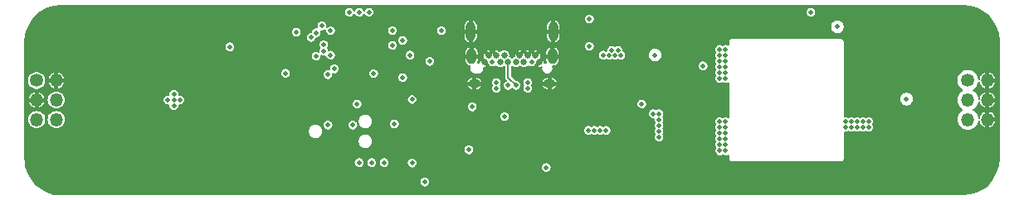
<source format=gbr>
G04 #@! TF.GenerationSoftware,KiCad,Pcbnew,(5.0.0)*
G04 #@! TF.CreationDate,2018-10-02T23:19:20-07:00*
G04 #@! TF.ProjectId,nixie_bottom_board,6E697869655F626F74746F6D5F626F61,rev?*
G04 #@! TF.SameCoordinates,Original*
G04 #@! TF.FileFunction,Copper,L3,Inr*
G04 #@! TF.FilePolarity,Positive*
%FSLAX46Y46*%
G04 Gerber Fmt 4.6, Leading zero omitted, Abs format (unit mm)*
G04 Created by KiCad (PCBNEW (5.0.0)) date 10/02/18 23:19:20*
%MOMM*%
%LPD*%
G01*
G04 APERTURE LIST*
G04 #@! TA.AperFunction,ViaPad*
%ADD10O,1.200000X0.900000*%
G04 #@! TD*
G04 #@! TA.AperFunction,ViaPad*
%ADD11C,0.650000*%
G04 #@! TD*
G04 #@! TA.AperFunction,ViaPad*
%ADD12O,1.000000X2.000000*%
G04 #@! TD*
G04 #@! TA.AperFunction,ViaPad*
%ADD13O,1.000000X1.600000*%
G04 #@! TD*
G04 #@! TA.AperFunction,ViaPad*
%ADD14C,1.350000*%
G04 #@! TD*
G04 #@! TA.AperFunction,ViaPad*
%ADD15O,1.350000X1.350000*%
G04 #@! TD*
G04 #@! TA.AperFunction,ViaPad*
%ADD16C,0.800000*%
G04 #@! TD*
G04 #@! TA.AperFunction,ViaPad*
%ADD17C,4.500000*%
G04 #@! TD*
G04 #@! TA.AperFunction,ViaPad*
%ADD18C,5.000000*%
G04 #@! TD*
G04 #@! TA.AperFunction,ViaPad*
%ADD19C,0.508000*%
G04 #@! TD*
G04 #@! TA.AperFunction,Conductor*
%ADD20C,0.200000*%
G04 #@! TD*
G04 #@! TA.AperFunction,Conductor*
%ADD21C,0.150000*%
G04 #@! TD*
G04 APERTURE END LIST*
D10*
G04 #@! TO.N,/GND*
G04 #@! TO.C,J1*
X146155000Y-98310000D03*
X153845000Y-98310000D03*
D11*
X152400000Y-95410000D03*
X151600000Y-95410000D03*
X150800000Y-95410000D03*
G04 #@! TO.N,/CC2*
X149200000Y-95410000D03*
G04 #@! TO.N,/GND*
X148400000Y-95410000D03*
X147600000Y-95410000D03*
X152800000Y-96110000D03*
G04 #@! TO.N,/VBUS*
X151200000Y-96110000D03*
G04 #@! TO.N,/USB_N*
X150400000Y-96110000D03*
G04 #@! TO.N,/USB_P*
X149600000Y-96110000D03*
G04 #@! TO.N,/VBUS*
X148800000Y-96110000D03*
G04 #@! TO.N,/GND*
X147200000Y-96110000D03*
D12*
X154220000Y-92995000D03*
X145780000Y-92995000D03*
D13*
X145870000Y-95510000D03*
X154130000Y-95510000D03*
G04 #@! TD*
D14*
G04 #@! TO.N,/VNIXIE*
G04 #@! TO.C,J4*
X101500000Y-98000000D03*
D15*
G04 #@! TO.N,/GND*
X103500000Y-98000000D03*
X101500000Y-100000000D03*
G04 #@! TO.N,/SCL*
X103500000Y-100000000D03*
G04 #@! TO.N,/NIXIE_EN*
X101500000Y-102000000D03*
G04 #@! TO.N,/SDA*
X103500000Y-102000000D03*
G04 #@! TD*
D14*
G04 #@! TO.N,/HV_OUT*
G04 #@! TO.C,J3*
X196500000Y-98000000D03*
D15*
G04 #@! TO.N,/GND*
X198500000Y-98000000D03*
G04 #@! TO.N,/HV_OUT*
X196500000Y-100000000D03*
G04 #@! TO.N,/GND*
X198500000Y-100000000D03*
G04 #@! TO.N,/HV_OUT*
X196500000Y-102000000D03*
G04 #@! TO.N,/GND*
X198500000Y-102000000D03*
G04 #@! TD*
D16*
G04 #@! TO.N,/GND*
G04 #@! TO.C,MH1*
X104237437Y-91862563D03*
X104750000Y-93100000D03*
X104237437Y-94337437D03*
X103000000Y-94850000D03*
X101762563Y-94337437D03*
X101250000Y-93100000D03*
X101762563Y-91862563D03*
X103000000Y-91350000D03*
D17*
X103000000Y-93100000D03*
G04 #@! TD*
G04 #@! TO.N,/GND*
G04 #@! TO.C,MH2*
X103000000Y-107000000D03*
D16*
X103000000Y-105250000D03*
X101762563Y-105762563D03*
X101250000Y-107000000D03*
X101762563Y-108237437D03*
X103000000Y-108750000D03*
X104237437Y-108237437D03*
X104750000Y-107000000D03*
X104237437Y-105762563D03*
G04 #@! TD*
G04 #@! TO.N,/GND*
G04 #@! TO.C,MH3*
X198237437Y-91762563D03*
X198750000Y-93000000D03*
X198237437Y-94237437D03*
X197000000Y-94750000D03*
X195762563Y-94237437D03*
X195250000Y-93000000D03*
X195762563Y-91762563D03*
X197000000Y-91250000D03*
D17*
X197000000Y-93000000D03*
G04 #@! TD*
G04 #@! TO.N,/GND*
G04 #@! TO.C,MH4*
X197000000Y-107200000D03*
D16*
X197000000Y-105450000D03*
X195762563Y-105962563D03*
X195250000Y-107200000D03*
X195762563Y-108437437D03*
X197000000Y-108950000D03*
X198237437Y-108437437D03*
X198750000Y-107200000D03*
X198237437Y-105962563D03*
G04 #@! TD*
D18*
G04 #@! TO.N,/GND*
G04 #@! TO.C,MH6*
X157000000Y-100000000D03*
D16*
X158875000Y-100000000D03*
X158325825Y-101325825D03*
X157000000Y-101875000D03*
X155674175Y-101325825D03*
X155125000Y-100000000D03*
X155674175Y-98674175D03*
X157000000Y-98125000D03*
X158325825Y-98674175D03*
G04 #@! TD*
G04 #@! TO.N,/GND*
G04 #@! TO.C,MH5*
X144325825Y-98674175D03*
X143000000Y-98125000D03*
X141674175Y-98674175D03*
X141125000Y-100000000D03*
X141674175Y-101325825D03*
X143000000Y-101875000D03*
X144325825Y-101325825D03*
X144875000Y-100000000D03*
D18*
X143000000Y-100000000D03*
G04 #@! TD*
D19*
G04 #@! TO.N,Net-(Q1-Pad1)*
X171200000Y-105200000D03*
X171800000Y-105200000D03*
X171200000Y-104600000D03*
X171800000Y-104600000D03*
X171200000Y-104000000D03*
X171800000Y-104000000D03*
X171200000Y-103400000D03*
X171800000Y-103400000D03*
X171200000Y-102800000D03*
X171800000Y-102800000D03*
X171200000Y-102200000D03*
X171800000Y-102200000D03*
G04 #@! TO.N,/HV_OUT*
X164600000Y-95400000D03*
X190250000Y-99900000D03*
X183200000Y-92500000D03*
G04 #@! TO.N,/VBUS*
X165000000Y-101400000D03*
X164400000Y-101400000D03*
X165000000Y-102000000D03*
X165000000Y-102600000D03*
X165000000Y-103200000D03*
X160200000Y-94900000D03*
X159300000Y-95400000D03*
X159900000Y-95400000D03*
X160500000Y-95400000D03*
X161100000Y-95400000D03*
X160800000Y-94900000D03*
X151600000Y-98200000D03*
X151600000Y-98800000D03*
X148400000Y-98200000D03*
X148400000Y-98800000D03*
X148000000Y-96100000D03*
X165000000Y-103800000D03*
X152000000Y-96100000D03*
X163250000Y-100400000D03*
G04 #@! TO.N,/VDD*
X130600000Y-92400000D03*
X139800000Y-106450000D03*
X145950000Y-100700000D03*
X141100000Y-108400000D03*
X138000000Y-102450000D03*
X139800000Y-99950000D03*
X131230000Y-102565000D03*
X128000000Y-93050000D03*
X159600000Y-103100000D03*
X159000000Y-103100000D03*
X158400000Y-103100000D03*
X157800000Y-103100000D03*
X138850000Y-97700000D03*
X138850000Y-93900000D03*
G04 #@! TO.N,/VNIXIE*
X121200000Y-94550000D03*
G04 #@! TO.N,/SCL*
X130000000Y-93100000D03*
X136950000Y-106400000D03*
G04 #@! TO.N,/SDA*
X129500000Y-93600000D03*
X135675000Y-106400000D03*
G04 #@! TO.N,/HV_EN*
X169500000Y-96500000D03*
X157900000Y-94500000D03*
X157900000Y-91700000D03*
G04 #@! TO.N,/SWO*
X131225000Y-97400000D03*
G04 #@! TO.N,/NRST*
X137800000Y-94400000D03*
X145600000Y-105100000D03*
X133770000Y-102565000D03*
G04 #@! TO.N,/DAC*
X135400000Y-91000000D03*
X126900000Y-97250000D03*
G04 #@! TO.N,/USB_N*
X149600000Y-98500000D03*
X130800000Y-94325000D03*
G04 #@! TO.N,/USB_P*
X150400000Y-98500000D03*
X130800000Y-94975000D03*
G04 #@! TO.N,Net-(D4-Pad2)*
X184000000Y-102800000D03*
X184600000Y-102800000D03*
X185800000Y-102800000D03*
X186400000Y-102800000D03*
X186400000Y-102200000D03*
X185800000Y-102200000D03*
X184600000Y-102200000D03*
X184000000Y-102200000D03*
X185200000Y-102200000D03*
X185200000Y-102800000D03*
G04 #@! TO.N,/SWDIO*
X131500000Y-95400000D03*
G04 #@! TO.N,/SWCLK*
X131875000Y-96800000D03*
G04 #@! TO.N,/GND*
X134500000Y-93800000D03*
X133900000Y-93800000D03*
X133300000Y-93800000D03*
X134500000Y-95500000D03*
X133900000Y-95500000D03*
X133300000Y-95500000D03*
X171900000Y-101300000D03*
X171300000Y-101300000D03*
X167687500Y-99668750D03*
X168512500Y-99668750D03*
X168512500Y-98956250D03*
X167687500Y-98956250D03*
X167687500Y-98243750D03*
X168512500Y-98243750D03*
X168512500Y-97531250D03*
X167687500Y-97531250D03*
X128000000Y-92250000D03*
X166350000Y-100800000D03*
X165750000Y-100800000D03*
X164600000Y-99750000D03*
X164500000Y-92800000D03*
X162100000Y-95200000D03*
X162700000Y-95200000D03*
X163300000Y-95200000D03*
X132500000Y-102565000D03*
X129800000Y-101300000D03*
X130900000Y-96300000D03*
X137900000Y-97800000D03*
X157900000Y-106150000D03*
X158500000Y-106150000D03*
X159100000Y-106150000D03*
X159700000Y-106150000D03*
X163000000Y-105000000D03*
X163000000Y-105600000D03*
X163000000Y-106200000D03*
X163000000Y-106800000D03*
X163000000Y-107400000D03*
X165100000Y-92800000D03*
X164500000Y-93400000D03*
X165100000Y-93400000D03*
X150000000Y-100700000D03*
X165850000Y-96150000D03*
X166450000Y-96150000D03*
X166450000Y-95550000D03*
X165850000Y-95550000D03*
X151700000Y-102550000D03*
X172600000Y-93500000D03*
X173200000Y-93500000D03*
X173800000Y-93500000D03*
X174400000Y-93500000D03*
G04 #@! TO.N,/HV_IN*
X171800000Y-94800000D03*
X171200000Y-94800000D03*
X171200000Y-95400000D03*
X171800000Y-95400000D03*
X171800000Y-97200000D03*
X171800000Y-97800000D03*
X171200000Y-97200000D03*
X171200000Y-97800000D03*
X171800000Y-96600000D03*
X171200000Y-96600000D03*
X171200000Y-96000000D03*
X171800000Y-96000000D03*
G04 #@! TO.N,/USB*
X134200000Y-100400000D03*
X149250000Y-101700000D03*
G04 #@! TO.N,/ILM*
X142800000Y-92900000D03*
G04 #@! TO.N,/32kHz*
X139600000Y-95400000D03*
G04 #@! TO.N,/AMP_EN*
X130000000Y-95500000D03*
X133400000Y-91000000D03*
G04 #@! TO.N,Net-(BT1-Pad1)*
X114900000Y-100000000D03*
X115500000Y-100600000D03*
X115500000Y-99400000D03*
X134400000Y-106400000D03*
X116100000Y-100000000D03*
X115500000Y-100000000D03*
G04 #@! TO.N,/NIXIE_EN*
X134400000Y-91000000D03*
G04 #@! TO.N,/MCO*
X131500000Y-92900000D03*
G04 #@! TO.N,Net-(R2-Pad1)*
X135900000Y-97300000D03*
X153500000Y-106900000D03*
X141600000Y-96050000D03*
G04 #@! TO.N,Net-(R20-Pad2)*
X137800000Y-92900000D03*
X180500000Y-91000000D03*
G04 #@! TD*
D20*
G04 #@! TO.N,/USB_P*
X149600000Y-97700000D02*
X150400000Y-98500000D01*
X149600000Y-96110000D02*
X149600000Y-97700000D01*
G04 #@! TD*
D21*
G04 #@! TO.N,/GND*
G36*
X196713508Y-90396518D02*
X197399842Y-90603735D01*
X198032852Y-90940313D01*
X198588433Y-91393434D01*
X199045421Y-91945838D01*
X199386412Y-92576488D01*
X199598412Y-93261352D01*
X199674962Y-93989675D01*
X199675001Y-94000841D01*
X199675000Y-105984103D01*
X199603482Y-106713508D01*
X199396266Y-107399839D01*
X199059687Y-108032852D01*
X198606567Y-108588433D01*
X198054163Y-109045421D01*
X197423512Y-109386412D01*
X196738653Y-109598411D01*
X196010325Y-109674962D01*
X195999447Y-109675000D01*
X104015897Y-109675000D01*
X103286492Y-109603482D01*
X102600161Y-109396266D01*
X101967148Y-109059687D01*
X101411567Y-108606567D01*
X101197578Y-108347898D01*
X140571000Y-108347898D01*
X140571000Y-108452102D01*
X140591329Y-108554304D01*
X140631206Y-108650576D01*
X140689099Y-108737218D01*
X140762782Y-108810901D01*
X140849424Y-108868794D01*
X140945696Y-108908671D01*
X141047898Y-108929000D01*
X141152102Y-108929000D01*
X141254304Y-108908671D01*
X141350576Y-108868794D01*
X141437218Y-108810901D01*
X141510901Y-108737218D01*
X141568794Y-108650576D01*
X141608671Y-108554304D01*
X141629000Y-108452102D01*
X141629000Y-108347898D01*
X141608671Y-108245696D01*
X141568794Y-108149424D01*
X141510901Y-108062782D01*
X141437218Y-107989099D01*
X141350576Y-107931206D01*
X141254304Y-107891329D01*
X141152102Y-107871000D01*
X141047898Y-107871000D01*
X140945696Y-107891329D01*
X140849424Y-107931206D01*
X140762782Y-107989099D01*
X140689099Y-108062782D01*
X140631206Y-108149424D01*
X140591329Y-108245696D01*
X140571000Y-108347898D01*
X101197578Y-108347898D01*
X100954579Y-108054163D01*
X100613588Y-107423512D01*
X100401589Y-106738653D01*
X100360519Y-106347898D01*
X133871000Y-106347898D01*
X133871000Y-106452102D01*
X133891329Y-106554304D01*
X133931206Y-106650576D01*
X133989099Y-106737218D01*
X134062782Y-106810901D01*
X134149424Y-106868794D01*
X134245696Y-106908671D01*
X134347898Y-106929000D01*
X134452102Y-106929000D01*
X134554304Y-106908671D01*
X134650576Y-106868794D01*
X134737218Y-106810901D01*
X134810901Y-106737218D01*
X134868794Y-106650576D01*
X134908671Y-106554304D01*
X134929000Y-106452102D01*
X134929000Y-106347898D01*
X135146000Y-106347898D01*
X135146000Y-106452102D01*
X135166329Y-106554304D01*
X135206206Y-106650576D01*
X135264099Y-106737218D01*
X135337782Y-106810901D01*
X135424424Y-106868794D01*
X135520696Y-106908671D01*
X135622898Y-106929000D01*
X135727102Y-106929000D01*
X135829304Y-106908671D01*
X135925576Y-106868794D01*
X136012218Y-106810901D01*
X136085901Y-106737218D01*
X136143794Y-106650576D01*
X136183671Y-106554304D01*
X136204000Y-106452102D01*
X136204000Y-106347898D01*
X136421000Y-106347898D01*
X136421000Y-106452102D01*
X136441329Y-106554304D01*
X136481206Y-106650576D01*
X136539099Y-106737218D01*
X136612782Y-106810901D01*
X136699424Y-106868794D01*
X136795696Y-106908671D01*
X136897898Y-106929000D01*
X137002102Y-106929000D01*
X137104304Y-106908671D01*
X137200576Y-106868794D01*
X137287218Y-106810901D01*
X137360901Y-106737218D01*
X137418794Y-106650576D01*
X137458671Y-106554304D01*
X137479000Y-106452102D01*
X137479000Y-106397898D01*
X139271000Y-106397898D01*
X139271000Y-106502102D01*
X139291329Y-106604304D01*
X139331206Y-106700576D01*
X139389099Y-106787218D01*
X139462782Y-106860901D01*
X139549424Y-106918794D01*
X139645696Y-106958671D01*
X139747898Y-106979000D01*
X139852102Y-106979000D01*
X139954304Y-106958671D01*
X140050576Y-106918794D01*
X140137218Y-106860901D01*
X140150221Y-106847898D01*
X152971000Y-106847898D01*
X152971000Y-106952102D01*
X152991329Y-107054304D01*
X153031206Y-107150576D01*
X153089099Y-107237218D01*
X153162782Y-107310901D01*
X153249424Y-107368794D01*
X153345696Y-107408671D01*
X153447898Y-107429000D01*
X153552102Y-107429000D01*
X153654304Y-107408671D01*
X153750576Y-107368794D01*
X153837218Y-107310901D01*
X153910901Y-107237218D01*
X153968794Y-107150576D01*
X154008671Y-107054304D01*
X154029000Y-106952102D01*
X154029000Y-106847898D01*
X154008671Y-106745696D01*
X153968794Y-106649424D01*
X153910901Y-106562782D01*
X153837218Y-106489099D01*
X153750576Y-106431206D01*
X153654304Y-106391329D01*
X153552102Y-106371000D01*
X153447898Y-106371000D01*
X153345696Y-106391329D01*
X153249424Y-106431206D01*
X153162782Y-106489099D01*
X153089099Y-106562782D01*
X153031206Y-106649424D01*
X152991329Y-106745696D01*
X152971000Y-106847898D01*
X140150221Y-106847898D01*
X140210901Y-106787218D01*
X140268794Y-106700576D01*
X140308671Y-106604304D01*
X140329000Y-106502102D01*
X140329000Y-106397898D01*
X140308671Y-106295696D01*
X140268794Y-106199424D01*
X140210901Y-106112782D01*
X140137218Y-106039099D01*
X140050576Y-105981206D01*
X139954304Y-105941329D01*
X139852102Y-105921000D01*
X139747898Y-105921000D01*
X139645696Y-105941329D01*
X139549424Y-105981206D01*
X139462782Y-106039099D01*
X139389099Y-106112782D01*
X139331206Y-106199424D01*
X139291329Y-106295696D01*
X139271000Y-106397898D01*
X137479000Y-106397898D01*
X137479000Y-106347898D01*
X137458671Y-106245696D01*
X137418794Y-106149424D01*
X137360901Y-106062782D01*
X137287218Y-105989099D01*
X137200576Y-105931206D01*
X137104304Y-105891329D01*
X137002102Y-105871000D01*
X136897898Y-105871000D01*
X136795696Y-105891329D01*
X136699424Y-105931206D01*
X136612782Y-105989099D01*
X136539099Y-106062782D01*
X136481206Y-106149424D01*
X136441329Y-106245696D01*
X136421000Y-106347898D01*
X136204000Y-106347898D01*
X136183671Y-106245696D01*
X136143794Y-106149424D01*
X136085901Y-106062782D01*
X136012218Y-105989099D01*
X135925576Y-105931206D01*
X135829304Y-105891329D01*
X135727102Y-105871000D01*
X135622898Y-105871000D01*
X135520696Y-105891329D01*
X135424424Y-105931206D01*
X135337782Y-105989099D01*
X135264099Y-106062782D01*
X135206206Y-106149424D01*
X135166329Y-106245696D01*
X135146000Y-106347898D01*
X134929000Y-106347898D01*
X134908671Y-106245696D01*
X134868794Y-106149424D01*
X134810901Y-106062782D01*
X134737218Y-105989099D01*
X134650576Y-105931206D01*
X134554304Y-105891329D01*
X134452102Y-105871000D01*
X134347898Y-105871000D01*
X134245696Y-105891329D01*
X134149424Y-105931206D01*
X134062782Y-105989099D01*
X133989099Y-106062782D01*
X133931206Y-106149424D01*
X133891329Y-106245696D01*
X133871000Y-106347898D01*
X100360519Y-106347898D01*
X100325038Y-106010325D01*
X100325000Y-105999447D01*
X100325000Y-105047898D01*
X145071000Y-105047898D01*
X145071000Y-105152102D01*
X145091329Y-105254304D01*
X145131206Y-105350576D01*
X145189099Y-105437218D01*
X145262782Y-105510901D01*
X145349424Y-105568794D01*
X145445696Y-105608671D01*
X145547898Y-105629000D01*
X145652102Y-105629000D01*
X145754304Y-105608671D01*
X145850576Y-105568794D01*
X145937218Y-105510901D01*
X146010901Y-105437218D01*
X146068794Y-105350576D01*
X146108671Y-105254304D01*
X146129000Y-105152102D01*
X146129000Y-105047898D01*
X146108671Y-104945696D01*
X146068794Y-104849424D01*
X146010901Y-104762782D01*
X145937218Y-104689099D01*
X145850576Y-104631206D01*
X145754304Y-104591329D01*
X145652102Y-104571000D01*
X145547898Y-104571000D01*
X145445696Y-104591329D01*
X145349424Y-104631206D01*
X145262782Y-104689099D01*
X145189099Y-104762782D01*
X145131206Y-104849424D01*
X145091329Y-104945696D01*
X145071000Y-105047898D01*
X100325000Y-105047898D01*
X100325000Y-104140132D01*
X134269700Y-104140132D01*
X134269700Y-104291868D01*
X134299302Y-104440688D01*
X134357369Y-104580874D01*
X134441669Y-104707038D01*
X134548962Y-104814331D01*
X134675126Y-104898631D01*
X134815312Y-104956698D01*
X134964132Y-104986300D01*
X135115868Y-104986300D01*
X135264688Y-104956698D01*
X135404874Y-104898631D01*
X135531038Y-104814331D01*
X135638331Y-104707038D01*
X135722631Y-104580874D01*
X135780698Y-104440688D01*
X135810300Y-104291868D01*
X135810300Y-104140132D01*
X135780698Y-103991312D01*
X135722631Y-103851126D01*
X135638331Y-103724962D01*
X135531038Y-103617669D01*
X135404874Y-103533369D01*
X135264688Y-103475302D01*
X135115868Y-103445700D01*
X134964132Y-103445700D01*
X134815312Y-103475302D01*
X134675126Y-103533369D01*
X134548962Y-103617669D01*
X134441669Y-103724962D01*
X134357369Y-103851126D01*
X134299302Y-103991312D01*
X134269700Y-104140132D01*
X100325000Y-104140132D01*
X100325000Y-103124132D01*
X129189700Y-103124132D01*
X129189700Y-103275868D01*
X129219302Y-103424688D01*
X129277369Y-103564874D01*
X129361669Y-103691038D01*
X129468962Y-103798331D01*
X129595126Y-103882631D01*
X129735312Y-103940698D01*
X129884132Y-103970300D01*
X130035868Y-103970300D01*
X130184688Y-103940698D01*
X130324874Y-103882631D01*
X130451038Y-103798331D01*
X130558331Y-103691038D01*
X130642631Y-103564874D01*
X130700698Y-103424688D01*
X130730300Y-103275868D01*
X130730300Y-103124132D01*
X130700698Y-102975312D01*
X130642631Y-102835126D01*
X130558331Y-102708962D01*
X130451038Y-102601669D01*
X130324874Y-102517369D01*
X130314081Y-102512898D01*
X130701000Y-102512898D01*
X130701000Y-102617102D01*
X130721329Y-102719304D01*
X130761206Y-102815576D01*
X130819099Y-102902218D01*
X130892782Y-102975901D01*
X130979424Y-103033794D01*
X131075696Y-103073671D01*
X131177898Y-103094000D01*
X131282102Y-103094000D01*
X131384304Y-103073671D01*
X131480576Y-103033794D01*
X131567218Y-102975901D01*
X131640901Y-102902218D01*
X131698794Y-102815576D01*
X131738671Y-102719304D01*
X131759000Y-102617102D01*
X131759000Y-102512898D01*
X133241000Y-102512898D01*
X133241000Y-102617102D01*
X133261329Y-102719304D01*
X133301206Y-102815576D01*
X133359099Y-102902218D01*
X133432782Y-102975901D01*
X133519424Y-103033794D01*
X133615696Y-103073671D01*
X133717898Y-103094000D01*
X133822102Y-103094000D01*
X133924304Y-103073671D01*
X133986525Y-103047898D01*
X157271000Y-103047898D01*
X157271000Y-103152102D01*
X157291329Y-103254304D01*
X157331206Y-103350576D01*
X157389099Y-103437218D01*
X157462782Y-103510901D01*
X157549424Y-103568794D01*
X157645696Y-103608671D01*
X157747898Y-103629000D01*
X157852102Y-103629000D01*
X157954304Y-103608671D01*
X158050576Y-103568794D01*
X158100000Y-103535770D01*
X158149424Y-103568794D01*
X158245696Y-103608671D01*
X158347898Y-103629000D01*
X158452102Y-103629000D01*
X158554304Y-103608671D01*
X158650576Y-103568794D01*
X158700000Y-103535770D01*
X158749424Y-103568794D01*
X158845696Y-103608671D01*
X158947898Y-103629000D01*
X159052102Y-103629000D01*
X159154304Y-103608671D01*
X159250576Y-103568794D01*
X159300000Y-103535770D01*
X159349424Y-103568794D01*
X159445696Y-103608671D01*
X159547898Y-103629000D01*
X159652102Y-103629000D01*
X159754304Y-103608671D01*
X159850576Y-103568794D01*
X159937218Y-103510901D01*
X160010901Y-103437218D01*
X160068794Y-103350576D01*
X160108671Y-103254304D01*
X160129000Y-103152102D01*
X160129000Y-103047898D01*
X160108671Y-102945696D01*
X160068794Y-102849424D01*
X160010901Y-102762782D01*
X159937218Y-102689099D01*
X159850576Y-102631206D01*
X159754304Y-102591329D01*
X159652102Y-102571000D01*
X159547898Y-102571000D01*
X159445696Y-102591329D01*
X159349424Y-102631206D01*
X159300000Y-102664230D01*
X159250576Y-102631206D01*
X159154304Y-102591329D01*
X159052102Y-102571000D01*
X158947898Y-102571000D01*
X158845696Y-102591329D01*
X158749424Y-102631206D01*
X158700000Y-102664230D01*
X158650576Y-102631206D01*
X158554304Y-102591329D01*
X158452102Y-102571000D01*
X158347898Y-102571000D01*
X158245696Y-102591329D01*
X158149424Y-102631206D01*
X158100000Y-102664230D01*
X158050576Y-102631206D01*
X157954304Y-102591329D01*
X157852102Y-102571000D01*
X157747898Y-102571000D01*
X157645696Y-102591329D01*
X157549424Y-102631206D01*
X157462782Y-102689099D01*
X157389099Y-102762782D01*
X157331206Y-102849424D01*
X157291329Y-102945696D01*
X157271000Y-103047898D01*
X133986525Y-103047898D01*
X134020576Y-103033794D01*
X134107218Y-102975901D01*
X134180901Y-102902218D01*
X134238794Y-102815576D01*
X134278671Y-102719304D01*
X134299000Y-102617102D01*
X134299000Y-102512898D01*
X134278671Y-102410696D01*
X134238794Y-102314424D01*
X134180901Y-102227782D01*
X134107218Y-102154099D01*
X134038425Y-102108132D01*
X134269700Y-102108132D01*
X134269700Y-102259868D01*
X134299302Y-102408688D01*
X134357369Y-102548874D01*
X134441669Y-102675038D01*
X134548962Y-102782331D01*
X134675126Y-102866631D01*
X134815312Y-102924698D01*
X134964132Y-102954300D01*
X135115868Y-102954300D01*
X135264688Y-102924698D01*
X135404874Y-102866631D01*
X135531038Y-102782331D01*
X135638331Y-102675038D01*
X135722631Y-102548874D01*
X135780698Y-102408688D01*
X135782844Y-102397898D01*
X137471000Y-102397898D01*
X137471000Y-102502102D01*
X137491329Y-102604304D01*
X137531206Y-102700576D01*
X137589099Y-102787218D01*
X137662782Y-102860901D01*
X137749424Y-102918794D01*
X137845696Y-102958671D01*
X137947898Y-102979000D01*
X138052102Y-102979000D01*
X138154304Y-102958671D01*
X138250576Y-102918794D01*
X138337218Y-102860901D01*
X138410901Y-102787218D01*
X138468794Y-102700576D01*
X138508671Y-102604304D01*
X138529000Y-102502102D01*
X138529000Y-102397898D01*
X138508671Y-102295696D01*
X138468794Y-102199424D01*
X138410901Y-102112782D01*
X138337218Y-102039099D01*
X138250576Y-101981206D01*
X138154304Y-101941329D01*
X138052102Y-101921000D01*
X137947898Y-101921000D01*
X137845696Y-101941329D01*
X137749424Y-101981206D01*
X137662782Y-102039099D01*
X137589099Y-102112782D01*
X137531206Y-102199424D01*
X137491329Y-102295696D01*
X137471000Y-102397898D01*
X135782844Y-102397898D01*
X135810300Y-102259868D01*
X135810300Y-102108132D01*
X135780698Y-101959312D01*
X135722631Y-101819126D01*
X135638331Y-101692962D01*
X135593267Y-101647898D01*
X148721000Y-101647898D01*
X148721000Y-101752102D01*
X148741329Y-101854304D01*
X148781206Y-101950576D01*
X148839099Y-102037218D01*
X148912782Y-102110901D01*
X148999424Y-102168794D01*
X149095696Y-102208671D01*
X149197898Y-102229000D01*
X149302102Y-102229000D01*
X149404304Y-102208671D01*
X149500576Y-102168794D01*
X149587218Y-102110901D01*
X149660901Y-102037218D01*
X149718794Y-101950576D01*
X149758671Y-101854304D01*
X149779000Y-101752102D01*
X149779000Y-101647898D01*
X149758671Y-101545696D01*
X149718794Y-101449424D01*
X149660901Y-101362782D01*
X149646017Y-101347898D01*
X163871000Y-101347898D01*
X163871000Y-101452102D01*
X163891329Y-101554304D01*
X163931206Y-101650576D01*
X163989099Y-101737218D01*
X164062782Y-101810901D01*
X164149424Y-101868794D01*
X164245696Y-101908671D01*
X164347898Y-101929000D01*
X164452102Y-101929000D01*
X164475692Y-101924308D01*
X164471000Y-101947898D01*
X164471000Y-102052102D01*
X164491329Y-102154304D01*
X164531206Y-102250576D01*
X164564230Y-102300000D01*
X164531206Y-102349424D01*
X164491329Y-102445696D01*
X164471000Y-102547898D01*
X164471000Y-102652102D01*
X164491329Y-102754304D01*
X164531206Y-102850576D01*
X164564230Y-102900000D01*
X164531206Y-102949424D01*
X164491329Y-103045696D01*
X164471000Y-103147898D01*
X164471000Y-103252102D01*
X164491329Y-103354304D01*
X164531206Y-103450576D01*
X164564230Y-103500000D01*
X164531206Y-103549424D01*
X164491329Y-103645696D01*
X164471000Y-103747898D01*
X164471000Y-103852102D01*
X164491329Y-103954304D01*
X164531206Y-104050576D01*
X164589099Y-104137218D01*
X164662782Y-104210901D01*
X164749424Y-104268794D01*
X164845696Y-104308671D01*
X164947898Y-104329000D01*
X165052102Y-104329000D01*
X165154304Y-104308671D01*
X165250576Y-104268794D01*
X165337218Y-104210901D01*
X165410901Y-104137218D01*
X165468794Y-104050576D01*
X165508671Y-103954304D01*
X165529000Y-103852102D01*
X165529000Y-103747898D01*
X165508671Y-103645696D01*
X165468794Y-103549424D01*
X165435770Y-103500000D01*
X165468794Y-103450576D01*
X165508671Y-103354304D01*
X165529000Y-103252102D01*
X165529000Y-103147898D01*
X165508671Y-103045696D01*
X165468794Y-102949424D01*
X165435770Y-102900000D01*
X165468794Y-102850576D01*
X165508671Y-102754304D01*
X165529000Y-102652102D01*
X165529000Y-102547898D01*
X165508671Y-102445696D01*
X165468794Y-102349424D01*
X165435770Y-102300000D01*
X165468794Y-102250576D01*
X165508671Y-102154304D01*
X165529000Y-102052102D01*
X165529000Y-101947898D01*
X165508671Y-101845696D01*
X165468794Y-101749424D01*
X165435770Y-101700000D01*
X165468794Y-101650576D01*
X165508671Y-101554304D01*
X165529000Y-101452102D01*
X165529000Y-101347898D01*
X165508671Y-101245696D01*
X165468794Y-101149424D01*
X165410901Y-101062782D01*
X165337218Y-100989099D01*
X165250576Y-100931206D01*
X165154304Y-100891329D01*
X165052102Y-100871000D01*
X164947898Y-100871000D01*
X164845696Y-100891329D01*
X164749424Y-100931206D01*
X164700000Y-100964230D01*
X164650576Y-100931206D01*
X164554304Y-100891329D01*
X164452102Y-100871000D01*
X164347898Y-100871000D01*
X164245696Y-100891329D01*
X164149424Y-100931206D01*
X164062782Y-100989099D01*
X163989099Y-101062782D01*
X163931206Y-101149424D01*
X163891329Y-101245696D01*
X163871000Y-101347898D01*
X149646017Y-101347898D01*
X149587218Y-101289099D01*
X149500576Y-101231206D01*
X149404304Y-101191329D01*
X149302102Y-101171000D01*
X149197898Y-101171000D01*
X149095696Y-101191329D01*
X148999424Y-101231206D01*
X148912782Y-101289099D01*
X148839099Y-101362782D01*
X148781206Y-101449424D01*
X148741329Y-101545696D01*
X148721000Y-101647898D01*
X135593267Y-101647898D01*
X135531038Y-101585669D01*
X135404874Y-101501369D01*
X135264688Y-101443302D01*
X135115868Y-101413700D01*
X134964132Y-101413700D01*
X134815312Y-101443302D01*
X134675126Y-101501369D01*
X134548962Y-101585669D01*
X134441669Y-101692962D01*
X134357369Y-101819126D01*
X134299302Y-101959312D01*
X134269700Y-102108132D01*
X134038425Y-102108132D01*
X134020576Y-102096206D01*
X133924304Y-102056329D01*
X133822102Y-102036000D01*
X133717898Y-102036000D01*
X133615696Y-102056329D01*
X133519424Y-102096206D01*
X133432782Y-102154099D01*
X133359099Y-102227782D01*
X133301206Y-102314424D01*
X133261329Y-102410696D01*
X133241000Y-102512898D01*
X131759000Y-102512898D01*
X131738671Y-102410696D01*
X131698794Y-102314424D01*
X131640901Y-102227782D01*
X131567218Y-102154099D01*
X131480576Y-102096206D01*
X131384304Y-102056329D01*
X131282102Y-102036000D01*
X131177898Y-102036000D01*
X131075696Y-102056329D01*
X130979424Y-102096206D01*
X130892782Y-102154099D01*
X130819099Y-102227782D01*
X130761206Y-102314424D01*
X130721329Y-102410696D01*
X130701000Y-102512898D01*
X130314081Y-102512898D01*
X130184688Y-102459302D01*
X130035868Y-102429700D01*
X129884132Y-102429700D01*
X129735312Y-102459302D01*
X129595126Y-102517369D01*
X129468962Y-102601669D01*
X129361669Y-102708962D01*
X129277369Y-102835126D01*
X129219302Y-102975312D01*
X129189700Y-103124132D01*
X100325000Y-103124132D01*
X100325000Y-102000000D01*
X100545404Y-102000000D01*
X100563746Y-102186232D01*
X100618068Y-102365308D01*
X100706282Y-102530345D01*
X100824999Y-102675001D01*
X100969655Y-102793718D01*
X101134692Y-102881932D01*
X101313768Y-102936254D01*
X101453335Y-102950000D01*
X101546665Y-102950000D01*
X101686232Y-102936254D01*
X101865308Y-102881932D01*
X102030345Y-102793718D01*
X102175001Y-102675001D01*
X102293718Y-102530345D01*
X102381932Y-102365308D01*
X102436254Y-102186232D01*
X102454596Y-102000000D01*
X102545404Y-102000000D01*
X102563746Y-102186232D01*
X102618068Y-102365308D01*
X102706282Y-102530345D01*
X102824999Y-102675001D01*
X102969655Y-102793718D01*
X103134692Y-102881932D01*
X103313768Y-102936254D01*
X103453335Y-102950000D01*
X103546665Y-102950000D01*
X103686232Y-102936254D01*
X103865308Y-102881932D01*
X104030345Y-102793718D01*
X104175001Y-102675001D01*
X104293718Y-102530345D01*
X104381932Y-102365308D01*
X104436254Y-102186232D01*
X104454596Y-102000000D01*
X104436254Y-101813768D01*
X104381932Y-101634692D01*
X104293718Y-101469655D01*
X104175001Y-101324999D01*
X104030345Y-101206282D01*
X103865308Y-101118068D01*
X103686232Y-101063746D01*
X103546665Y-101050000D01*
X103453335Y-101050000D01*
X103313768Y-101063746D01*
X103134692Y-101118068D01*
X102969655Y-101206282D01*
X102824999Y-101324999D01*
X102706282Y-101469655D01*
X102618068Y-101634692D01*
X102563746Y-101813768D01*
X102545404Y-102000000D01*
X102454596Y-102000000D01*
X102436254Y-101813768D01*
X102381932Y-101634692D01*
X102293718Y-101469655D01*
X102175001Y-101324999D01*
X102030345Y-101206282D01*
X101865308Y-101118068D01*
X101686232Y-101063746D01*
X101546665Y-101050000D01*
X101453335Y-101050000D01*
X101313768Y-101063746D01*
X101134692Y-101118068D01*
X100969655Y-101206282D01*
X100824999Y-101324999D01*
X100706282Y-101469655D01*
X100618068Y-101634692D01*
X100563746Y-101813768D01*
X100545404Y-102000000D01*
X100325000Y-102000000D01*
X100325000Y-100262887D01*
X100639250Y-100262887D01*
X100705462Y-100422758D01*
X100803205Y-100569641D01*
X100927725Y-100694633D01*
X101074237Y-100792931D01*
X101237111Y-100860757D01*
X101375000Y-100835035D01*
X101375000Y-100125000D01*
X101625000Y-100125000D01*
X101625000Y-100835035D01*
X101762889Y-100860757D01*
X101925763Y-100792931D01*
X102072275Y-100694633D01*
X102196795Y-100569641D01*
X102294538Y-100422758D01*
X102360750Y-100262887D01*
X102334439Y-100125000D01*
X101625000Y-100125000D01*
X101375000Y-100125000D01*
X100665561Y-100125000D01*
X100639250Y-100262887D01*
X100325000Y-100262887D01*
X100325000Y-100000000D01*
X102545404Y-100000000D01*
X102563746Y-100186232D01*
X102618068Y-100365308D01*
X102706282Y-100530345D01*
X102824999Y-100675001D01*
X102969655Y-100793718D01*
X103134692Y-100881932D01*
X103313768Y-100936254D01*
X103453335Y-100950000D01*
X103546665Y-100950000D01*
X103686232Y-100936254D01*
X103865308Y-100881932D01*
X104030345Y-100793718D01*
X104175001Y-100675001D01*
X104293718Y-100530345D01*
X104381932Y-100365308D01*
X104436254Y-100186232D01*
X104454596Y-100000000D01*
X104449465Y-99947898D01*
X114371000Y-99947898D01*
X114371000Y-100052102D01*
X114391329Y-100154304D01*
X114431206Y-100250576D01*
X114489099Y-100337218D01*
X114562782Y-100410901D01*
X114649424Y-100468794D01*
X114745696Y-100508671D01*
X114847898Y-100529000D01*
X114952102Y-100529000D01*
X114975692Y-100524308D01*
X114971000Y-100547898D01*
X114971000Y-100652102D01*
X114991329Y-100754304D01*
X115031206Y-100850576D01*
X115089099Y-100937218D01*
X115162782Y-101010901D01*
X115249424Y-101068794D01*
X115345696Y-101108671D01*
X115447898Y-101129000D01*
X115552102Y-101129000D01*
X115654304Y-101108671D01*
X115750576Y-101068794D01*
X115837218Y-101010901D01*
X115910901Y-100937218D01*
X115968794Y-100850576D01*
X116008671Y-100754304D01*
X116029000Y-100652102D01*
X116029000Y-100547898D01*
X116024308Y-100524308D01*
X116047898Y-100529000D01*
X116152102Y-100529000D01*
X116254304Y-100508671D01*
X116350576Y-100468794D01*
X116437218Y-100410901D01*
X116500221Y-100347898D01*
X133671000Y-100347898D01*
X133671000Y-100452102D01*
X133691329Y-100554304D01*
X133731206Y-100650576D01*
X133789099Y-100737218D01*
X133862782Y-100810901D01*
X133949424Y-100868794D01*
X134045696Y-100908671D01*
X134147898Y-100929000D01*
X134252102Y-100929000D01*
X134354304Y-100908671D01*
X134450576Y-100868794D01*
X134537218Y-100810901D01*
X134610901Y-100737218D01*
X134668794Y-100650576D01*
X134669903Y-100647898D01*
X145421000Y-100647898D01*
X145421000Y-100752102D01*
X145441329Y-100854304D01*
X145481206Y-100950576D01*
X145539099Y-101037218D01*
X145612782Y-101110901D01*
X145699424Y-101168794D01*
X145795696Y-101208671D01*
X145897898Y-101229000D01*
X146002102Y-101229000D01*
X146104304Y-101208671D01*
X146200576Y-101168794D01*
X146287218Y-101110901D01*
X146360901Y-101037218D01*
X146418794Y-100950576D01*
X146458671Y-100854304D01*
X146479000Y-100752102D01*
X146479000Y-100647898D01*
X146458671Y-100545696D01*
X146418794Y-100449424D01*
X146360901Y-100362782D01*
X146346017Y-100347898D01*
X162721000Y-100347898D01*
X162721000Y-100452102D01*
X162741329Y-100554304D01*
X162781206Y-100650576D01*
X162839099Y-100737218D01*
X162912782Y-100810901D01*
X162999424Y-100868794D01*
X163095696Y-100908671D01*
X163197898Y-100929000D01*
X163302102Y-100929000D01*
X163404304Y-100908671D01*
X163500576Y-100868794D01*
X163587218Y-100810901D01*
X163660901Y-100737218D01*
X163718794Y-100650576D01*
X163758671Y-100554304D01*
X163779000Y-100452102D01*
X163779000Y-100347898D01*
X163758671Y-100245696D01*
X163718794Y-100149424D01*
X163660901Y-100062782D01*
X163587218Y-99989099D01*
X163500576Y-99931206D01*
X163404304Y-99891329D01*
X163302102Y-99871000D01*
X163197898Y-99871000D01*
X163095696Y-99891329D01*
X162999424Y-99931206D01*
X162912782Y-99989099D01*
X162839099Y-100062782D01*
X162781206Y-100149424D01*
X162741329Y-100245696D01*
X162721000Y-100347898D01*
X146346017Y-100347898D01*
X146287218Y-100289099D01*
X146200576Y-100231206D01*
X146104304Y-100191329D01*
X146002102Y-100171000D01*
X145897898Y-100171000D01*
X145795696Y-100191329D01*
X145699424Y-100231206D01*
X145612782Y-100289099D01*
X145539099Y-100362782D01*
X145481206Y-100449424D01*
X145441329Y-100545696D01*
X145421000Y-100647898D01*
X134669903Y-100647898D01*
X134708671Y-100554304D01*
X134729000Y-100452102D01*
X134729000Y-100347898D01*
X134708671Y-100245696D01*
X134668794Y-100149424D01*
X134610901Y-100062782D01*
X134537218Y-99989099D01*
X134450576Y-99931206D01*
X134370164Y-99897898D01*
X139271000Y-99897898D01*
X139271000Y-100002102D01*
X139291329Y-100104304D01*
X139331206Y-100200576D01*
X139389099Y-100287218D01*
X139462782Y-100360901D01*
X139549424Y-100418794D01*
X139645696Y-100458671D01*
X139747898Y-100479000D01*
X139852102Y-100479000D01*
X139954304Y-100458671D01*
X140050576Y-100418794D01*
X140137218Y-100360901D01*
X140210901Y-100287218D01*
X140268794Y-100200576D01*
X140308671Y-100104304D01*
X140329000Y-100002102D01*
X140329000Y-99897898D01*
X140308671Y-99795696D01*
X140268794Y-99699424D01*
X140210901Y-99612782D01*
X140137218Y-99539099D01*
X140050576Y-99481206D01*
X139954304Y-99441329D01*
X139852102Y-99421000D01*
X139747898Y-99421000D01*
X139645696Y-99441329D01*
X139549424Y-99481206D01*
X139462782Y-99539099D01*
X139389099Y-99612782D01*
X139331206Y-99699424D01*
X139291329Y-99795696D01*
X139271000Y-99897898D01*
X134370164Y-99897898D01*
X134354304Y-99891329D01*
X134252102Y-99871000D01*
X134147898Y-99871000D01*
X134045696Y-99891329D01*
X133949424Y-99931206D01*
X133862782Y-99989099D01*
X133789099Y-100062782D01*
X133731206Y-100149424D01*
X133691329Y-100245696D01*
X133671000Y-100347898D01*
X116500221Y-100347898D01*
X116510901Y-100337218D01*
X116568794Y-100250576D01*
X116608671Y-100154304D01*
X116629000Y-100052102D01*
X116629000Y-99947898D01*
X116608671Y-99845696D01*
X116568794Y-99749424D01*
X116510901Y-99662782D01*
X116437218Y-99589099D01*
X116350576Y-99531206D01*
X116254304Y-99491329D01*
X116152102Y-99471000D01*
X116047898Y-99471000D01*
X116024308Y-99475692D01*
X116029000Y-99452102D01*
X116029000Y-99347898D01*
X116008671Y-99245696D01*
X115968794Y-99149424D01*
X115910901Y-99062782D01*
X115837218Y-98989099D01*
X115750576Y-98931206D01*
X115654304Y-98891329D01*
X115552102Y-98871000D01*
X115447898Y-98871000D01*
X115345696Y-98891329D01*
X115249424Y-98931206D01*
X115162782Y-98989099D01*
X115089099Y-99062782D01*
X115031206Y-99149424D01*
X114991329Y-99245696D01*
X114971000Y-99347898D01*
X114971000Y-99452102D01*
X114975692Y-99475692D01*
X114952102Y-99471000D01*
X114847898Y-99471000D01*
X114745696Y-99491329D01*
X114649424Y-99531206D01*
X114562782Y-99589099D01*
X114489099Y-99662782D01*
X114431206Y-99749424D01*
X114391329Y-99845696D01*
X114371000Y-99947898D01*
X104449465Y-99947898D01*
X104436254Y-99813768D01*
X104381932Y-99634692D01*
X104293718Y-99469655D01*
X104175001Y-99324999D01*
X104030345Y-99206282D01*
X103865308Y-99118068D01*
X103686232Y-99063746D01*
X103546665Y-99050000D01*
X103453335Y-99050000D01*
X103313768Y-99063746D01*
X103134692Y-99118068D01*
X102969655Y-99206282D01*
X102824999Y-99324999D01*
X102706282Y-99469655D01*
X102618068Y-99634692D01*
X102563746Y-99813768D01*
X102545404Y-100000000D01*
X100325000Y-100000000D01*
X100325000Y-99737113D01*
X100639250Y-99737113D01*
X100665561Y-99875000D01*
X101375000Y-99875000D01*
X101375000Y-99164965D01*
X101625000Y-99164965D01*
X101625000Y-99875000D01*
X102334439Y-99875000D01*
X102360750Y-99737113D01*
X102294538Y-99577242D01*
X102196795Y-99430359D01*
X102072275Y-99305367D01*
X101925763Y-99207069D01*
X101762889Y-99139243D01*
X101625000Y-99164965D01*
X101375000Y-99164965D01*
X101237111Y-99139243D01*
X101074237Y-99207069D01*
X100927725Y-99305367D01*
X100803205Y-99430359D01*
X100705462Y-99577242D01*
X100639250Y-99737113D01*
X100325000Y-99737113D01*
X100325000Y-97906433D01*
X100550000Y-97906433D01*
X100550000Y-98093567D01*
X100586508Y-98277105D01*
X100658121Y-98449994D01*
X100762087Y-98605590D01*
X100894410Y-98737913D01*
X101050006Y-98841879D01*
X101222895Y-98913492D01*
X101406433Y-98950000D01*
X101593567Y-98950000D01*
X101777105Y-98913492D01*
X101949994Y-98841879D01*
X102105590Y-98737913D01*
X102237913Y-98605590D01*
X102341879Y-98449994D01*
X102413492Y-98277105D01*
X102416320Y-98262887D01*
X102639250Y-98262887D01*
X102705462Y-98422758D01*
X102803205Y-98569641D01*
X102927725Y-98694633D01*
X103074237Y-98792931D01*
X103237111Y-98860757D01*
X103375000Y-98835035D01*
X103375000Y-98125000D01*
X103625000Y-98125000D01*
X103625000Y-98835035D01*
X103762889Y-98860757D01*
X103925763Y-98792931D01*
X104072275Y-98694633D01*
X104196795Y-98569641D01*
X104218364Y-98537228D01*
X145369396Y-98537228D01*
X145400374Y-98616266D01*
X145471741Y-98728338D01*
X145563601Y-98824333D01*
X145672424Y-98900563D01*
X145794027Y-98954098D01*
X145923738Y-98982881D01*
X146030000Y-98931059D01*
X146030000Y-98435000D01*
X146280000Y-98435000D01*
X146280000Y-98931059D01*
X146386262Y-98982881D01*
X146515973Y-98954098D01*
X146637576Y-98900563D01*
X146746399Y-98824333D01*
X146838259Y-98728338D01*
X146909626Y-98616266D01*
X146940604Y-98537228D01*
X146910992Y-98435000D01*
X146280000Y-98435000D01*
X146030000Y-98435000D01*
X145399008Y-98435000D01*
X145369396Y-98537228D01*
X104218364Y-98537228D01*
X104294538Y-98422758D01*
X104360750Y-98262887D01*
X104334439Y-98125000D01*
X103625000Y-98125000D01*
X103375000Y-98125000D01*
X102665561Y-98125000D01*
X102639250Y-98262887D01*
X102416320Y-98262887D01*
X102450000Y-98093567D01*
X102450000Y-97906433D01*
X102416321Y-97737113D01*
X102639250Y-97737113D01*
X102665561Y-97875000D01*
X103375000Y-97875000D01*
X103375000Y-97164965D01*
X103625000Y-97164965D01*
X103625000Y-97875000D01*
X104334439Y-97875000D01*
X104360750Y-97737113D01*
X104294538Y-97577242D01*
X104196795Y-97430359D01*
X104072275Y-97305367D01*
X103925763Y-97207069D01*
X103903741Y-97197898D01*
X126371000Y-97197898D01*
X126371000Y-97302102D01*
X126391329Y-97404304D01*
X126431206Y-97500576D01*
X126489099Y-97587218D01*
X126562782Y-97660901D01*
X126649424Y-97718794D01*
X126745696Y-97758671D01*
X126847898Y-97779000D01*
X126952102Y-97779000D01*
X127054304Y-97758671D01*
X127150576Y-97718794D01*
X127237218Y-97660901D01*
X127310901Y-97587218D01*
X127368794Y-97500576D01*
X127408671Y-97404304D01*
X127419890Y-97347898D01*
X130696000Y-97347898D01*
X130696000Y-97452102D01*
X130716329Y-97554304D01*
X130756206Y-97650576D01*
X130814099Y-97737218D01*
X130887782Y-97810901D01*
X130974424Y-97868794D01*
X131070696Y-97908671D01*
X131172898Y-97929000D01*
X131277102Y-97929000D01*
X131379304Y-97908671D01*
X131475576Y-97868794D01*
X131562218Y-97810901D01*
X131635901Y-97737218D01*
X131693794Y-97650576D01*
X131733671Y-97554304D01*
X131754000Y-97452102D01*
X131754000Y-97347898D01*
X131747248Y-97313952D01*
X131822898Y-97329000D01*
X131927102Y-97329000D01*
X132029304Y-97308671D01*
X132125576Y-97268794D01*
X132156848Y-97247898D01*
X135371000Y-97247898D01*
X135371000Y-97352102D01*
X135391329Y-97454304D01*
X135431206Y-97550576D01*
X135489099Y-97637218D01*
X135562782Y-97710901D01*
X135649424Y-97768794D01*
X135745696Y-97808671D01*
X135847898Y-97829000D01*
X135952102Y-97829000D01*
X136054304Y-97808671D01*
X136150576Y-97768794D01*
X136237218Y-97710901D01*
X136300221Y-97647898D01*
X138321000Y-97647898D01*
X138321000Y-97752102D01*
X138341329Y-97854304D01*
X138381206Y-97950576D01*
X138439099Y-98037218D01*
X138512782Y-98110901D01*
X138599424Y-98168794D01*
X138695696Y-98208671D01*
X138797898Y-98229000D01*
X138902102Y-98229000D01*
X139004304Y-98208671D01*
X139100576Y-98168794D01*
X139187218Y-98110901D01*
X139215347Y-98082772D01*
X145369396Y-98082772D01*
X145399008Y-98185000D01*
X146030000Y-98185000D01*
X146030000Y-97688941D01*
X146280000Y-97688941D01*
X146280000Y-98185000D01*
X146910992Y-98185000D01*
X146921739Y-98147898D01*
X147871000Y-98147898D01*
X147871000Y-98252102D01*
X147891329Y-98354304D01*
X147931206Y-98450576D01*
X147964230Y-98500000D01*
X147931206Y-98549424D01*
X147891329Y-98645696D01*
X147871000Y-98747898D01*
X147871000Y-98852102D01*
X147891329Y-98954304D01*
X147931206Y-99050576D01*
X147989099Y-99137218D01*
X148062782Y-99210901D01*
X148149424Y-99268794D01*
X148245696Y-99308671D01*
X148347898Y-99329000D01*
X148452102Y-99329000D01*
X148554304Y-99308671D01*
X148650576Y-99268794D01*
X148737218Y-99210901D01*
X148810901Y-99137218D01*
X148868794Y-99050576D01*
X148908671Y-98954304D01*
X148929000Y-98852102D01*
X148929000Y-98747898D01*
X148908671Y-98645696D01*
X148868794Y-98549424D01*
X148835770Y-98500000D01*
X148868794Y-98450576D01*
X148908671Y-98354304D01*
X148929000Y-98252102D01*
X148929000Y-98147898D01*
X148908671Y-98045696D01*
X148868794Y-97949424D01*
X148810901Y-97862782D01*
X148737218Y-97789099D01*
X148650576Y-97731206D01*
X148554304Y-97691329D01*
X148452102Y-97671000D01*
X148347898Y-97671000D01*
X148245696Y-97691329D01*
X148149424Y-97731206D01*
X148062782Y-97789099D01*
X147989099Y-97862782D01*
X147931206Y-97949424D01*
X147891329Y-98045696D01*
X147871000Y-98147898D01*
X146921739Y-98147898D01*
X146940604Y-98082772D01*
X146909626Y-98003734D01*
X146838259Y-97891662D01*
X146746399Y-97795667D01*
X146637576Y-97719437D01*
X146515973Y-97665902D01*
X146386262Y-97637119D01*
X146280000Y-97688941D01*
X146030000Y-97688941D01*
X145923738Y-97637119D01*
X145794027Y-97665902D01*
X145672424Y-97719437D01*
X145563601Y-97795667D01*
X145471741Y-97891662D01*
X145400374Y-98003734D01*
X145369396Y-98082772D01*
X139215347Y-98082772D01*
X139260901Y-98037218D01*
X139318794Y-97950576D01*
X139358671Y-97854304D01*
X139379000Y-97752102D01*
X139379000Y-97647898D01*
X139358671Y-97545696D01*
X139318794Y-97449424D01*
X139260901Y-97362782D01*
X139187218Y-97289099D01*
X139100576Y-97231206D01*
X139004304Y-97191329D01*
X138902102Y-97171000D01*
X138797898Y-97171000D01*
X138695696Y-97191329D01*
X138599424Y-97231206D01*
X138512782Y-97289099D01*
X138439099Y-97362782D01*
X138381206Y-97449424D01*
X138341329Y-97545696D01*
X138321000Y-97647898D01*
X136300221Y-97647898D01*
X136310901Y-97637218D01*
X136368794Y-97550576D01*
X136408671Y-97454304D01*
X136429000Y-97352102D01*
X136429000Y-97247898D01*
X136408671Y-97145696D01*
X136368794Y-97049424D01*
X136310901Y-96962782D01*
X136237218Y-96889099D01*
X136150576Y-96831206D01*
X136054304Y-96791329D01*
X135952102Y-96771000D01*
X135847898Y-96771000D01*
X135745696Y-96791329D01*
X135649424Y-96831206D01*
X135562782Y-96889099D01*
X135489099Y-96962782D01*
X135431206Y-97049424D01*
X135391329Y-97145696D01*
X135371000Y-97247898D01*
X132156848Y-97247898D01*
X132212218Y-97210901D01*
X132285901Y-97137218D01*
X132343794Y-97050576D01*
X132383671Y-96954304D01*
X132404000Y-96852102D01*
X132404000Y-96747898D01*
X132383671Y-96645696D01*
X132343794Y-96549424D01*
X132285901Y-96462782D01*
X132212218Y-96389099D01*
X132125576Y-96331206D01*
X132029304Y-96291329D01*
X131927102Y-96271000D01*
X131822898Y-96271000D01*
X131720696Y-96291329D01*
X131624424Y-96331206D01*
X131537782Y-96389099D01*
X131464099Y-96462782D01*
X131406206Y-96549424D01*
X131366329Y-96645696D01*
X131346000Y-96747898D01*
X131346000Y-96852102D01*
X131352752Y-96886048D01*
X131277102Y-96871000D01*
X131172898Y-96871000D01*
X131070696Y-96891329D01*
X130974424Y-96931206D01*
X130887782Y-96989099D01*
X130814099Y-97062782D01*
X130756206Y-97149424D01*
X130716329Y-97245696D01*
X130696000Y-97347898D01*
X127419890Y-97347898D01*
X127429000Y-97302102D01*
X127429000Y-97197898D01*
X127408671Y-97095696D01*
X127368794Y-96999424D01*
X127310901Y-96912782D01*
X127237218Y-96839099D01*
X127150576Y-96781206D01*
X127054304Y-96741329D01*
X126952102Y-96721000D01*
X126847898Y-96721000D01*
X126745696Y-96741329D01*
X126649424Y-96781206D01*
X126562782Y-96839099D01*
X126489099Y-96912782D01*
X126431206Y-96999424D01*
X126391329Y-97095696D01*
X126371000Y-97197898D01*
X103903741Y-97197898D01*
X103762889Y-97139243D01*
X103625000Y-97164965D01*
X103375000Y-97164965D01*
X103237111Y-97139243D01*
X103074237Y-97207069D01*
X102927725Y-97305367D01*
X102803205Y-97430359D01*
X102705462Y-97577242D01*
X102639250Y-97737113D01*
X102416321Y-97737113D01*
X102413492Y-97722895D01*
X102341879Y-97550006D01*
X102237913Y-97394410D01*
X102105590Y-97262087D01*
X101949994Y-97158121D01*
X101777105Y-97086508D01*
X101593567Y-97050000D01*
X101406433Y-97050000D01*
X101222895Y-97086508D01*
X101050006Y-97158121D01*
X100894410Y-97262087D01*
X100762087Y-97394410D01*
X100658121Y-97550006D01*
X100586508Y-97722895D01*
X100550000Y-97906433D01*
X100325000Y-97906433D01*
X100325000Y-95447898D01*
X129471000Y-95447898D01*
X129471000Y-95552102D01*
X129491329Y-95654304D01*
X129531206Y-95750576D01*
X129589099Y-95837218D01*
X129662782Y-95910901D01*
X129749424Y-95968794D01*
X129845696Y-96008671D01*
X129947898Y-96029000D01*
X130052102Y-96029000D01*
X130154304Y-96008671D01*
X130180312Y-95997898D01*
X141071000Y-95997898D01*
X141071000Y-96102102D01*
X141091329Y-96204304D01*
X141131206Y-96300576D01*
X141189099Y-96387218D01*
X141262782Y-96460901D01*
X141349424Y-96518794D01*
X141445696Y-96558671D01*
X141547898Y-96579000D01*
X141652102Y-96579000D01*
X141754304Y-96558671D01*
X141850576Y-96518794D01*
X141937218Y-96460901D01*
X142010901Y-96387218D01*
X142068794Y-96300576D01*
X142108671Y-96204304D01*
X142129000Y-96102102D01*
X142129000Y-95997898D01*
X142108671Y-95895696D01*
X142068794Y-95799424D01*
X142010901Y-95712782D01*
X141937218Y-95639099D01*
X141931084Y-95635000D01*
X145145000Y-95635000D01*
X145145000Y-95935000D01*
X145183317Y-96074039D01*
X145248023Y-96202931D01*
X145336631Y-96316723D01*
X145445736Y-96411042D01*
X145571146Y-96482263D01*
X145634822Y-96495796D01*
X145723257Y-96472654D01*
X145692990Y-96529279D01*
X145658682Y-96642379D01*
X145647097Y-96760000D01*
X145658682Y-96877621D01*
X145692990Y-96990721D01*
X145748704Y-97094955D01*
X145823683Y-97186317D01*
X145915045Y-97261296D01*
X146019279Y-97317010D01*
X146132379Y-97351318D01*
X146220526Y-97360000D01*
X146579474Y-97360000D01*
X146667621Y-97351318D01*
X146780721Y-97317010D01*
X146884955Y-97261296D01*
X146976317Y-97186317D01*
X147051296Y-97094955D01*
X147107010Y-96990721D01*
X147141318Y-96877621D01*
X147152903Y-96760000D01*
X147142759Y-96657013D01*
X147195873Y-96662645D01*
X147303769Y-96652831D01*
X147407676Y-96622156D01*
X147415301Y-96618999D01*
X147451316Y-96538093D01*
X147200000Y-96286777D01*
X147185858Y-96300919D01*
X147009081Y-96124142D01*
X147023223Y-96110000D01*
X146771907Y-95858684D01*
X146691001Y-95894699D01*
X146658779Y-95998137D01*
X146647355Y-96105873D01*
X146652936Y-96167236D01*
X146579474Y-96160000D01*
X146513529Y-96160000D01*
X146556683Y-96074039D01*
X146595000Y-95935000D01*
X146595000Y-95681907D01*
X146948684Y-95681907D01*
X147200000Y-95933223D01*
X147214142Y-95919081D01*
X147390919Y-96095858D01*
X147376777Y-96110000D01*
X147483942Y-96217165D01*
X147491329Y-96254304D01*
X147531206Y-96350576D01*
X147589099Y-96437218D01*
X147662782Y-96510901D01*
X147749424Y-96568794D01*
X147845696Y-96608671D01*
X147947898Y-96629000D01*
X148052102Y-96629000D01*
X148154304Y-96608671D01*
X148250576Y-96568794D01*
X148337218Y-96510901D01*
X148344796Y-96503324D01*
X148417522Y-96576050D01*
X148515793Y-96641713D01*
X148624986Y-96686942D01*
X148740905Y-96710000D01*
X148859095Y-96710000D01*
X148975014Y-96686942D01*
X149084207Y-96641713D01*
X149182478Y-96576050D01*
X149200000Y-96558528D01*
X149217522Y-96576050D01*
X149225000Y-96581047D01*
X149225001Y-97681574D01*
X149223186Y-97700000D01*
X149226043Y-97729000D01*
X149230427Y-97773513D01*
X149241092Y-97808671D01*
X149251870Y-97844200D01*
X149286331Y-97908671D01*
X149286692Y-97909347D01*
X149333553Y-97966448D01*
X149347862Y-97978191D01*
X149385807Y-98016136D01*
X149349424Y-98031206D01*
X149262782Y-98089099D01*
X149189099Y-98162782D01*
X149131206Y-98249424D01*
X149091329Y-98345696D01*
X149071000Y-98447898D01*
X149071000Y-98552102D01*
X149091329Y-98654304D01*
X149131206Y-98750576D01*
X149189099Y-98837218D01*
X149262782Y-98910901D01*
X149349424Y-98968794D01*
X149445696Y-99008671D01*
X149547898Y-99029000D01*
X149652102Y-99029000D01*
X149754304Y-99008671D01*
X149850576Y-98968794D01*
X149937218Y-98910901D01*
X150000000Y-98848119D01*
X150062782Y-98910901D01*
X150149424Y-98968794D01*
X150245696Y-99008671D01*
X150347898Y-99029000D01*
X150452102Y-99029000D01*
X150554304Y-99008671D01*
X150650576Y-98968794D01*
X150737218Y-98910901D01*
X150810901Y-98837218D01*
X150868794Y-98750576D01*
X150908671Y-98654304D01*
X150929000Y-98552102D01*
X150929000Y-98447898D01*
X150908671Y-98345696D01*
X150868794Y-98249424D01*
X150810901Y-98162782D01*
X150796017Y-98147898D01*
X151071000Y-98147898D01*
X151071000Y-98252102D01*
X151091329Y-98354304D01*
X151131206Y-98450576D01*
X151164230Y-98500000D01*
X151131206Y-98549424D01*
X151091329Y-98645696D01*
X151071000Y-98747898D01*
X151071000Y-98852102D01*
X151091329Y-98954304D01*
X151131206Y-99050576D01*
X151189099Y-99137218D01*
X151262782Y-99210901D01*
X151349424Y-99268794D01*
X151445696Y-99308671D01*
X151547898Y-99329000D01*
X151652102Y-99329000D01*
X151754304Y-99308671D01*
X151850576Y-99268794D01*
X151937218Y-99210901D01*
X152010901Y-99137218D01*
X152068794Y-99050576D01*
X152108671Y-98954304D01*
X152129000Y-98852102D01*
X152129000Y-98747898D01*
X152108671Y-98645696D01*
X152068794Y-98549424D01*
X152060645Y-98537228D01*
X153059396Y-98537228D01*
X153090374Y-98616266D01*
X153161741Y-98728338D01*
X153253601Y-98824333D01*
X153362424Y-98900563D01*
X153484027Y-98954098D01*
X153613738Y-98982881D01*
X153720000Y-98931059D01*
X153720000Y-98435000D01*
X153970000Y-98435000D01*
X153970000Y-98931059D01*
X154076262Y-98982881D01*
X154205973Y-98954098D01*
X154327576Y-98900563D01*
X154436399Y-98824333D01*
X154528259Y-98728338D01*
X154599626Y-98616266D01*
X154630604Y-98537228D01*
X154600992Y-98435000D01*
X153970000Y-98435000D01*
X153720000Y-98435000D01*
X153089008Y-98435000D01*
X153059396Y-98537228D01*
X152060645Y-98537228D01*
X152035770Y-98500000D01*
X152068794Y-98450576D01*
X152108671Y-98354304D01*
X152129000Y-98252102D01*
X152129000Y-98147898D01*
X152116046Y-98082772D01*
X153059396Y-98082772D01*
X153089008Y-98185000D01*
X153720000Y-98185000D01*
X153720000Y-97688941D01*
X153970000Y-97688941D01*
X153970000Y-98185000D01*
X154600992Y-98185000D01*
X154630604Y-98082772D01*
X154599626Y-98003734D01*
X154528259Y-97891662D01*
X154436399Y-97795667D01*
X154327576Y-97719437D01*
X154205973Y-97665902D01*
X154076262Y-97637119D01*
X153970000Y-97688941D01*
X153720000Y-97688941D01*
X153613738Y-97637119D01*
X153484027Y-97665902D01*
X153362424Y-97719437D01*
X153253601Y-97795667D01*
X153161741Y-97891662D01*
X153090374Y-98003734D01*
X153059396Y-98082772D01*
X152116046Y-98082772D01*
X152108671Y-98045696D01*
X152068794Y-97949424D01*
X152010901Y-97862782D01*
X151937218Y-97789099D01*
X151850576Y-97731206D01*
X151754304Y-97691329D01*
X151652102Y-97671000D01*
X151547898Y-97671000D01*
X151445696Y-97691329D01*
X151349424Y-97731206D01*
X151262782Y-97789099D01*
X151189099Y-97862782D01*
X151131206Y-97949424D01*
X151091329Y-98045696D01*
X151071000Y-98147898D01*
X150796017Y-98147898D01*
X150737218Y-98089099D01*
X150650576Y-98031206D01*
X150554304Y-97991329D01*
X150452102Y-97971000D01*
X150401330Y-97971000D01*
X149975000Y-97544671D01*
X149975000Y-96581047D01*
X149982478Y-96576050D01*
X150000000Y-96558528D01*
X150017522Y-96576050D01*
X150115793Y-96641713D01*
X150224986Y-96686942D01*
X150340905Y-96710000D01*
X150459095Y-96710000D01*
X150575014Y-96686942D01*
X150684207Y-96641713D01*
X150782478Y-96576050D01*
X150800000Y-96558528D01*
X150817522Y-96576050D01*
X150915793Y-96641713D01*
X151024986Y-96686942D01*
X151140905Y-96710000D01*
X151259095Y-96710000D01*
X151375014Y-96686942D01*
X151484207Y-96641713D01*
X151582478Y-96576050D01*
X151655205Y-96503324D01*
X151662782Y-96510901D01*
X151749424Y-96568794D01*
X151845696Y-96608671D01*
X151947898Y-96629000D01*
X152052102Y-96629000D01*
X152154304Y-96608671D01*
X152250576Y-96568794D01*
X152296522Y-96538093D01*
X152548684Y-96538093D01*
X152584699Y-96618999D01*
X152688137Y-96651221D01*
X152795873Y-96662645D01*
X152903769Y-96652831D01*
X153007676Y-96622156D01*
X153015301Y-96618999D01*
X153017093Y-96614973D01*
X153000000Y-96700905D01*
X153000000Y-96819095D01*
X153023058Y-96935014D01*
X153068287Y-97044207D01*
X153133950Y-97142478D01*
X153217522Y-97226050D01*
X153315793Y-97291713D01*
X153424986Y-97336942D01*
X153540905Y-97360000D01*
X153659095Y-97360000D01*
X153775014Y-97336942D01*
X153884207Y-97291713D01*
X153982478Y-97226050D01*
X154066050Y-97142478D01*
X154131713Y-97044207D01*
X154176942Y-96935014D01*
X154200000Y-96819095D01*
X154200000Y-96700905D01*
X154176942Y-96584986D01*
X154156237Y-96535000D01*
X154255002Y-96535000D01*
X154255002Y-96466965D01*
X154365178Y-96495796D01*
X154428854Y-96482263D01*
X154489365Y-96447898D01*
X168971000Y-96447898D01*
X168971000Y-96552102D01*
X168991329Y-96654304D01*
X169031206Y-96750576D01*
X169089099Y-96837218D01*
X169162782Y-96910901D01*
X169249424Y-96968794D01*
X169345696Y-97008671D01*
X169447898Y-97029000D01*
X169552102Y-97029000D01*
X169654304Y-97008671D01*
X169750576Y-96968794D01*
X169837218Y-96910901D01*
X169910901Y-96837218D01*
X169968794Y-96750576D01*
X170008671Y-96654304D01*
X170029000Y-96552102D01*
X170029000Y-96447898D01*
X170008671Y-96345696D01*
X169968794Y-96249424D01*
X169910901Y-96162782D01*
X169837218Y-96089099D01*
X169750576Y-96031206D01*
X169654304Y-95991329D01*
X169552102Y-95971000D01*
X169447898Y-95971000D01*
X169345696Y-95991329D01*
X169249424Y-96031206D01*
X169162782Y-96089099D01*
X169089099Y-96162782D01*
X169031206Y-96249424D01*
X168991329Y-96345696D01*
X168971000Y-96447898D01*
X154489365Y-96447898D01*
X154554264Y-96411042D01*
X154663369Y-96316723D01*
X154751977Y-96202931D01*
X154816683Y-96074039D01*
X154855000Y-95935000D01*
X154855000Y-95635000D01*
X154255000Y-95635000D01*
X154255000Y-95655000D01*
X154005000Y-95655000D01*
X154005000Y-95635000D01*
X153405000Y-95635000D01*
X153405000Y-95935000D01*
X153443317Y-96074039D01*
X153491413Y-96169845D01*
X153424986Y-96183058D01*
X153341677Y-96217566D01*
X153352645Y-96114127D01*
X153342831Y-96006231D01*
X153312156Y-95902324D01*
X153308999Y-95894699D01*
X153228093Y-95858684D01*
X152976777Y-96110000D01*
X152990919Y-96124142D01*
X152814142Y-96300919D01*
X152800000Y-96286777D01*
X152548684Y-96538093D01*
X152296522Y-96538093D01*
X152337218Y-96510901D01*
X152410901Y-96437218D01*
X152468794Y-96350576D01*
X152508671Y-96254304D01*
X152516058Y-96217165D01*
X152623223Y-96110000D01*
X152609081Y-96095858D01*
X152785858Y-95919081D01*
X152800000Y-95933223D01*
X153051316Y-95681907D01*
X153015301Y-95601001D01*
X152925302Y-95572965D01*
X152941221Y-95521863D01*
X152952645Y-95414127D01*
X152942831Y-95306231D01*
X152912156Y-95202324D01*
X152908999Y-95194699D01*
X152828093Y-95158684D01*
X152576777Y-95410000D01*
X152590919Y-95424142D01*
X152414142Y-95600919D01*
X152400000Y-95586777D01*
X152385858Y-95600919D01*
X152209081Y-95424142D01*
X152223223Y-95410000D01*
X152145170Y-95331947D01*
X152142831Y-95306231D01*
X152112156Y-95202324D01*
X152108999Y-95194699D01*
X152028093Y-95158684D01*
X152000000Y-95186777D01*
X151971907Y-95158684D01*
X151891001Y-95194699D01*
X151858779Y-95298137D01*
X151855237Y-95331540D01*
X151776777Y-95410000D01*
X151790919Y-95424142D01*
X151614142Y-95600919D01*
X151600000Y-95586777D01*
X151585858Y-95600919D01*
X151409081Y-95424142D01*
X151423223Y-95410000D01*
X151345170Y-95331947D01*
X151342831Y-95306231D01*
X151312156Y-95202324D01*
X151308999Y-95194699D01*
X151228093Y-95158684D01*
X151200000Y-95186777D01*
X151171907Y-95158684D01*
X151091001Y-95194699D01*
X151058779Y-95298137D01*
X151055237Y-95331540D01*
X150976777Y-95410000D01*
X150990919Y-95424142D01*
X150814142Y-95600919D01*
X150800000Y-95586777D01*
X150785858Y-95600919D01*
X150609081Y-95424142D01*
X150623223Y-95410000D01*
X150371907Y-95158684D01*
X150291001Y-95194699D01*
X150258779Y-95298137D01*
X150247355Y-95405873D01*
X150257169Y-95513769D01*
X150260763Y-95525942D01*
X150224986Y-95533058D01*
X150115793Y-95578287D01*
X150017522Y-95643950D01*
X150000000Y-95661472D01*
X149982478Y-95643950D01*
X149884207Y-95578287D01*
X149786343Y-95537751D01*
X149800000Y-95469095D01*
X149800000Y-95350905D01*
X149776942Y-95234986D01*
X149731713Y-95125793D01*
X149666050Y-95027522D01*
X149620435Y-94981907D01*
X150548684Y-94981907D01*
X150800000Y-95233223D01*
X151051316Y-94981907D01*
X151348684Y-94981907D01*
X151600000Y-95233223D01*
X151851316Y-94981907D01*
X152148684Y-94981907D01*
X152400000Y-95233223D01*
X152548223Y-95085000D01*
X153405000Y-95085000D01*
X153405000Y-95385000D01*
X154005000Y-95385000D01*
X154005000Y-94553036D01*
X154255000Y-94553036D01*
X154255000Y-95385000D01*
X154855000Y-95385000D01*
X154855000Y-95347898D01*
X158771000Y-95347898D01*
X158771000Y-95452102D01*
X158791329Y-95554304D01*
X158831206Y-95650576D01*
X158889099Y-95737218D01*
X158962782Y-95810901D01*
X159049424Y-95868794D01*
X159145696Y-95908671D01*
X159247898Y-95929000D01*
X159352102Y-95929000D01*
X159454304Y-95908671D01*
X159550576Y-95868794D01*
X159600000Y-95835770D01*
X159649424Y-95868794D01*
X159745696Y-95908671D01*
X159847898Y-95929000D01*
X159952102Y-95929000D01*
X160054304Y-95908671D01*
X160150576Y-95868794D01*
X160200000Y-95835770D01*
X160249424Y-95868794D01*
X160345696Y-95908671D01*
X160447898Y-95929000D01*
X160552102Y-95929000D01*
X160654304Y-95908671D01*
X160750576Y-95868794D01*
X160800000Y-95835770D01*
X160849424Y-95868794D01*
X160945696Y-95908671D01*
X161047898Y-95929000D01*
X161152102Y-95929000D01*
X161254304Y-95908671D01*
X161350576Y-95868794D01*
X161437218Y-95810901D01*
X161510901Y-95737218D01*
X161568794Y-95650576D01*
X161608671Y-95554304D01*
X161629000Y-95452102D01*
X161629000Y-95347898D01*
X161625082Y-95328200D01*
X163871000Y-95328200D01*
X163871000Y-95471800D01*
X163899015Y-95612641D01*
X163953969Y-95745311D01*
X164033749Y-95864710D01*
X164135290Y-95966251D01*
X164254689Y-96046031D01*
X164387359Y-96100985D01*
X164528200Y-96129000D01*
X164671800Y-96129000D01*
X164812641Y-96100985D01*
X164945311Y-96046031D01*
X165064710Y-95966251D01*
X165166251Y-95864710D01*
X165246031Y-95745311D01*
X165300985Y-95612641D01*
X165329000Y-95471800D01*
X165329000Y-95328200D01*
X165300985Y-95187359D01*
X165246031Y-95054689D01*
X165166251Y-94935290D01*
X165064710Y-94833749D01*
X164945311Y-94753969D01*
X164930655Y-94747898D01*
X170671000Y-94747898D01*
X170671000Y-94852102D01*
X170691329Y-94954304D01*
X170731206Y-95050576D01*
X170764230Y-95100000D01*
X170731206Y-95149424D01*
X170691329Y-95245696D01*
X170671000Y-95347898D01*
X170671000Y-95452102D01*
X170691329Y-95554304D01*
X170731206Y-95650576D01*
X170764230Y-95700000D01*
X170731206Y-95749424D01*
X170691329Y-95845696D01*
X170671000Y-95947898D01*
X170671000Y-96052102D01*
X170691329Y-96154304D01*
X170731206Y-96250576D01*
X170764230Y-96300000D01*
X170731206Y-96349424D01*
X170691329Y-96445696D01*
X170671000Y-96547898D01*
X170671000Y-96652102D01*
X170691329Y-96754304D01*
X170731206Y-96850576D01*
X170764230Y-96900000D01*
X170731206Y-96949424D01*
X170691329Y-97045696D01*
X170671000Y-97147898D01*
X170671000Y-97252102D01*
X170691329Y-97354304D01*
X170731206Y-97450576D01*
X170764230Y-97500000D01*
X170731206Y-97549424D01*
X170691329Y-97645696D01*
X170671000Y-97747898D01*
X170671000Y-97852102D01*
X170691329Y-97954304D01*
X170731206Y-98050576D01*
X170789099Y-98137218D01*
X170862782Y-98210901D01*
X170949424Y-98268794D01*
X171045696Y-98308671D01*
X171147898Y-98329000D01*
X171252102Y-98329000D01*
X171354304Y-98308671D01*
X171450576Y-98268794D01*
X171500000Y-98235770D01*
X171549424Y-98268794D01*
X171645696Y-98308671D01*
X171747898Y-98329000D01*
X171852102Y-98329000D01*
X171954304Y-98308671D01*
X172050576Y-98268794D01*
X172075001Y-98252474D01*
X172075000Y-101747526D01*
X172050576Y-101731206D01*
X171954304Y-101691329D01*
X171852102Y-101671000D01*
X171747898Y-101671000D01*
X171645696Y-101691329D01*
X171549424Y-101731206D01*
X171500000Y-101764230D01*
X171450576Y-101731206D01*
X171354304Y-101691329D01*
X171252102Y-101671000D01*
X171147898Y-101671000D01*
X171045696Y-101691329D01*
X170949424Y-101731206D01*
X170862782Y-101789099D01*
X170789099Y-101862782D01*
X170731206Y-101949424D01*
X170691329Y-102045696D01*
X170671000Y-102147898D01*
X170671000Y-102252102D01*
X170691329Y-102354304D01*
X170731206Y-102450576D01*
X170764230Y-102500000D01*
X170731206Y-102549424D01*
X170691329Y-102645696D01*
X170671000Y-102747898D01*
X170671000Y-102852102D01*
X170691329Y-102954304D01*
X170731206Y-103050576D01*
X170764230Y-103100000D01*
X170731206Y-103149424D01*
X170691329Y-103245696D01*
X170671000Y-103347898D01*
X170671000Y-103452102D01*
X170691329Y-103554304D01*
X170731206Y-103650576D01*
X170764230Y-103700000D01*
X170731206Y-103749424D01*
X170691329Y-103845696D01*
X170671000Y-103947898D01*
X170671000Y-104052102D01*
X170691329Y-104154304D01*
X170731206Y-104250576D01*
X170764230Y-104300000D01*
X170731206Y-104349424D01*
X170691329Y-104445696D01*
X170671000Y-104547898D01*
X170671000Y-104652102D01*
X170691329Y-104754304D01*
X170731206Y-104850576D01*
X170764230Y-104900000D01*
X170731206Y-104949424D01*
X170691329Y-105045696D01*
X170671000Y-105147898D01*
X170671000Y-105252102D01*
X170691329Y-105354304D01*
X170731206Y-105450576D01*
X170789099Y-105537218D01*
X170862782Y-105610901D01*
X170949424Y-105668794D01*
X171045696Y-105708671D01*
X171147898Y-105729000D01*
X171252102Y-105729000D01*
X171354304Y-105708671D01*
X171450576Y-105668794D01*
X171500000Y-105635770D01*
X171549424Y-105668794D01*
X171645696Y-105708671D01*
X171747898Y-105729000D01*
X171852102Y-105729000D01*
X171954304Y-105708671D01*
X172050576Y-105668794D01*
X172075000Y-105652474D01*
X172075000Y-105984039D01*
X172073428Y-106000000D01*
X172079703Y-106063711D01*
X172098287Y-106124974D01*
X172128465Y-106181434D01*
X172169079Y-106230921D01*
X172218566Y-106271535D01*
X172275026Y-106301713D01*
X172336289Y-106320297D01*
X172400000Y-106326572D01*
X172415960Y-106325000D01*
X183584040Y-106325000D01*
X183600000Y-106326572D01*
X183663711Y-106320297D01*
X183724974Y-106301713D01*
X183781434Y-106271535D01*
X183830921Y-106230921D01*
X183871535Y-106181434D01*
X183901713Y-106124974D01*
X183920297Y-106063711D01*
X183925000Y-106015961D01*
X183925000Y-106015960D01*
X183926572Y-106000000D01*
X183925000Y-105984039D01*
X183925000Y-103324445D01*
X183947898Y-103329000D01*
X184052102Y-103329000D01*
X184154304Y-103308671D01*
X184250576Y-103268794D01*
X184300000Y-103235770D01*
X184349424Y-103268794D01*
X184445696Y-103308671D01*
X184547898Y-103329000D01*
X184652102Y-103329000D01*
X184754304Y-103308671D01*
X184850576Y-103268794D01*
X184900000Y-103235770D01*
X184949424Y-103268794D01*
X185045696Y-103308671D01*
X185147898Y-103329000D01*
X185252102Y-103329000D01*
X185354304Y-103308671D01*
X185450576Y-103268794D01*
X185500000Y-103235770D01*
X185549424Y-103268794D01*
X185645696Y-103308671D01*
X185747898Y-103329000D01*
X185852102Y-103329000D01*
X185954304Y-103308671D01*
X186050576Y-103268794D01*
X186100000Y-103235770D01*
X186149424Y-103268794D01*
X186245696Y-103308671D01*
X186347898Y-103329000D01*
X186452102Y-103329000D01*
X186554304Y-103308671D01*
X186650576Y-103268794D01*
X186737218Y-103210901D01*
X186810901Y-103137218D01*
X186868794Y-103050576D01*
X186908671Y-102954304D01*
X186929000Y-102852102D01*
X186929000Y-102747898D01*
X186908671Y-102645696D01*
X186868794Y-102549424D01*
X186835770Y-102500000D01*
X186868794Y-102450576D01*
X186908671Y-102354304D01*
X186929000Y-102252102D01*
X186929000Y-102147898D01*
X186908671Y-102045696D01*
X186868794Y-101949424D01*
X186810901Y-101862782D01*
X186737218Y-101789099D01*
X186650576Y-101731206D01*
X186554304Y-101691329D01*
X186452102Y-101671000D01*
X186347898Y-101671000D01*
X186245696Y-101691329D01*
X186149424Y-101731206D01*
X186100000Y-101764230D01*
X186050576Y-101731206D01*
X185954304Y-101691329D01*
X185852102Y-101671000D01*
X185747898Y-101671000D01*
X185645696Y-101691329D01*
X185549424Y-101731206D01*
X185500000Y-101764230D01*
X185450576Y-101731206D01*
X185354304Y-101691329D01*
X185252102Y-101671000D01*
X185147898Y-101671000D01*
X185045696Y-101691329D01*
X184949424Y-101731206D01*
X184900000Y-101764230D01*
X184850576Y-101731206D01*
X184754304Y-101691329D01*
X184652102Y-101671000D01*
X184547898Y-101671000D01*
X184445696Y-101691329D01*
X184349424Y-101731206D01*
X184300000Y-101764230D01*
X184250576Y-101731206D01*
X184154304Y-101691329D01*
X184052102Y-101671000D01*
X183947898Y-101671000D01*
X183925000Y-101675555D01*
X183925000Y-99828200D01*
X189521000Y-99828200D01*
X189521000Y-99971800D01*
X189549015Y-100112641D01*
X189603969Y-100245311D01*
X189683749Y-100364710D01*
X189785290Y-100466251D01*
X189904689Y-100546031D01*
X190037359Y-100600985D01*
X190178200Y-100629000D01*
X190321800Y-100629000D01*
X190462641Y-100600985D01*
X190595311Y-100546031D01*
X190714710Y-100466251D01*
X190816251Y-100364710D01*
X190896031Y-100245311D01*
X190950985Y-100112641D01*
X190973390Y-100000000D01*
X195344436Y-100000000D01*
X195366640Y-100225439D01*
X195432398Y-100442215D01*
X195539184Y-100641997D01*
X195682893Y-100817107D01*
X195858003Y-100960816D01*
X195931311Y-101000000D01*
X195858003Y-101039184D01*
X195682893Y-101182893D01*
X195539184Y-101358003D01*
X195432398Y-101557785D01*
X195366640Y-101774561D01*
X195344436Y-102000000D01*
X195366640Y-102225439D01*
X195432398Y-102442215D01*
X195539184Y-102641997D01*
X195682893Y-102817107D01*
X195858003Y-102960816D01*
X196057785Y-103067602D01*
X196274561Y-103133360D01*
X196443508Y-103150000D01*
X196556492Y-103150000D01*
X196725439Y-103133360D01*
X196942215Y-103067602D01*
X197141997Y-102960816D01*
X197317107Y-102817107D01*
X197460816Y-102641997D01*
X197567602Y-102442215D01*
X197633360Y-102225439D01*
X197643252Y-102125002D01*
X197665561Y-102125002D01*
X197639250Y-102262887D01*
X197705462Y-102422758D01*
X197803205Y-102569641D01*
X197927725Y-102694633D01*
X198074237Y-102792931D01*
X198237111Y-102860757D01*
X198375000Y-102835035D01*
X198375000Y-102125000D01*
X198625000Y-102125000D01*
X198625000Y-102835035D01*
X198762889Y-102860757D01*
X198925763Y-102792931D01*
X199072275Y-102694633D01*
X199196795Y-102569641D01*
X199294538Y-102422758D01*
X199360750Y-102262887D01*
X199334439Y-102125000D01*
X198625000Y-102125000D01*
X198375000Y-102125000D01*
X198355000Y-102125000D01*
X198355000Y-101875000D01*
X198375000Y-101875000D01*
X198375000Y-101164965D01*
X198625000Y-101164965D01*
X198625000Y-101875000D01*
X199334439Y-101875000D01*
X199360750Y-101737113D01*
X199294538Y-101577242D01*
X199196795Y-101430359D01*
X199072275Y-101305367D01*
X198925763Y-101207069D01*
X198762889Y-101139243D01*
X198625000Y-101164965D01*
X198375000Y-101164965D01*
X198237111Y-101139243D01*
X198074237Y-101207069D01*
X197927725Y-101305367D01*
X197803205Y-101430359D01*
X197705462Y-101577242D01*
X197639250Y-101737113D01*
X197665561Y-101874998D01*
X197643252Y-101874998D01*
X197633360Y-101774561D01*
X197567602Y-101557785D01*
X197460816Y-101358003D01*
X197317107Y-101182893D01*
X197141997Y-101039184D01*
X197068689Y-101000000D01*
X197141997Y-100960816D01*
X197317107Y-100817107D01*
X197460816Y-100641997D01*
X197567602Y-100442215D01*
X197633360Y-100225439D01*
X197643252Y-100125002D01*
X197665561Y-100125002D01*
X197639250Y-100262887D01*
X197705462Y-100422758D01*
X197803205Y-100569641D01*
X197927725Y-100694633D01*
X198074237Y-100792931D01*
X198237111Y-100860757D01*
X198375000Y-100835035D01*
X198375000Y-100125000D01*
X198625000Y-100125000D01*
X198625000Y-100835035D01*
X198762889Y-100860757D01*
X198925763Y-100792931D01*
X199072275Y-100694633D01*
X199196795Y-100569641D01*
X199294538Y-100422758D01*
X199360750Y-100262887D01*
X199334439Y-100125000D01*
X198625000Y-100125000D01*
X198375000Y-100125000D01*
X198355000Y-100125000D01*
X198355000Y-99875000D01*
X198375000Y-99875000D01*
X198375000Y-99164965D01*
X198625000Y-99164965D01*
X198625000Y-99875000D01*
X199334439Y-99875000D01*
X199360750Y-99737113D01*
X199294538Y-99577242D01*
X199196795Y-99430359D01*
X199072275Y-99305367D01*
X198925763Y-99207069D01*
X198762889Y-99139243D01*
X198625000Y-99164965D01*
X198375000Y-99164965D01*
X198237111Y-99139243D01*
X198074237Y-99207069D01*
X197927725Y-99305367D01*
X197803205Y-99430359D01*
X197705462Y-99577242D01*
X197639250Y-99737113D01*
X197665561Y-99874998D01*
X197643252Y-99874998D01*
X197633360Y-99774561D01*
X197567602Y-99557785D01*
X197460816Y-99358003D01*
X197317107Y-99182893D01*
X197141997Y-99039184D01*
X197071272Y-99001381D01*
X197233082Y-98893263D01*
X197393263Y-98733082D01*
X197519116Y-98544729D01*
X197605806Y-98335443D01*
X197647665Y-98125002D01*
X197665561Y-98125002D01*
X197639250Y-98262887D01*
X197705462Y-98422758D01*
X197803205Y-98569641D01*
X197927725Y-98694633D01*
X198074237Y-98792931D01*
X198237111Y-98860757D01*
X198375000Y-98835035D01*
X198375000Y-98125000D01*
X198625000Y-98125000D01*
X198625000Y-98835035D01*
X198762889Y-98860757D01*
X198925763Y-98792931D01*
X199072275Y-98694633D01*
X199196795Y-98569641D01*
X199294538Y-98422758D01*
X199360750Y-98262887D01*
X199334439Y-98125000D01*
X198625000Y-98125000D01*
X198375000Y-98125000D01*
X198355000Y-98125000D01*
X198355000Y-97875000D01*
X198375000Y-97875000D01*
X198375000Y-97164965D01*
X198625000Y-97164965D01*
X198625000Y-97875000D01*
X199334439Y-97875000D01*
X199360750Y-97737113D01*
X199294538Y-97577242D01*
X199196795Y-97430359D01*
X199072275Y-97305367D01*
X198925763Y-97207069D01*
X198762889Y-97139243D01*
X198625000Y-97164965D01*
X198375000Y-97164965D01*
X198237111Y-97139243D01*
X198074237Y-97207069D01*
X197927725Y-97305367D01*
X197803205Y-97430359D01*
X197705462Y-97577242D01*
X197639250Y-97737113D01*
X197665561Y-97874998D01*
X197647665Y-97874998D01*
X197605806Y-97664557D01*
X197519116Y-97455271D01*
X197393263Y-97266918D01*
X197233082Y-97106737D01*
X197044729Y-96980884D01*
X196835443Y-96894194D01*
X196613265Y-96850000D01*
X196386735Y-96850000D01*
X196164557Y-96894194D01*
X195955271Y-96980884D01*
X195766918Y-97106737D01*
X195606737Y-97266918D01*
X195480884Y-97455271D01*
X195394194Y-97664557D01*
X195350000Y-97886735D01*
X195350000Y-98113265D01*
X195394194Y-98335443D01*
X195480884Y-98544729D01*
X195606737Y-98733082D01*
X195766918Y-98893263D01*
X195928728Y-99001381D01*
X195858003Y-99039184D01*
X195682893Y-99182893D01*
X195539184Y-99358003D01*
X195432398Y-99557785D01*
X195366640Y-99774561D01*
X195344436Y-100000000D01*
X190973390Y-100000000D01*
X190979000Y-99971800D01*
X190979000Y-99828200D01*
X190950985Y-99687359D01*
X190896031Y-99554689D01*
X190816251Y-99435290D01*
X190714710Y-99333749D01*
X190595311Y-99253969D01*
X190462641Y-99199015D01*
X190321800Y-99171000D01*
X190178200Y-99171000D01*
X190037359Y-99199015D01*
X189904689Y-99253969D01*
X189785290Y-99333749D01*
X189683749Y-99435290D01*
X189603969Y-99554689D01*
X189549015Y-99687359D01*
X189521000Y-99828200D01*
X183925000Y-99828200D01*
X183925000Y-94015961D01*
X183926572Y-94000000D01*
X183920297Y-93936289D01*
X183901713Y-93875026D01*
X183871535Y-93818566D01*
X183830921Y-93769079D01*
X183781434Y-93728465D01*
X183724974Y-93698287D01*
X183663711Y-93679703D01*
X183615961Y-93675000D01*
X183615960Y-93675000D01*
X183600000Y-93673428D01*
X183584039Y-93675000D01*
X172415961Y-93675000D01*
X172400000Y-93673428D01*
X172384040Y-93675000D01*
X172384039Y-93675000D01*
X172336289Y-93679703D01*
X172275026Y-93698287D01*
X172218566Y-93728465D01*
X172169079Y-93769079D01*
X172128465Y-93818566D01*
X172098287Y-93875026D01*
X172079703Y-93936289D01*
X172073428Y-94000000D01*
X172075001Y-94015971D01*
X172075001Y-94347526D01*
X172050576Y-94331206D01*
X171954304Y-94291329D01*
X171852102Y-94271000D01*
X171747898Y-94271000D01*
X171645696Y-94291329D01*
X171549424Y-94331206D01*
X171500000Y-94364230D01*
X171450576Y-94331206D01*
X171354304Y-94291329D01*
X171252102Y-94271000D01*
X171147898Y-94271000D01*
X171045696Y-94291329D01*
X170949424Y-94331206D01*
X170862782Y-94389099D01*
X170789099Y-94462782D01*
X170731206Y-94549424D01*
X170691329Y-94645696D01*
X170671000Y-94747898D01*
X164930655Y-94747898D01*
X164812641Y-94699015D01*
X164671800Y-94671000D01*
X164528200Y-94671000D01*
X164387359Y-94699015D01*
X164254689Y-94753969D01*
X164135290Y-94833749D01*
X164033749Y-94935290D01*
X163953969Y-95054689D01*
X163899015Y-95187359D01*
X163871000Y-95328200D01*
X161625082Y-95328200D01*
X161608671Y-95245696D01*
X161568794Y-95149424D01*
X161510901Y-95062782D01*
X161437218Y-94989099D01*
X161350576Y-94931206D01*
X161329000Y-94922269D01*
X161329000Y-94847898D01*
X161308671Y-94745696D01*
X161268794Y-94649424D01*
X161210901Y-94562782D01*
X161137218Y-94489099D01*
X161050576Y-94431206D01*
X160954304Y-94391329D01*
X160852102Y-94371000D01*
X160747898Y-94371000D01*
X160645696Y-94391329D01*
X160549424Y-94431206D01*
X160500000Y-94464230D01*
X160450576Y-94431206D01*
X160354304Y-94391329D01*
X160252102Y-94371000D01*
X160147898Y-94371000D01*
X160045696Y-94391329D01*
X159949424Y-94431206D01*
X159862782Y-94489099D01*
X159789099Y-94562782D01*
X159731206Y-94649424D01*
X159691329Y-94745696D01*
X159671000Y-94847898D01*
X159671000Y-94922269D01*
X159649424Y-94931206D01*
X159600000Y-94964230D01*
X159550576Y-94931206D01*
X159454304Y-94891329D01*
X159352102Y-94871000D01*
X159247898Y-94871000D01*
X159145696Y-94891329D01*
X159049424Y-94931206D01*
X158962782Y-94989099D01*
X158889099Y-95062782D01*
X158831206Y-95149424D01*
X158791329Y-95245696D01*
X158771000Y-95347898D01*
X154855000Y-95347898D01*
X154855000Y-95085000D01*
X154816683Y-94945961D01*
X154751977Y-94817069D01*
X154663369Y-94703277D01*
X154554264Y-94608958D01*
X154428854Y-94537737D01*
X154365178Y-94524204D01*
X154255000Y-94553036D01*
X154005000Y-94553036D01*
X153894822Y-94524204D01*
X153831146Y-94537737D01*
X153705736Y-94608958D01*
X153596631Y-94703277D01*
X153508023Y-94817069D01*
X153443317Y-94945961D01*
X153405000Y-95085000D01*
X152548223Y-95085000D01*
X152651316Y-94981907D01*
X152615301Y-94901001D01*
X152511863Y-94868779D01*
X152404127Y-94857355D01*
X152296231Y-94867169D01*
X152192324Y-94897844D01*
X152184699Y-94901001D01*
X152148684Y-94981907D01*
X151851316Y-94981907D01*
X151815301Y-94901001D01*
X151711863Y-94868779D01*
X151604127Y-94857355D01*
X151496231Y-94867169D01*
X151392324Y-94897844D01*
X151384699Y-94901001D01*
X151348684Y-94981907D01*
X151051316Y-94981907D01*
X151015301Y-94901001D01*
X150911863Y-94868779D01*
X150804127Y-94857355D01*
X150696231Y-94867169D01*
X150592324Y-94897844D01*
X150584699Y-94901001D01*
X150548684Y-94981907D01*
X149620435Y-94981907D01*
X149582478Y-94943950D01*
X149484207Y-94878287D01*
X149375014Y-94833058D01*
X149259095Y-94810000D01*
X149140905Y-94810000D01*
X149024986Y-94833058D01*
X148915793Y-94878287D01*
X148817522Y-94943950D01*
X148766270Y-94995203D01*
X148702144Y-94931077D01*
X148651315Y-94981906D01*
X148615301Y-94901001D01*
X148511863Y-94868779D01*
X148404127Y-94857355D01*
X148296231Y-94867169D01*
X148192324Y-94897844D01*
X148184699Y-94901001D01*
X148148684Y-94981907D01*
X148400000Y-95233223D01*
X148414142Y-95219081D01*
X148590919Y-95395858D01*
X148576777Y-95410000D01*
X148590919Y-95424142D01*
X148414142Y-95600919D01*
X148400000Y-95586777D01*
X148385858Y-95600919D01*
X148209081Y-95424142D01*
X148223223Y-95410000D01*
X148145170Y-95331947D01*
X148142831Y-95306231D01*
X148112156Y-95202324D01*
X148108999Y-95194699D01*
X148028093Y-95158684D01*
X148000000Y-95186777D01*
X147971907Y-95158684D01*
X147891001Y-95194699D01*
X147858779Y-95298137D01*
X147855237Y-95331540D01*
X147776777Y-95410000D01*
X147790919Y-95424142D01*
X147614142Y-95600919D01*
X147600000Y-95586777D01*
X147585858Y-95600919D01*
X147409081Y-95424142D01*
X147423223Y-95410000D01*
X147171907Y-95158684D01*
X147091001Y-95194699D01*
X147058779Y-95298137D01*
X147047355Y-95405873D01*
X147057169Y-95513769D01*
X147074801Y-95573495D01*
X146992324Y-95597844D01*
X146984699Y-95601001D01*
X146948684Y-95681907D01*
X146595000Y-95681907D01*
X146595000Y-95635000D01*
X145995000Y-95635000D01*
X145995000Y-95655000D01*
X145745000Y-95655000D01*
X145745000Y-95635000D01*
X145145000Y-95635000D01*
X141931084Y-95635000D01*
X141850576Y-95581206D01*
X141754304Y-95541329D01*
X141652102Y-95521000D01*
X141547898Y-95521000D01*
X141445696Y-95541329D01*
X141349424Y-95581206D01*
X141262782Y-95639099D01*
X141189099Y-95712782D01*
X141131206Y-95799424D01*
X141091329Y-95895696D01*
X141071000Y-95997898D01*
X130180312Y-95997898D01*
X130250576Y-95968794D01*
X130337218Y-95910901D01*
X130410901Y-95837218D01*
X130468794Y-95750576D01*
X130508671Y-95654304D01*
X130529000Y-95552102D01*
X130529000Y-95447898D01*
X130524928Y-95427426D01*
X130549424Y-95443794D01*
X130645696Y-95483671D01*
X130747898Y-95504000D01*
X130852102Y-95504000D01*
X130954304Y-95483671D01*
X130975531Y-95474879D01*
X130991329Y-95554304D01*
X131031206Y-95650576D01*
X131089099Y-95737218D01*
X131162782Y-95810901D01*
X131249424Y-95868794D01*
X131345696Y-95908671D01*
X131447898Y-95929000D01*
X131552102Y-95929000D01*
X131654304Y-95908671D01*
X131750576Y-95868794D01*
X131837218Y-95810901D01*
X131910901Y-95737218D01*
X131968794Y-95650576D01*
X132008671Y-95554304D01*
X132029000Y-95452102D01*
X132029000Y-95347898D01*
X139071000Y-95347898D01*
X139071000Y-95452102D01*
X139091329Y-95554304D01*
X139131206Y-95650576D01*
X139189099Y-95737218D01*
X139262782Y-95810901D01*
X139349424Y-95868794D01*
X139445696Y-95908671D01*
X139547898Y-95929000D01*
X139652102Y-95929000D01*
X139754304Y-95908671D01*
X139850576Y-95868794D01*
X139937218Y-95810901D01*
X140010901Y-95737218D01*
X140068794Y-95650576D01*
X140108671Y-95554304D01*
X140129000Y-95452102D01*
X140129000Y-95347898D01*
X140108671Y-95245696D01*
X140068794Y-95149424D01*
X140025747Y-95085000D01*
X145145000Y-95085000D01*
X145145000Y-95385000D01*
X145745000Y-95385000D01*
X145745000Y-94553036D01*
X145995000Y-94553036D01*
X145995000Y-95385000D01*
X146595000Y-95385000D01*
X146595000Y-95085000D01*
X146566590Y-94981907D01*
X147348684Y-94981907D01*
X147600000Y-95233223D01*
X147851316Y-94981907D01*
X147815301Y-94901001D01*
X147711863Y-94868779D01*
X147604127Y-94857355D01*
X147496231Y-94867169D01*
X147392324Y-94897844D01*
X147384699Y-94901001D01*
X147348684Y-94981907D01*
X146566590Y-94981907D01*
X146556683Y-94945961D01*
X146491977Y-94817069D01*
X146403369Y-94703277D01*
X146294264Y-94608958D01*
X146168854Y-94537737D01*
X146105178Y-94524204D01*
X145995000Y-94553036D01*
X145745000Y-94553036D01*
X145634822Y-94524204D01*
X145571146Y-94537737D01*
X145445736Y-94608958D01*
X145336631Y-94703277D01*
X145248023Y-94817069D01*
X145183317Y-94945961D01*
X145145000Y-95085000D01*
X140025747Y-95085000D01*
X140010901Y-95062782D01*
X139937218Y-94989099D01*
X139850576Y-94931206D01*
X139754304Y-94891329D01*
X139652102Y-94871000D01*
X139547898Y-94871000D01*
X139445696Y-94891329D01*
X139349424Y-94931206D01*
X139262782Y-94989099D01*
X139189099Y-95062782D01*
X139131206Y-95149424D01*
X139091329Y-95245696D01*
X139071000Y-95347898D01*
X132029000Y-95347898D01*
X132008671Y-95245696D01*
X131968794Y-95149424D01*
X131910901Y-95062782D01*
X131837218Y-94989099D01*
X131750576Y-94931206D01*
X131654304Y-94891329D01*
X131552102Y-94871000D01*
X131447898Y-94871000D01*
X131345696Y-94891329D01*
X131324469Y-94900121D01*
X131308671Y-94820696D01*
X131268794Y-94724424D01*
X131219065Y-94650000D01*
X131268794Y-94575576D01*
X131308671Y-94479304D01*
X131329000Y-94377102D01*
X131329000Y-94347898D01*
X137271000Y-94347898D01*
X137271000Y-94452102D01*
X137291329Y-94554304D01*
X137331206Y-94650576D01*
X137389099Y-94737218D01*
X137462782Y-94810901D01*
X137549424Y-94868794D01*
X137645696Y-94908671D01*
X137747898Y-94929000D01*
X137852102Y-94929000D01*
X137954304Y-94908671D01*
X138050576Y-94868794D01*
X138137218Y-94810901D01*
X138210901Y-94737218D01*
X138268794Y-94650576D01*
X138308671Y-94554304D01*
X138329000Y-94452102D01*
X138329000Y-94447898D01*
X157371000Y-94447898D01*
X157371000Y-94552102D01*
X157391329Y-94654304D01*
X157431206Y-94750576D01*
X157489099Y-94837218D01*
X157562782Y-94910901D01*
X157649424Y-94968794D01*
X157745696Y-95008671D01*
X157847898Y-95029000D01*
X157952102Y-95029000D01*
X158054304Y-95008671D01*
X158150576Y-94968794D01*
X158237218Y-94910901D01*
X158310901Y-94837218D01*
X158368794Y-94750576D01*
X158408671Y-94654304D01*
X158429000Y-94552102D01*
X158429000Y-94447898D01*
X158408671Y-94345696D01*
X158368794Y-94249424D01*
X158310901Y-94162782D01*
X158237218Y-94089099D01*
X158150576Y-94031206D01*
X158054304Y-93991329D01*
X157952102Y-93971000D01*
X157847898Y-93971000D01*
X157745696Y-93991329D01*
X157649424Y-94031206D01*
X157562782Y-94089099D01*
X157489099Y-94162782D01*
X157431206Y-94249424D01*
X157391329Y-94345696D01*
X157371000Y-94447898D01*
X138329000Y-94447898D01*
X138329000Y-94347898D01*
X138308671Y-94245696D01*
X138268794Y-94149424D01*
X138210901Y-94062782D01*
X138137218Y-93989099D01*
X138050576Y-93931206D01*
X137954304Y-93891329D01*
X137852102Y-93871000D01*
X137747898Y-93871000D01*
X137645696Y-93891329D01*
X137549424Y-93931206D01*
X137462782Y-93989099D01*
X137389099Y-94062782D01*
X137331206Y-94149424D01*
X137291329Y-94245696D01*
X137271000Y-94347898D01*
X131329000Y-94347898D01*
X131329000Y-94272898D01*
X131308671Y-94170696D01*
X131268794Y-94074424D01*
X131210901Y-93987782D01*
X131137218Y-93914099D01*
X131050576Y-93856206D01*
X131030519Y-93847898D01*
X138321000Y-93847898D01*
X138321000Y-93952102D01*
X138341329Y-94054304D01*
X138381206Y-94150576D01*
X138439099Y-94237218D01*
X138512782Y-94310901D01*
X138599424Y-94368794D01*
X138695696Y-94408671D01*
X138797898Y-94429000D01*
X138902102Y-94429000D01*
X139004304Y-94408671D01*
X139100576Y-94368794D01*
X139187218Y-94310901D01*
X139260901Y-94237218D01*
X139318794Y-94150576D01*
X139358671Y-94054304D01*
X139379000Y-93952102D01*
X139379000Y-93847898D01*
X139358671Y-93745696D01*
X139318794Y-93649424D01*
X139260901Y-93562782D01*
X139187218Y-93489099D01*
X139100576Y-93431206D01*
X139004304Y-93391329D01*
X138902102Y-93371000D01*
X138797898Y-93371000D01*
X138695696Y-93391329D01*
X138599424Y-93431206D01*
X138512782Y-93489099D01*
X138439099Y-93562782D01*
X138381206Y-93649424D01*
X138341329Y-93745696D01*
X138321000Y-93847898D01*
X131030519Y-93847898D01*
X130954304Y-93816329D01*
X130852102Y-93796000D01*
X130747898Y-93796000D01*
X130645696Y-93816329D01*
X130549424Y-93856206D01*
X130462782Y-93914099D01*
X130389099Y-93987782D01*
X130331206Y-94074424D01*
X130291329Y-94170696D01*
X130271000Y-94272898D01*
X130271000Y-94377102D01*
X130291329Y-94479304D01*
X130331206Y-94575576D01*
X130380935Y-94650000D01*
X130331206Y-94724424D01*
X130291329Y-94820696D01*
X130271000Y-94922898D01*
X130271000Y-95027102D01*
X130275072Y-95047574D01*
X130250576Y-95031206D01*
X130154304Y-94991329D01*
X130052102Y-94971000D01*
X129947898Y-94971000D01*
X129845696Y-94991329D01*
X129749424Y-95031206D01*
X129662782Y-95089099D01*
X129589099Y-95162782D01*
X129531206Y-95249424D01*
X129491329Y-95345696D01*
X129471000Y-95447898D01*
X100325000Y-95447898D01*
X100325000Y-94497898D01*
X120671000Y-94497898D01*
X120671000Y-94602102D01*
X120691329Y-94704304D01*
X120731206Y-94800576D01*
X120789099Y-94887218D01*
X120862782Y-94960901D01*
X120949424Y-95018794D01*
X121045696Y-95058671D01*
X121147898Y-95079000D01*
X121252102Y-95079000D01*
X121354304Y-95058671D01*
X121450576Y-95018794D01*
X121537218Y-94960901D01*
X121610901Y-94887218D01*
X121668794Y-94800576D01*
X121708671Y-94704304D01*
X121729000Y-94602102D01*
X121729000Y-94497898D01*
X121708671Y-94395696D01*
X121668794Y-94299424D01*
X121610901Y-94212782D01*
X121537218Y-94139099D01*
X121450576Y-94081206D01*
X121354304Y-94041329D01*
X121252102Y-94021000D01*
X121147898Y-94021000D01*
X121045696Y-94041329D01*
X120949424Y-94081206D01*
X120862782Y-94139099D01*
X120789099Y-94212782D01*
X120731206Y-94299424D01*
X120691329Y-94395696D01*
X120671000Y-94497898D01*
X100325000Y-94497898D01*
X100325000Y-94015896D01*
X100396518Y-93286492D01*
X100483649Y-92997898D01*
X127471000Y-92997898D01*
X127471000Y-93102102D01*
X127491329Y-93204304D01*
X127531206Y-93300576D01*
X127589099Y-93387218D01*
X127662782Y-93460901D01*
X127749424Y-93518794D01*
X127845696Y-93558671D01*
X127947898Y-93579000D01*
X128052102Y-93579000D01*
X128154304Y-93558671D01*
X128180312Y-93547898D01*
X128971000Y-93547898D01*
X128971000Y-93652102D01*
X128991329Y-93754304D01*
X129031206Y-93850576D01*
X129089099Y-93937218D01*
X129162782Y-94010901D01*
X129249424Y-94068794D01*
X129345696Y-94108671D01*
X129447898Y-94129000D01*
X129552102Y-94129000D01*
X129654304Y-94108671D01*
X129750576Y-94068794D01*
X129837218Y-94010901D01*
X129910901Y-93937218D01*
X129968794Y-93850576D01*
X130008671Y-93754304D01*
X130029000Y-93652102D01*
X130029000Y-93629000D01*
X130052102Y-93629000D01*
X130154304Y-93608671D01*
X130250576Y-93568794D01*
X130337218Y-93510901D01*
X130410901Y-93437218D01*
X130468794Y-93350576D01*
X130508671Y-93254304D01*
X130529000Y-93152102D01*
X130529000Y-93047898D01*
X130508671Y-92945696D01*
X130497612Y-92918998D01*
X130547898Y-92929000D01*
X130652102Y-92929000D01*
X130754304Y-92908671D01*
X130850576Y-92868794D01*
X130937218Y-92810901D01*
X130988574Y-92759545D01*
X130971000Y-92847898D01*
X130971000Y-92952102D01*
X130991329Y-93054304D01*
X131031206Y-93150576D01*
X131089099Y-93237218D01*
X131162782Y-93310901D01*
X131249424Y-93368794D01*
X131345696Y-93408671D01*
X131447898Y-93429000D01*
X131552102Y-93429000D01*
X131654304Y-93408671D01*
X131750576Y-93368794D01*
X131837218Y-93310901D01*
X131910901Y-93237218D01*
X131968794Y-93150576D01*
X132008671Y-93054304D01*
X132029000Y-92952102D01*
X132029000Y-92847898D01*
X137271000Y-92847898D01*
X137271000Y-92952102D01*
X137291329Y-93054304D01*
X137331206Y-93150576D01*
X137389099Y-93237218D01*
X137462782Y-93310901D01*
X137549424Y-93368794D01*
X137645696Y-93408671D01*
X137747898Y-93429000D01*
X137852102Y-93429000D01*
X137954304Y-93408671D01*
X138050576Y-93368794D01*
X138137218Y-93310901D01*
X138210901Y-93237218D01*
X138268794Y-93150576D01*
X138308671Y-93054304D01*
X138329000Y-92952102D01*
X138329000Y-92847898D01*
X142271000Y-92847898D01*
X142271000Y-92952102D01*
X142291329Y-93054304D01*
X142331206Y-93150576D01*
X142389099Y-93237218D01*
X142462782Y-93310901D01*
X142549424Y-93368794D01*
X142645696Y-93408671D01*
X142747898Y-93429000D01*
X142852102Y-93429000D01*
X142954304Y-93408671D01*
X143050576Y-93368794D01*
X143137218Y-93310901D01*
X143210901Y-93237218D01*
X143268794Y-93150576D01*
X143281458Y-93120000D01*
X145055000Y-93120000D01*
X145055000Y-93620000D01*
X145093317Y-93759039D01*
X145158023Y-93887931D01*
X145246631Y-94001723D01*
X145355736Y-94096042D01*
X145481146Y-94167263D01*
X145544822Y-94180796D01*
X145655000Y-94151964D01*
X145655000Y-93120000D01*
X145905000Y-93120000D01*
X145905000Y-94151964D01*
X146015178Y-94180796D01*
X146078854Y-94167263D01*
X146204264Y-94096042D01*
X146313369Y-94001723D01*
X146401977Y-93887931D01*
X146466683Y-93759039D01*
X146505000Y-93620000D01*
X146505000Y-93120000D01*
X153495000Y-93120000D01*
X153495000Y-93620000D01*
X153533317Y-93759039D01*
X153598023Y-93887931D01*
X153686631Y-94001723D01*
X153795736Y-94096042D01*
X153921146Y-94167263D01*
X153984822Y-94180796D01*
X154095000Y-94151964D01*
X154095000Y-93120000D01*
X154345000Y-93120000D01*
X154345000Y-94151964D01*
X154455178Y-94180796D01*
X154518854Y-94167263D01*
X154644264Y-94096042D01*
X154753369Y-94001723D01*
X154841977Y-93887931D01*
X154906683Y-93759039D01*
X154945000Y-93620000D01*
X154945000Y-93120000D01*
X154345000Y-93120000D01*
X154095000Y-93120000D01*
X153495000Y-93120000D01*
X146505000Y-93120000D01*
X145905000Y-93120000D01*
X145655000Y-93120000D01*
X145055000Y-93120000D01*
X143281458Y-93120000D01*
X143308671Y-93054304D01*
X143329000Y-92952102D01*
X143329000Y-92847898D01*
X143308671Y-92745696D01*
X143268794Y-92649424D01*
X143210901Y-92562782D01*
X143137218Y-92489099D01*
X143050576Y-92431206D01*
X142954304Y-92391329D01*
X142852102Y-92371000D01*
X142747898Y-92371000D01*
X142645696Y-92391329D01*
X142549424Y-92431206D01*
X142462782Y-92489099D01*
X142389099Y-92562782D01*
X142331206Y-92649424D01*
X142291329Y-92745696D01*
X142271000Y-92847898D01*
X138329000Y-92847898D01*
X138308671Y-92745696D01*
X138268794Y-92649424D01*
X138210901Y-92562782D01*
X138137218Y-92489099D01*
X138050576Y-92431206D01*
X137954304Y-92391329D01*
X137852102Y-92371000D01*
X137747898Y-92371000D01*
X137645696Y-92391329D01*
X137549424Y-92431206D01*
X137462782Y-92489099D01*
X137389099Y-92562782D01*
X137331206Y-92649424D01*
X137291329Y-92745696D01*
X137271000Y-92847898D01*
X132029000Y-92847898D01*
X132008671Y-92745696D01*
X131968794Y-92649424D01*
X131910901Y-92562782D01*
X131837218Y-92489099D01*
X131750576Y-92431206D01*
X131654304Y-92391329D01*
X131552102Y-92371000D01*
X131447898Y-92371000D01*
X131345696Y-92391329D01*
X131249424Y-92431206D01*
X131162782Y-92489099D01*
X131111426Y-92540455D01*
X131129000Y-92452102D01*
X131129000Y-92370000D01*
X145055000Y-92370000D01*
X145055000Y-92870000D01*
X145655000Y-92870000D01*
X145655000Y-91838036D01*
X145905000Y-91838036D01*
X145905000Y-92870000D01*
X146505000Y-92870000D01*
X146505000Y-92370000D01*
X153495000Y-92370000D01*
X153495000Y-92870000D01*
X154095000Y-92870000D01*
X154095000Y-91838036D01*
X154345000Y-91838036D01*
X154345000Y-92870000D01*
X154945000Y-92870000D01*
X154945000Y-92428200D01*
X182471000Y-92428200D01*
X182471000Y-92571800D01*
X182499015Y-92712641D01*
X182553969Y-92845311D01*
X182633749Y-92964710D01*
X182735290Y-93066251D01*
X182854689Y-93146031D01*
X182987359Y-93200985D01*
X183128200Y-93229000D01*
X183271800Y-93229000D01*
X183412641Y-93200985D01*
X183545311Y-93146031D01*
X183664710Y-93066251D01*
X183766251Y-92964710D01*
X183846031Y-92845311D01*
X183900985Y-92712641D01*
X183929000Y-92571800D01*
X183929000Y-92428200D01*
X183900985Y-92287359D01*
X183846031Y-92154689D01*
X183766251Y-92035290D01*
X183664710Y-91933749D01*
X183545311Y-91853969D01*
X183412641Y-91799015D01*
X183271800Y-91771000D01*
X183128200Y-91771000D01*
X182987359Y-91799015D01*
X182854689Y-91853969D01*
X182735290Y-91933749D01*
X182633749Y-92035290D01*
X182553969Y-92154689D01*
X182499015Y-92287359D01*
X182471000Y-92428200D01*
X154945000Y-92428200D01*
X154945000Y-92370000D01*
X154906683Y-92230961D01*
X154841977Y-92102069D01*
X154753369Y-91988277D01*
X154644264Y-91893958D01*
X154518854Y-91822737D01*
X154455178Y-91809204D01*
X154345000Y-91838036D01*
X154095000Y-91838036D01*
X153984822Y-91809204D01*
X153921146Y-91822737D01*
X153795736Y-91893958D01*
X153686631Y-91988277D01*
X153598023Y-92102069D01*
X153533317Y-92230961D01*
X153495000Y-92370000D01*
X146505000Y-92370000D01*
X146466683Y-92230961D01*
X146401977Y-92102069D01*
X146313369Y-91988277D01*
X146204264Y-91893958D01*
X146078854Y-91822737D01*
X146015178Y-91809204D01*
X145905000Y-91838036D01*
X145655000Y-91838036D01*
X145544822Y-91809204D01*
X145481146Y-91822737D01*
X145355736Y-91893958D01*
X145246631Y-91988277D01*
X145158023Y-92102069D01*
X145093317Y-92230961D01*
X145055000Y-92370000D01*
X131129000Y-92370000D01*
X131129000Y-92347898D01*
X131108671Y-92245696D01*
X131068794Y-92149424D01*
X131010901Y-92062782D01*
X130937218Y-91989099D01*
X130850576Y-91931206D01*
X130754304Y-91891329D01*
X130652102Y-91871000D01*
X130547898Y-91871000D01*
X130445696Y-91891329D01*
X130349424Y-91931206D01*
X130262782Y-91989099D01*
X130189099Y-92062782D01*
X130131206Y-92149424D01*
X130091329Y-92245696D01*
X130071000Y-92347898D01*
X130071000Y-92452102D01*
X130091329Y-92554304D01*
X130102388Y-92581002D01*
X130052102Y-92571000D01*
X129947898Y-92571000D01*
X129845696Y-92591329D01*
X129749424Y-92631206D01*
X129662782Y-92689099D01*
X129589099Y-92762782D01*
X129531206Y-92849424D01*
X129491329Y-92945696D01*
X129471000Y-93047898D01*
X129471000Y-93071000D01*
X129447898Y-93071000D01*
X129345696Y-93091329D01*
X129249424Y-93131206D01*
X129162782Y-93189099D01*
X129089099Y-93262782D01*
X129031206Y-93349424D01*
X128991329Y-93445696D01*
X128971000Y-93547898D01*
X128180312Y-93547898D01*
X128250576Y-93518794D01*
X128337218Y-93460901D01*
X128410901Y-93387218D01*
X128468794Y-93300576D01*
X128508671Y-93204304D01*
X128529000Y-93102102D01*
X128529000Y-92997898D01*
X128508671Y-92895696D01*
X128468794Y-92799424D01*
X128410901Y-92712782D01*
X128337218Y-92639099D01*
X128250576Y-92581206D01*
X128154304Y-92541329D01*
X128052102Y-92521000D01*
X127947898Y-92521000D01*
X127845696Y-92541329D01*
X127749424Y-92581206D01*
X127662782Y-92639099D01*
X127589099Y-92712782D01*
X127531206Y-92799424D01*
X127491329Y-92895696D01*
X127471000Y-92997898D01*
X100483649Y-92997898D01*
X100603735Y-92600158D01*
X100940313Y-91967148D01*
X101200687Y-91647898D01*
X157371000Y-91647898D01*
X157371000Y-91752102D01*
X157391329Y-91854304D01*
X157431206Y-91950576D01*
X157489099Y-92037218D01*
X157562782Y-92110901D01*
X157649424Y-92168794D01*
X157745696Y-92208671D01*
X157847898Y-92229000D01*
X157952102Y-92229000D01*
X158054304Y-92208671D01*
X158150576Y-92168794D01*
X158237218Y-92110901D01*
X158310901Y-92037218D01*
X158368794Y-91950576D01*
X158408671Y-91854304D01*
X158429000Y-91752102D01*
X158429000Y-91647898D01*
X158408671Y-91545696D01*
X158368794Y-91449424D01*
X158310901Y-91362782D01*
X158237218Y-91289099D01*
X158150576Y-91231206D01*
X158054304Y-91191329D01*
X157952102Y-91171000D01*
X157847898Y-91171000D01*
X157745696Y-91191329D01*
X157649424Y-91231206D01*
X157562782Y-91289099D01*
X157489099Y-91362782D01*
X157431206Y-91449424D01*
X157391329Y-91545696D01*
X157371000Y-91647898D01*
X101200687Y-91647898D01*
X101393434Y-91411567D01*
X101945838Y-90954579D01*
X101958194Y-90947898D01*
X132871000Y-90947898D01*
X132871000Y-91052102D01*
X132891329Y-91154304D01*
X132931206Y-91250576D01*
X132989099Y-91337218D01*
X133062782Y-91410901D01*
X133149424Y-91468794D01*
X133245696Y-91508671D01*
X133347898Y-91529000D01*
X133452102Y-91529000D01*
X133554304Y-91508671D01*
X133650576Y-91468794D01*
X133737218Y-91410901D01*
X133810901Y-91337218D01*
X133868794Y-91250576D01*
X133900000Y-91175238D01*
X133931206Y-91250576D01*
X133989099Y-91337218D01*
X134062782Y-91410901D01*
X134149424Y-91468794D01*
X134245696Y-91508671D01*
X134347898Y-91529000D01*
X134452102Y-91529000D01*
X134554304Y-91508671D01*
X134650576Y-91468794D01*
X134737218Y-91410901D01*
X134810901Y-91337218D01*
X134868794Y-91250576D01*
X134900000Y-91175238D01*
X134931206Y-91250576D01*
X134989099Y-91337218D01*
X135062782Y-91410901D01*
X135149424Y-91468794D01*
X135245696Y-91508671D01*
X135347898Y-91529000D01*
X135452102Y-91529000D01*
X135554304Y-91508671D01*
X135650576Y-91468794D01*
X135737218Y-91410901D01*
X135810901Y-91337218D01*
X135868794Y-91250576D01*
X135908671Y-91154304D01*
X135929000Y-91052102D01*
X135929000Y-90947898D01*
X179971000Y-90947898D01*
X179971000Y-91052102D01*
X179991329Y-91154304D01*
X180031206Y-91250576D01*
X180089099Y-91337218D01*
X180162782Y-91410901D01*
X180249424Y-91468794D01*
X180345696Y-91508671D01*
X180447898Y-91529000D01*
X180552102Y-91529000D01*
X180654304Y-91508671D01*
X180750576Y-91468794D01*
X180837218Y-91410901D01*
X180910901Y-91337218D01*
X180968794Y-91250576D01*
X181008671Y-91154304D01*
X181029000Y-91052102D01*
X181029000Y-90947898D01*
X181008671Y-90845696D01*
X180968794Y-90749424D01*
X180910901Y-90662782D01*
X180837218Y-90589099D01*
X180750576Y-90531206D01*
X180654304Y-90491329D01*
X180552102Y-90471000D01*
X180447898Y-90471000D01*
X180345696Y-90491329D01*
X180249424Y-90531206D01*
X180162782Y-90589099D01*
X180089099Y-90662782D01*
X180031206Y-90749424D01*
X179991329Y-90845696D01*
X179971000Y-90947898D01*
X135929000Y-90947898D01*
X135908671Y-90845696D01*
X135868794Y-90749424D01*
X135810901Y-90662782D01*
X135737218Y-90589099D01*
X135650576Y-90531206D01*
X135554304Y-90491329D01*
X135452102Y-90471000D01*
X135347898Y-90471000D01*
X135245696Y-90491329D01*
X135149424Y-90531206D01*
X135062782Y-90589099D01*
X134989099Y-90662782D01*
X134931206Y-90749424D01*
X134900000Y-90824762D01*
X134868794Y-90749424D01*
X134810901Y-90662782D01*
X134737218Y-90589099D01*
X134650576Y-90531206D01*
X134554304Y-90491329D01*
X134452102Y-90471000D01*
X134347898Y-90471000D01*
X134245696Y-90491329D01*
X134149424Y-90531206D01*
X134062782Y-90589099D01*
X133989099Y-90662782D01*
X133931206Y-90749424D01*
X133900000Y-90824762D01*
X133868794Y-90749424D01*
X133810901Y-90662782D01*
X133737218Y-90589099D01*
X133650576Y-90531206D01*
X133554304Y-90491329D01*
X133452102Y-90471000D01*
X133347898Y-90471000D01*
X133245696Y-90491329D01*
X133149424Y-90531206D01*
X133062782Y-90589099D01*
X132989099Y-90662782D01*
X132931206Y-90749424D01*
X132891329Y-90845696D01*
X132871000Y-90947898D01*
X101958194Y-90947898D01*
X102576488Y-90613588D01*
X103261352Y-90401588D01*
X103989675Y-90325038D01*
X104000553Y-90325000D01*
X195984104Y-90325000D01*
X196713508Y-90396518D01*
X196713508Y-90396518D01*
G37*
X196713508Y-90396518D02*
X197399842Y-90603735D01*
X198032852Y-90940313D01*
X198588433Y-91393434D01*
X199045421Y-91945838D01*
X199386412Y-92576488D01*
X199598412Y-93261352D01*
X199674962Y-93989675D01*
X199675001Y-94000841D01*
X199675000Y-105984103D01*
X199603482Y-106713508D01*
X199396266Y-107399839D01*
X199059687Y-108032852D01*
X198606567Y-108588433D01*
X198054163Y-109045421D01*
X197423512Y-109386412D01*
X196738653Y-109598411D01*
X196010325Y-109674962D01*
X195999447Y-109675000D01*
X104015897Y-109675000D01*
X103286492Y-109603482D01*
X102600161Y-109396266D01*
X101967148Y-109059687D01*
X101411567Y-108606567D01*
X101197578Y-108347898D01*
X140571000Y-108347898D01*
X140571000Y-108452102D01*
X140591329Y-108554304D01*
X140631206Y-108650576D01*
X140689099Y-108737218D01*
X140762782Y-108810901D01*
X140849424Y-108868794D01*
X140945696Y-108908671D01*
X141047898Y-108929000D01*
X141152102Y-108929000D01*
X141254304Y-108908671D01*
X141350576Y-108868794D01*
X141437218Y-108810901D01*
X141510901Y-108737218D01*
X141568794Y-108650576D01*
X141608671Y-108554304D01*
X141629000Y-108452102D01*
X141629000Y-108347898D01*
X141608671Y-108245696D01*
X141568794Y-108149424D01*
X141510901Y-108062782D01*
X141437218Y-107989099D01*
X141350576Y-107931206D01*
X141254304Y-107891329D01*
X141152102Y-107871000D01*
X141047898Y-107871000D01*
X140945696Y-107891329D01*
X140849424Y-107931206D01*
X140762782Y-107989099D01*
X140689099Y-108062782D01*
X140631206Y-108149424D01*
X140591329Y-108245696D01*
X140571000Y-108347898D01*
X101197578Y-108347898D01*
X100954579Y-108054163D01*
X100613588Y-107423512D01*
X100401589Y-106738653D01*
X100360519Y-106347898D01*
X133871000Y-106347898D01*
X133871000Y-106452102D01*
X133891329Y-106554304D01*
X133931206Y-106650576D01*
X133989099Y-106737218D01*
X134062782Y-106810901D01*
X134149424Y-106868794D01*
X134245696Y-106908671D01*
X134347898Y-106929000D01*
X134452102Y-106929000D01*
X134554304Y-106908671D01*
X134650576Y-106868794D01*
X134737218Y-106810901D01*
X134810901Y-106737218D01*
X134868794Y-106650576D01*
X134908671Y-106554304D01*
X134929000Y-106452102D01*
X134929000Y-106347898D01*
X135146000Y-106347898D01*
X135146000Y-106452102D01*
X135166329Y-106554304D01*
X135206206Y-106650576D01*
X135264099Y-106737218D01*
X135337782Y-106810901D01*
X135424424Y-106868794D01*
X135520696Y-106908671D01*
X135622898Y-106929000D01*
X135727102Y-106929000D01*
X135829304Y-106908671D01*
X135925576Y-106868794D01*
X136012218Y-106810901D01*
X136085901Y-106737218D01*
X136143794Y-106650576D01*
X136183671Y-106554304D01*
X136204000Y-106452102D01*
X136204000Y-106347898D01*
X136421000Y-106347898D01*
X136421000Y-106452102D01*
X136441329Y-106554304D01*
X136481206Y-106650576D01*
X136539099Y-106737218D01*
X136612782Y-106810901D01*
X136699424Y-106868794D01*
X136795696Y-106908671D01*
X136897898Y-106929000D01*
X137002102Y-106929000D01*
X137104304Y-106908671D01*
X137200576Y-106868794D01*
X137287218Y-106810901D01*
X137360901Y-106737218D01*
X137418794Y-106650576D01*
X137458671Y-106554304D01*
X137479000Y-106452102D01*
X137479000Y-106397898D01*
X139271000Y-106397898D01*
X139271000Y-106502102D01*
X139291329Y-106604304D01*
X139331206Y-106700576D01*
X139389099Y-106787218D01*
X139462782Y-106860901D01*
X139549424Y-106918794D01*
X139645696Y-106958671D01*
X139747898Y-106979000D01*
X139852102Y-106979000D01*
X139954304Y-106958671D01*
X140050576Y-106918794D01*
X140137218Y-106860901D01*
X140150221Y-106847898D01*
X152971000Y-106847898D01*
X152971000Y-106952102D01*
X152991329Y-107054304D01*
X153031206Y-107150576D01*
X153089099Y-107237218D01*
X153162782Y-107310901D01*
X153249424Y-107368794D01*
X153345696Y-107408671D01*
X153447898Y-107429000D01*
X153552102Y-107429000D01*
X153654304Y-107408671D01*
X153750576Y-107368794D01*
X153837218Y-107310901D01*
X153910901Y-107237218D01*
X153968794Y-107150576D01*
X154008671Y-107054304D01*
X154029000Y-106952102D01*
X154029000Y-106847898D01*
X154008671Y-106745696D01*
X153968794Y-106649424D01*
X153910901Y-106562782D01*
X153837218Y-106489099D01*
X153750576Y-106431206D01*
X153654304Y-106391329D01*
X153552102Y-106371000D01*
X153447898Y-106371000D01*
X153345696Y-106391329D01*
X153249424Y-106431206D01*
X153162782Y-106489099D01*
X153089099Y-106562782D01*
X153031206Y-106649424D01*
X152991329Y-106745696D01*
X152971000Y-106847898D01*
X140150221Y-106847898D01*
X140210901Y-106787218D01*
X140268794Y-106700576D01*
X140308671Y-106604304D01*
X140329000Y-106502102D01*
X140329000Y-106397898D01*
X140308671Y-106295696D01*
X140268794Y-106199424D01*
X140210901Y-106112782D01*
X140137218Y-106039099D01*
X140050576Y-105981206D01*
X139954304Y-105941329D01*
X139852102Y-105921000D01*
X139747898Y-105921000D01*
X139645696Y-105941329D01*
X139549424Y-105981206D01*
X139462782Y-106039099D01*
X139389099Y-106112782D01*
X139331206Y-106199424D01*
X139291329Y-106295696D01*
X139271000Y-106397898D01*
X137479000Y-106397898D01*
X137479000Y-106347898D01*
X137458671Y-106245696D01*
X137418794Y-106149424D01*
X137360901Y-106062782D01*
X137287218Y-105989099D01*
X137200576Y-105931206D01*
X137104304Y-105891329D01*
X137002102Y-105871000D01*
X136897898Y-105871000D01*
X136795696Y-105891329D01*
X136699424Y-105931206D01*
X136612782Y-105989099D01*
X136539099Y-106062782D01*
X136481206Y-106149424D01*
X136441329Y-106245696D01*
X136421000Y-106347898D01*
X136204000Y-106347898D01*
X136183671Y-106245696D01*
X136143794Y-106149424D01*
X136085901Y-106062782D01*
X136012218Y-105989099D01*
X135925576Y-105931206D01*
X135829304Y-105891329D01*
X135727102Y-105871000D01*
X135622898Y-105871000D01*
X135520696Y-105891329D01*
X135424424Y-105931206D01*
X135337782Y-105989099D01*
X135264099Y-106062782D01*
X135206206Y-106149424D01*
X135166329Y-106245696D01*
X135146000Y-106347898D01*
X134929000Y-106347898D01*
X134908671Y-106245696D01*
X134868794Y-106149424D01*
X134810901Y-106062782D01*
X134737218Y-105989099D01*
X134650576Y-105931206D01*
X134554304Y-105891329D01*
X134452102Y-105871000D01*
X134347898Y-105871000D01*
X134245696Y-105891329D01*
X134149424Y-105931206D01*
X134062782Y-105989099D01*
X133989099Y-106062782D01*
X133931206Y-106149424D01*
X133891329Y-106245696D01*
X133871000Y-106347898D01*
X100360519Y-106347898D01*
X100325038Y-106010325D01*
X100325000Y-105999447D01*
X100325000Y-105047898D01*
X145071000Y-105047898D01*
X145071000Y-105152102D01*
X145091329Y-105254304D01*
X145131206Y-105350576D01*
X145189099Y-105437218D01*
X145262782Y-105510901D01*
X145349424Y-105568794D01*
X145445696Y-105608671D01*
X145547898Y-105629000D01*
X145652102Y-105629000D01*
X145754304Y-105608671D01*
X145850576Y-105568794D01*
X145937218Y-105510901D01*
X146010901Y-105437218D01*
X146068794Y-105350576D01*
X146108671Y-105254304D01*
X146129000Y-105152102D01*
X146129000Y-105047898D01*
X146108671Y-104945696D01*
X146068794Y-104849424D01*
X146010901Y-104762782D01*
X145937218Y-104689099D01*
X145850576Y-104631206D01*
X145754304Y-104591329D01*
X145652102Y-104571000D01*
X145547898Y-104571000D01*
X145445696Y-104591329D01*
X145349424Y-104631206D01*
X145262782Y-104689099D01*
X145189099Y-104762782D01*
X145131206Y-104849424D01*
X145091329Y-104945696D01*
X145071000Y-105047898D01*
X100325000Y-105047898D01*
X100325000Y-104140132D01*
X134269700Y-104140132D01*
X134269700Y-104291868D01*
X134299302Y-104440688D01*
X134357369Y-104580874D01*
X134441669Y-104707038D01*
X134548962Y-104814331D01*
X134675126Y-104898631D01*
X134815312Y-104956698D01*
X134964132Y-104986300D01*
X135115868Y-104986300D01*
X135264688Y-104956698D01*
X135404874Y-104898631D01*
X135531038Y-104814331D01*
X135638331Y-104707038D01*
X135722631Y-104580874D01*
X135780698Y-104440688D01*
X135810300Y-104291868D01*
X135810300Y-104140132D01*
X135780698Y-103991312D01*
X135722631Y-103851126D01*
X135638331Y-103724962D01*
X135531038Y-103617669D01*
X135404874Y-103533369D01*
X135264688Y-103475302D01*
X135115868Y-103445700D01*
X134964132Y-103445700D01*
X134815312Y-103475302D01*
X134675126Y-103533369D01*
X134548962Y-103617669D01*
X134441669Y-103724962D01*
X134357369Y-103851126D01*
X134299302Y-103991312D01*
X134269700Y-104140132D01*
X100325000Y-104140132D01*
X100325000Y-103124132D01*
X129189700Y-103124132D01*
X129189700Y-103275868D01*
X129219302Y-103424688D01*
X129277369Y-103564874D01*
X129361669Y-103691038D01*
X129468962Y-103798331D01*
X129595126Y-103882631D01*
X129735312Y-103940698D01*
X129884132Y-103970300D01*
X130035868Y-103970300D01*
X130184688Y-103940698D01*
X130324874Y-103882631D01*
X130451038Y-103798331D01*
X130558331Y-103691038D01*
X130642631Y-103564874D01*
X130700698Y-103424688D01*
X130730300Y-103275868D01*
X130730300Y-103124132D01*
X130700698Y-102975312D01*
X130642631Y-102835126D01*
X130558331Y-102708962D01*
X130451038Y-102601669D01*
X130324874Y-102517369D01*
X130314081Y-102512898D01*
X130701000Y-102512898D01*
X130701000Y-102617102D01*
X130721329Y-102719304D01*
X130761206Y-102815576D01*
X130819099Y-102902218D01*
X130892782Y-102975901D01*
X130979424Y-103033794D01*
X131075696Y-103073671D01*
X131177898Y-103094000D01*
X131282102Y-103094000D01*
X131384304Y-103073671D01*
X131480576Y-103033794D01*
X131567218Y-102975901D01*
X131640901Y-102902218D01*
X131698794Y-102815576D01*
X131738671Y-102719304D01*
X131759000Y-102617102D01*
X131759000Y-102512898D01*
X133241000Y-102512898D01*
X133241000Y-102617102D01*
X133261329Y-102719304D01*
X133301206Y-102815576D01*
X133359099Y-102902218D01*
X133432782Y-102975901D01*
X133519424Y-103033794D01*
X133615696Y-103073671D01*
X133717898Y-103094000D01*
X133822102Y-103094000D01*
X133924304Y-103073671D01*
X133986525Y-103047898D01*
X157271000Y-103047898D01*
X157271000Y-103152102D01*
X157291329Y-103254304D01*
X157331206Y-103350576D01*
X157389099Y-103437218D01*
X157462782Y-103510901D01*
X157549424Y-103568794D01*
X157645696Y-103608671D01*
X157747898Y-103629000D01*
X157852102Y-103629000D01*
X157954304Y-103608671D01*
X158050576Y-103568794D01*
X158100000Y-103535770D01*
X158149424Y-103568794D01*
X158245696Y-103608671D01*
X158347898Y-103629000D01*
X158452102Y-103629000D01*
X158554304Y-103608671D01*
X158650576Y-103568794D01*
X158700000Y-103535770D01*
X158749424Y-103568794D01*
X158845696Y-103608671D01*
X158947898Y-103629000D01*
X159052102Y-103629000D01*
X159154304Y-103608671D01*
X159250576Y-103568794D01*
X159300000Y-103535770D01*
X159349424Y-103568794D01*
X159445696Y-103608671D01*
X159547898Y-103629000D01*
X159652102Y-103629000D01*
X159754304Y-103608671D01*
X159850576Y-103568794D01*
X159937218Y-103510901D01*
X160010901Y-103437218D01*
X160068794Y-103350576D01*
X160108671Y-103254304D01*
X160129000Y-103152102D01*
X160129000Y-103047898D01*
X160108671Y-102945696D01*
X160068794Y-102849424D01*
X160010901Y-102762782D01*
X159937218Y-102689099D01*
X159850576Y-102631206D01*
X159754304Y-102591329D01*
X159652102Y-102571000D01*
X159547898Y-102571000D01*
X159445696Y-102591329D01*
X159349424Y-102631206D01*
X159300000Y-102664230D01*
X159250576Y-102631206D01*
X159154304Y-102591329D01*
X159052102Y-102571000D01*
X158947898Y-102571000D01*
X158845696Y-102591329D01*
X158749424Y-102631206D01*
X158700000Y-102664230D01*
X158650576Y-102631206D01*
X158554304Y-102591329D01*
X158452102Y-102571000D01*
X158347898Y-102571000D01*
X158245696Y-102591329D01*
X158149424Y-102631206D01*
X158100000Y-102664230D01*
X158050576Y-102631206D01*
X157954304Y-102591329D01*
X157852102Y-102571000D01*
X157747898Y-102571000D01*
X157645696Y-102591329D01*
X157549424Y-102631206D01*
X157462782Y-102689099D01*
X157389099Y-102762782D01*
X157331206Y-102849424D01*
X157291329Y-102945696D01*
X157271000Y-103047898D01*
X133986525Y-103047898D01*
X134020576Y-103033794D01*
X134107218Y-102975901D01*
X134180901Y-102902218D01*
X134238794Y-102815576D01*
X134278671Y-102719304D01*
X134299000Y-102617102D01*
X134299000Y-102512898D01*
X134278671Y-102410696D01*
X134238794Y-102314424D01*
X134180901Y-102227782D01*
X134107218Y-102154099D01*
X134038425Y-102108132D01*
X134269700Y-102108132D01*
X134269700Y-102259868D01*
X134299302Y-102408688D01*
X134357369Y-102548874D01*
X134441669Y-102675038D01*
X134548962Y-102782331D01*
X134675126Y-102866631D01*
X134815312Y-102924698D01*
X134964132Y-102954300D01*
X135115868Y-102954300D01*
X135264688Y-102924698D01*
X135404874Y-102866631D01*
X135531038Y-102782331D01*
X135638331Y-102675038D01*
X135722631Y-102548874D01*
X135780698Y-102408688D01*
X135782844Y-102397898D01*
X137471000Y-102397898D01*
X137471000Y-102502102D01*
X137491329Y-102604304D01*
X137531206Y-102700576D01*
X137589099Y-102787218D01*
X137662782Y-102860901D01*
X137749424Y-102918794D01*
X137845696Y-102958671D01*
X137947898Y-102979000D01*
X138052102Y-102979000D01*
X138154304Y-102958671D01*
X138250576Y-102918794D01*
X138337218Y-102860901D01*
X138410901Y-102787218D01*
X138468794Y-102700576D01*
X138508671Y-102604304D01*
X138529000Y-102502102D01*
X138529000Y-102397898D01*
X138508671Y-102295696D01*
X138468794Y-102199424D01*
X138410901Y-102112782D01*
X138337218Y-102039099D01*
X138250576Y-101981206D01*
X138154304Y-101941329D01*
X138052102Y-101921000D01*
X137947898Y-101921000D01*
X137845696Y-101941329D01*
X137749424Y-101981206D01*
X137662782Y-102039099D01*
X137589099Y-102112782D01*
X137531206Y-102199424D01*
X137491329Y-102295696D01*
X137471000Y-102397898D01*
X135782844Y-102397898D01*
X135810300Y-102259868D01*
X135810300Y-102108132D01*
X135780698Y-101959312D01*
X135722631Y-101819126D01*
X135638331Y-101692962D01*
X135593267Y-101647898D01*
X148721000Y-101647898D01*
X148721000Y-101752102D01*
X148741329Y-101854304D01*
X148781206Y-101950576D01*
X148839099Y-102037218D01*
X148912782Y-102110901D01*
X148999424Y-102168794D01*
X149095696Y-102208671D01*
X149197898Y-102229000D01*
X149302102Y-102229000D01*
X149404304Y-102208671D01*
X149500576Y-102168794D01*
X149587218Y-102110901D01*
X149660901Y-102037218D01*
X149718794Y-101950576D01*
X149758671Y-101854304D01*
X149779000Y-101752102D01*
X149779000Y-101647898D01*
X149758671Y-101545696D01*
X149718794Y-101449424D01*
X149660901Y-101362782D01*
X149646017Y-101347898D01*
X163871000Y-101347898D01*
X163871000Y-101452102D01*
X163891329Y-101554304D01*
X163931206Y-101650576D01*
X163989099Y-101737218D01*
X164062782Y-101810901D01*
X164149424Y-101868794D01*
X164245696Y-101908671D01*
X164347898Y-101929000D01*
X164452102Y-101929000D01*
X164475692Y-101924308D01*
X164471000Y-101947898D01*
X164471000Y-102052102D01*
X164491329Y-102154304D01*
X164531206Y-102250576D01*
X164564230Y-102300000D01*
X164531206Y-102349424D01*
X164491329Y-102445696D01*
X164471000Y-102547898D01*
X164471000Y-102652102D01*
X164491329Y-102754304D01*
X164531206Y-102850576D01*
X164564230Y-102900000D01*
X164531206Y-102949424D01*
X164491329Y-103045696D01*
X164471000Y-103147898D01*
X164471000Y-103252102D01*
X164491329Y-103354304D01*
X164531206Y-103450576D01*
X164564230Y-103500000D01*
X164531206Y-103549424D01*
X164491329Y-103645696D01*
X164471000Y-103747898D01*
X164471000Y-103852102D01*
X164491329Y-103954304D01*
X164531206Y-104050576D01*
X164589099Y-104137218D01*
X164662782Y-104210901D01*
X164749424Y-104268794D01*
X164845696Y-104308671D01*
X164947898Y-104329000D01*
X165052102Y-104329000D01*
X165154304Y-104308671D01*
X165250576Y-104268794D01*
X165337218Y-104210901D01*
X165410901Y-104137218D01*
X165468794Y-104050576D01*
X165508671Y-103954304D01*
X165529000Y-103852102D01*
X165529000Y-103747898D01*
X165508671Y-103645696D01*
X165468794Y-103549424D01*
X165435770Y-103500000D01*
X165468794Y-103450576D01*
X165508671Y-103354304D01*
X165529000Y-103252102D01*
X165529000Y-103147898D01*
X165508671Y-103045696D01*
X165468794Y-102949424D01*
X165435770Y-102900000D01*
X165468794Y-102850576D01*
X165508671Y-102754304D01*
X165529000Y-102652102D01*
X165529000Y-102547898D01*
X165508671Y-102445696D01*
X165468794Y-102349424D01*
X165435770Y-102300000D01*
X165468794Y-102250576D01*
X165508671Y-102154304D01*
X165529000Y-102052102D01*
X165529000Y-101947898D01*
X165508671Y-101845696D01*
X165468794Y-101749424D01*
X165435770Y-101700000D01*
X165468794Y-101650576D01*
X165508671Y-101554304D01*
X165529000Y-101452102D01*
X165529000Y-101347898D01*
X165508671Y-101245696D01*
X165468794Y-101149424D01*
X165410901Y-101062782D01*
X165337218Y-100989099D01*
X165250576Y-100931206D01*
X165154304Y-100891329D01*
X165052102Y-100871000D01*
X164947898Y-100871000D01*
X164845696Y-100891329D01*
X164749424Y-100931206D01*
X164700000Y-100964230D01*
X164650576Y-100931206D01*
X164554304Y-100891329D01*
X164452102Y-100871000D01*
X164347898Y-100871000D01*
X164245696Y-100891329D01*
X164149424Y-100931206D01*
X164062782Y-100989099D01*
X163989099Y-101062782D01*
X163931206Y-101149424D01*
X163891329Y-101245696D01*
X163871000Y-101347898D01*
X149646017Y-101347898D01*
X149587218Y-101289099D01*
X149500576Y-101231206D01*
X149404304Y-101191329D01*
X149302102Y-101171000D01*
X149197898Y-101171000D01*
X149095696Y-101191329D01*
X148999424Y-101231206D01*
X148912782Y-101289099D01*
X148839099Y-101362782D01*
X148781206Y-101449424D01*
X148741329Y-101545696D01*
X148721000Y-101647898D01*
X135593267Y-101647898D01*
X135531038Y-101585669D01*
X135404874Y-101501369D01*
X135264688Y-101443302D01*
X135115868Y-101413700D01*
X134964132Y-101413700D01*
X134815312Y-101443302D01*
X134675126Y-101501369D01*
X134548962Y-101585669D01*
X134441669Y-101692962D01*
X134357369Y-101819126D01*
X134299302Y-101959312D01*
X134269700Y-102108132D01*
X134038425Y-102108132D01*
X134020576Y-102096206D01*
X133924304Y-102056329D01*
X133822102Y-102036000D01*
X133717898Y-102036000D01*
X133615696Y-102056329D01*
X133519424Y-102096206D01*
X133432782Y-102154099D01*
X133359099Y-102227782D01*
X133301206Y-102314424D01*
X133261329Y-102410696D01*
X133241000Y-102512898D01*
X131759000Y-102512898D01*
X131738671Y-102410696D01*
X131698794Y-102314424D01*
X131640901Y-102227782D01*
X131567218Y-102154099D01*
X131480576Y-102096206D01*
X131384304Y-102056329D01*
X131282102Y-102036000D01*
X131177898Y-102036000D01*
X131075696Y-102056329D01*
X130979424Y-102096206D01*
X130892782Y-102154099D01*
X130819099Y-102227782D01*
X130761206Y-102314424D01*
X130721329Y-102410696D01*
X130701000Y-102512898D01*
X130314081Y-102512898D01*
X130184688Y-102459302D01*
X130035868Y-102429700D01*
X129884132Y-102429700D01*
X129735312Y-102459302D01*
X129595126Y-102517369D01*
X129468962Y-102601669D01*
X129361669Y-102708962D01*
X129277369Y-102835126D01*
X129219302Y-102975312D01*
X129189700Y-103124132D01*
X100325000Y-103124132D01*
X100325000Y-102000000D01*
X100545404Y-102000000D01*
X100563746Y-102186232D01*
X100618068Y-102365308D01*
X100706282Y-102530345D01*
X100824999Y-102675001D01*
X100969655Y-102793718D01*
X101134692Y-102881932D01*
X101313768Y-102936254D01*
X101453335Y-102950000D01*
X101546665Y-102950000D01*
X101686232Y-102936254D01*
X101865308Y-102881932D01*
X102030345Y-102793718D01*
X102175001Y-102675001D01*
X102293718Y-102530345D01*
X102381932Y-102365308D01*
X102436254Y-102186232D01*
X102454596Y-102000000D01*
X102545404Y-102000000D01*
X102563746Y-102186232D01*
X102618068Y-102365308D01*
X102706282Y-102530345D01*
X102824999Y-102675001D01*
X102969655Y-102793718D01*
X103134692Y-102881932D01*
X103313768Y-102936254D01*
X103453335Y-102950000D01*
X103546665Y-102950000D01*
X103686232Y-102936254D01*
X103865308Y-102881932D01*
X104030345Y-102793718D01*
X104175001Y-102675001D01*
X104293718Y-102530345D01*
X104381932Y-102365308D01*
X104436254Y-102186232D01*
X104454596Y-102000000D01*
X104436254Y-101813768D01*
X104381932Y-101634692D01*
X104293718Y-101469655D01*
X104175001Y-101324999D01*
X104030345Y-101206282D01*
X103865308Y-101118068D01*
X103686232Y-101063746D01*
X103546665Y-101050000D01*
X103453335Y-101050000D01*
X103313768Y-101063746D01*
X103134692Y-101118068D01*
X102969655Y-101206282D01*
X102824999Y-101324999D01*
X102706282Y-101469655D01*
X102618068Y-101634692D01*
X102563746Y-101813768D01*
X102545404Y-102000000D01*
X102454596Y-102000000D01*
X102436254Y-101813768D01*
X102381932Y-101634692D01*
X102293718Y-101469655D01*
X102175001Y-101324999D01*
X102030345Y-101206282D01*
X101865308Y-101118068D01*
X101686232Y-101063746D01*
X101546665Y-101050000D01*
X101453335Y-101050000D01*
X101313768Y-101063746D01*
X101134692Y-101118068D01*
X100969655Y-101206282D01*
X100824999Y-101324999D01*
X100706282Y-101469655D01*
X100618068Y-101634692D01*
X100563746Y-101813768D01*
X100545404Y-102000000D01*
X100325000Y-102000000D01*
X100325000Y-100262887D01*
X100639250Y-100262887D01*
X100705462Y-100422758D01*
X100803205Y-100569641D01*
X100927725Y-100694633D01*
X101074237Y-100792931D01*
X101237111Y-100860757D01*
X101375000Y-100835035D01*
X101375000Y-100125000D01*
X101625000Y-100125000D01*
X101625000Y-100835035D01*
X101762889Y-100860757D01*
X101925763Y-100792931D01*
X102072275Y-100694633D01*
X102196795Y-100569641D01*
X102294538Y-100422758D01*
X102360750Y-100262887D01*
X102334439Y-100125000D01*
X101625000Y-100125000D01*
X101375000Y-100125000D01*
X100665561Y-100125000D01*
X100639250Y-100262887D01*
X100325000Y-100262887D01*
X100325000Y-100000000D01*
X102545404Y-100000000D01*
X102563746Y-100186232D01*
X102618068Y-100365308D01*
X102706282Y-100530345D01*
X102824999Y-100675001D01*
X102969655Y-100793718D01*
X103134692Y-100881932D01*
X103313768Y-100936254D01*
X103453335Y-100950000D01*
X103546665Y-100950000D01*
X103686232Y-100936254D01*
X103865308Y-100881932D01*
X104030345Y-100793718D01*
X104175001Y-100675001D01*
X104293718Y-100530345D01*
X104381932Y-100365308D01*
X104436254Y-100186232D01*
X104454596Y-100000000D01*
X104449465Y-99947898D01*
X114371000Y-99947898D01*
X114371000Y-100052102D01*
X114391329Y-100154304D01*
X114431206Y-100250576D01*
X114489099Y-100337218D01*
X114562782Y-100410901D01*
X114649424Y-100468794D01*
X114745696Y-100508671D01*
X114847898Y-100529000D01*
X114952102Y-100529000D01*
X114975692Y-100524308D01*
X114971000Y-100547898D01*
X114971000Y-100652102D01*
X114991329Y-100754304D01*
X115031206Y-100850576D01*
X115089099Y-100937218D01*
X115162782Y-101010901D01*
X115249424Y-101068794D01*
X115345696Y-101108671D01*
X115447898Y-101129000D01*
X115552102Y-101129000D01*
X115654304Y-101108671D01*
X115750576Y-101068794D01*
X115837218Y-101010901D01*
X115910901Y-100937218D01*
X115968794Y-100850576D01*
X116008671Y-100754304D01*
X116029000Y-100652102D01*
X116029000Y-100547898D01*
X116024308Y-100524308D01*
X116047898Y-100529000D01*
X116152102Y-100529000D01*
X116254304Y-100508671D01*
X116350576Y-100468794D01*
X116437218Y-100410901D01*
X116500221Y-100347898D01*
X133671000Y-100347898D01*
X133671000Y-100452102D01*
X133691329Y-100554304D01*
X133731206Y-100650576D01*
X133789099Y-100737218D01*
X133862782Y-100810901D01*
X133949424Y-100868794D01*
X134045696Y-100908671D01*
X134147898Y-100929000D01*
X134252102Y-100929000D01*
X134354304Y-100908671D01*
X134450576Y-100868794D01*
X134537218Y-100810901D01*
X134610901Y-100737218D01*
X134668794Y-100650576D01*
X134669903Y-100647898D01*
X145421000Y-100647898D01*
X145421000Y-100752102D01*
X145441329Y-100854304D01*
X145481206Y-100950576D01*
X145539099Y-101037218D01*
X145612782Y-101110901D01*
X145699424Y-101168794D01*
X145795696Y-101208671D01*
X145897898Y-101229000D01*
X146002102Y-101229000D01*
X146104304Y-101208671D01*
X146200576Y-101168794D01*
X146287218Y-101110901D01*
X146360901Y-101037218D01*
X146418794Y-100950576D01*
X146458671Y-100854304D01*
X146479000Y-100752102D01*
X146479000Y-100647898D01*
X146458671Y-100545696D01*
X146418794Y-100449424D01*
X146360901Y-100362782D01*
X146346017Y-100347898D01*
X162721000Y-100347898D01*
X162721000Y-100452102D01*
X162741329Y-100554304D01*
X162781206Y-100650576D01*
X162839099Y-100737218D01*
X162912782Y-100810901D01*
X162999424Y-100868794D01*
X163095696Y-100908671D01*
X163197898Y-100929000D01*
X163302102Y-100929000D01*
X163404304Y-100908671D01*
X163500576Y-100868794D01*
X163587218Y-100810901D01*
X163660901Y-100737218D01*
X163718794Y-100650576D01*
X163758671Y-100554304D01*
X163779000Y-100452102D01*
X163779000Y-100347898D01*
X163758671Y-100245696D01*
X163718794Y-100149424D01*
X163660901Y-100062782D01*
X163587218Y-99989099D01*
X163500576Y-99931206D01*
X163404304Y-99891329D01*
X163302102Y-99871000D01*
X163197898Y-99871000D01*
X163095696Y-99891329D01*
X162999424Y-99931206D01*
X162912782Y-99989099D01*
X162839099Y-100062782D01*
X162781206Y-100149424D01*
X162741329Y-100245696D01*
X162721000Y-100347898D01*
X146346017Y-100347898D01*
X146287218Y-100289099D01*
X146200576Y-100231206D01*
X146104304Y-100191329D01*
X146002102Y-100171000D01*
X145897898Y-100171000D01*
X145795696Y-100191329D01*
X145699424Y-100231206D01*
X145612782Y-100289099D01*
X145539099Y-100362782D01*
X145481206Y-100449424D01*
X145441329Y-100545696D01*
X145421000Y-100647898D01*
X134669903Y-100647898D01*
X134708671Y-100554304D01*
X134729000Y-100452102D01*
X134729000Y-100347898D01*
X134708671Y-100245696D01*
X134668794Y-100149424D01*
X134610901Y-100062782D01*
X134537218Y-99989099D01*
X134450576Y-99931206D01*
X134370164Y-99897898D01*
X139271000Y-99897898D01*
X139271000Y-100002102D01*
X139291329Y-100104304D01*
X139331206Y-100200576D01*
X139389099Y-100287218D01*
X139462782Y-100360901D01*
X139549424Y-100418794D01*
X139645696Y-100458671D01*
X139747898Y-100479000D01*
X139852102Y-100479000D01*
X139954304Y-100458671D01*
X140050576Y-100418794D01*
X140137218Y-100360901D01*
X140210901Y-100287218D01*
X140268794Y-100200576D01*
X140308671Y-100104304D01*
X140329000Y-100002102D01*
X140329000Y-99897898D01*
X140308671Y-99795696D01*
X140268794Y-99699424D01*
X140210901Y-99612782D01*
X140137218Y-99539099D01*
X140050576Y-99481206D01*
X139954304Y-99441329D01*
X139852102Y-99421000D01*
X139747898Y-99421000D01*
X139645696Y-99441329D01*
X139549424Y-99481206D01*
X139462782Y-99539099D01*
X139389099Y-99612782D01*
X139331206Y-99699424D01*
X139291329Y-99795696D01*
X139271000Y-99897898D01*
X134370164Y-99897898D01*
X134354304Y-99891329D01*
X134252102Y-99871000D01*
X134147898Y-99871000D01*
X134045696Y-99891329D01*
X133949424Y-99931206D01*
X133862782Y-99989099D01*
X133789099Y-100062782D01*
X133731206Y-100149424D01*
X133691329Y-100245696D01*
X133671000Y-100347898D01*
X116500221Y-100347898D01*
X116510901Y-100337218D01*
X116568794Y-100250576D01*
X116608671Y-100154304D01*
X116629000Y-100052102D01*
X116629000Y-99947898D01*
X116608671Y-99845696D01*
X116568794Y-99749424D01*
X116510901Y-99662782D01*
X116437218Y-99589099D01*
X116350576Y-99531206D01*
X116254304Y-99491329D01*
X116152102Y-99471000D01*
X116047898Y-99471000D01*
X116024308Y-99475692D01*
X116029000Y-99452102D01*
X116029000Y-99347898D01*
X116008671Y-99245696D01*
X115968794Y-99149424D01*
X115910901Y-99062782D01*
X115837218Y-98989099D01*
X115750576Y-98931206D01*
X115654304Y-98891329D01*
X115552102Y-98871000D01*
X115447898Y-98871000D01*
X115345696Y-98891329D01*
X115249424Y-98931206D01*
X115162782Y-98989099D01*
X115089099Y-99062782D01*
X115031206Y-99149424D01*
X114991329Y-99245696D01*
X114971000Y-99347898D01*
X114971000Y-99452102D01*
X114975692Y-99475692D01*
X114952102Y-99471000D01*
X114847898Y-99471000D01*
X114745696Y-99491329D01*
X114649424Y-99531206D01*
X114562782Y-99589099D01*
X114489099Y-99662782D01*
X114431206Y-99749424D01*
X114391329Y-99845696D01*
X114371000Y-99947898D01*
X104449465Y-99947898D01*
X104436254Y-99813768D01*
X104381932Y-99634692D01*
X104293718Y-99469655D01*
X104175001Y-99324999D01*
X104030345Y-99206282D01*
X103865308Y-99118068D01*
X103686232Y-99063746D01*
X103546665Y-99050000D01*
X103453335Y-99050000D01*
X103313768Y-99063746D01*
X103134692Y-99118068D01*
X102969655Y-99206282D01*
X102824999Y-99324999D01*
X102706282Y-99469655D01*
X102618068Y-99634692D01*
X102563746Y-99813768D01*
X102545404Y-100000000D01*
X100325000Y-100000000D01*
X100325000Y-99737113D01*
X100639250Y-99737113D01*
X100665561Y-99875000D01*
X101375000Y-99875000D01*
X101375000Y-99164965D01*
X101625000Y-99164965D01*
X101625000Y-99875000D01*
X102334439Y-99875000D01*
X102360750Y-99737113D01*
X102294538Y-99577242D01*
X102196795Y-99430359D01*
X102072275Y-99305367D01*
X101925763Y-99207069D01*
X101762889Y-99139243D01*
X101625000Y-99164965D01*
X101375000Y-99164965D01*
X101237111Y-99139243D01*
X101074237Y-99207069D01*
X100927725Y-99305367D01*
X100803205Y-99430359D01*
X100705462Y-99577242D01*
X100639250Y-99737113D01*
X100325000Y-99737113D01*
X100325000Y-97906433D01*
X100550000Y-97906433D01*
X100550000Y-98093567D01*
X100586508Y-98277105D01*
X100658121Y-98449994D01*
X100762087Y-98605590D01*
X100894410Y-98737913D01*
X101050006Y-98841879D01*
X101222895Y-98913492D01*
X101406433Y-98950000D01*
X101593567Y-98950000D01*
X101777105Y-98913492D01*
X101949994Y-98841879D01*
X102105590Y-98737913D01*
X102237913Y-98605590D01*
X102341879Y-98449994D01*
X102413492Y-98277105D01*
X102416320Y-98262887D01*
X102639250Y-98262887D01*
X102705462Y-98422758D01*
X102803205Y-98569641D01*
X102927725Y-98694633D01*
X103074237Y-98792931D01*
X103237111Y-98860757D01*
X103375000Y-98835035D01*
X103375000Y-98125000D01*
X103625000Y-98125000D01*
X103625000Y-98835035D01*
X103762889Y-98860757D01*
X103925763Y-98792931D01*
X104072275Y-98694633D01*
X104196795Y-98569641D01*
X104218364Y-98537228D01*
X145369396Y-98537228D01*
X145400374Y-98616266D01*
X145471741Y-98728338D01*
X145563601Y-98824333D01*
X145672424Y-98900563D01*
X145794027Y-98954098D01*
X145923738Y-98982881D01*
X146030000Y-98931059D01*
X146030000Y-98435000D01*
X146280000Y-98435000D01*
X146280000Y-98931059D01*
X146386262Y-98982881D01*
X146515973Y-98954098D01*
X146637576Y-98900563D01*
X146746399Y-98824333D01*
X146838259Y-98728338D01*
X146909626Y-98616266D01*
X146940604Y-98537228D01*
X146910992Y-98435000D01*
X146280000Y-98435000D01*
X146030000Y-98435000D01*
X145399008Y-98435000D01*
X145369396Y-98537228D01*
X104218364Y-98537228D01*
X104294538Y-98422758D01*
X104360750Y-98262887D01*
X104334439Y-98125000D01*
X103625000Y-98125000D01*
X103375000Y-98125000D01*
X102665561Y-98125000D01*
X102639250Y-98262887D01*
X102416320Y-98262887D01*
X102450000Y-98093567D01*
X102450000Y-97906433D01*
X102416321Y-97737113D01*
X102639250Y-97737113D01*
X102665561Y-97875000D01*
X103375000Y-97875000D01*
X103375000Y-97164965D01*
X103625000Y-97164965D01*
X103625000Y-97875000D01*
X104334439Y-97875000D01*
X104360750Y-97737113D01*
X104294538Y-97577242D01*
X104196795Y-97430359D01*
X104072275Y-97305367D01*
X103925763Y-97207069D01*
X103903741Y-97197898D01*
X126371000Y-97197898D01*
X126371000Y-97302102D01*
X126391329Y-97404304D01*
X126431206Y-97500576D01*
X126489099Y-97587218D01*
X126562782Y-97660901D01*
X126649424Y-97718794D01*
X126745696Y-97758671D01*
X126847898Y-97779000D01*
X126952102Y-97779000D01*
X127054304Y-97758671D01*
X127150576Y-97718794D01*
X127237218Y-97660901D01*
X127310901Y-97587218D01*
X127368794Y-97500576D01*
X127408671Y-97404304D01*
X127419890Y-97347898D01*
X130696000Y-97347898D01*
X130696000Y-97452102D01*
X130716329Y-97554304D01*
X130756206Y-97650576D01*
X130814099Y-97737218D01*
X130887782Y-97810901D01*
X130974424Y-97868794D01*
X131070696Y-97908671D01*
X131172898Y-97929000D01*
X131277102Y-97929000D01*
X131379304Y-97908671D01*
X131475576Y-97868794D01*
X131562218Y-97810901D01*
X131635901Y-97737218D01*
X131693794Y-97650576D01*
X131733671Y-97554304D01*
X131754000Y-97452102D01*
X131754000Y-97347898D01*
X131747248Y-97313952D01*
X131822898Y-97329000D01*
X131927102Y-97329000D01*
X132029304Y-97308671D01*
X132125576Y-97268794D01*
X132156848Y-97247898D01*
X135371000Y-97247898D01*
X135371000Y-97352102D01*
X135391329Y-97454304D01*
X135431206Y-97550576D01*
X135489099Y-97637218D01*
X135562782Y-97710901D01*
X135649424Y-97768794D01*
X135745696Y-97808671D01*
X135847898Y-97829000D01*
X135952102Y-97829000D01*
X136054304Y-97808671D01*
X136150576Y-97768794D01*
X136237218Y-97710901D01*
X136300221Y-97647898D01*
X138321000Y-97647898D01*
X138321000Y-97752102D01*
X138341329Y-97854304D01*
X138381206Y-97950576D01*
X138439099Y-98037218D01*
X138512782Y-98110901D01*
X138599424Y-98168794D01*
X138695696Y-98208671D01*
X138797898Y-98229000D01*
X138902102Y-98229000D01*
X139004304Y-98208671D01*
X139100576Y-98168794D01*
X139187218Y-98110901D01*
X139215347Y-98082772D01*
X145369396Y-98082772D01*
X145399008Y-98185000D01*
X146030000Y-98185000D01*
X146030000Y-97688941D01*
X146280000Y-97688941D01*
X146280000Y-98185000D01*
X146910992Y-98185000D01*
X146921739Y-98147898D01*
X147871000Y-98147898D01*
X147871000Y-98252102D01*
X147891329Y-98354304D01*
X147931206Y-98450576D01*
X147964230Y-98500000D01*
X147931206Y-98549424D01*
X147891329Y-98645696D01*
X147871000Y-98747898D01*
X147871000Y-98852102D01*
X147891329Y-98954304D01*
X147931206Y-99050576D01*
X147989099Y-99137218D01*
X148062782Y-99210901D01*
X148149424Y-99268794D01*
X148245696Y-99308671D01*
X148347898Y-99329000D01*
X148452102Y-99329000D01*
X148554304Y-99308671D01*
X148650576Y-99268794D01*
X148737218Y-99210901D01*
X148810901Y-99137218D01*
X148868794Y-99050576D01*
X148908671Y-98954304D01*
X148929000Y-98852102D01*
X148929000Y-98747898D01*
X148908671Y-98645696D01*
X148868794Y-98549424D01*
X148835770Y-98500000D01*
X148868794Y-98450576D01*
X148908671Y-98354304D01*
X148929000Y-98252102D01*
X148929000Y-98147898D01*
X148908671Y-98045696D01*
X148868794Y-97949424D01*
X148810901Y-97862782D01*
X148737218Y-97789099D01*
X148650576Y-97731206D01*
X148554304Y-97691329D01*
X148452102Y-97671000D01*
X148347898Y-97671000D01*
X148245696Y-97691329D01*
X148149424Y-97731206D01*
X148062782Y-97789099D01*
X147989099Y-97862782D01*
X147931206Y-97949424D01*
X147891329Y-98045696D01*
X147871000Y-98147898D01*
X146921739Y-98147898D01*
X146940604Y-98082772D01*
X146909626Y-98003734D01*
X146838259Y-97891662D01*
X146746399Y-97795667D01*
X146637576Y-97719437D01*
X146515973Y-97665902D01*
X146386262Y-97637119D01*
X146280000Y-97688941D01*
X146030000Y-97688941D01*
X145923738Y-97637119D01*
X145794027Y-97665902D01*
X145672424Y-97719437D01*
X145563601Y-97795667D01*
X145471741Y-97891662D01*
X145400374Y-98003734D01*
X145369396Y-98082772D01*
X139215347Y-98082772D01*
X139260901Y-98037218D01*
X139318794Y-97950576D01*
X139358671Y-97854304D01*
X139379000Y-97752102D01*
X139379000Y-97647898D01*
X139358671Y-97545696D01*
X139318794Y-97449424D01*
X139260901Y-97362782D01*
X139187218Y-97289099D01*
X139100576Y-97231206D01*
X139004304Y-97191329D01*
X138902102Y-97171000D01*
X138797898Y-97171000D01*
X138695696Y-97191329D01*
X138599424Y-97231206D01*
X138512782Y-97289099D01*
X138439099Y-97362782D01*
X138381206Y-97449424D01*
X138341329Y-97545696D01*
X138321000Y-97647898D01*
X136300221Y-97647898D01*
X136310901Y-97637218D01*
X136368794Y-97550576D01*
X136408671Y-97454304D01*
X136429000Y-97352102D01*
X136429000Y-97247898D01*
X136408671Y-97145696D01*
X136368794Y-97049424D01*
X136310901Y-96962782D01*
X136237218Y-96889099D01*
X136150576Y-96831206D01*
X136054304Y-96791329D01*
X135952102Y-96771000D01*
X135847898Y-96771000D01*
X135745696Y-96791329D01*
X135649424Y-96831206D01*
X135562782Y-96889099D01*
X135489099Y-96962782D01*
X135431206Y-97049424D01*
X135391329Y-97145696D01*
X135371000Y-97247898D01*
X132156848Y-97247898D01*
X132212218Y-97210901D01*
X132285901Y-97137218D01*
X132343794Y-97050576D01*
X132383671Y-96954304D01*
X132404000Y-96852102D01*
X132404000Y-96747898D01*
X132383671Y-96645696D01*
X132343794Y-96549424D01*
X132285901Y-96462782D01*
X132212218Y-96389099D01*
X132125576Y-96331206D01*
X132029304Y-96291329D01*
X131927102Y-96271000D01*
X131822898Y-96271000D01*
X131720696Y-96291329D01*
X131624424Y-96331206D01*
X131537782Y-96389099D01*
X131464099Y-96462782D01*
X131406206Y-96549424D01*
X131366329Y-96645696D01*
X131346000Y-96747898D01*
X131346000Y-96852102D01*
X131352752Y-96886048D01*
X131277102Y-96871000D01*
X131172898Y-96871000D01*
X131070696Y-96891329D01*
X130974424Y-96931206D01*
X130887782Y-96989099D01*
X130814099Y-97062782D01*
X130756206Y-97149424D01*
X130716329Y-97245696D01*
X130696000Y-97347898D01*
X127419890Y-97347898D01*
X127429000Y-97302102D01*
X127429000Y-97197898D01*
X127408671Y-97095696D01*
X127368794Y-96999424D01*
X127310901Y-96912782D01*
X127237218Y-96839099D01*
X127150576Y-96781206D01*
X127054304Y-96741329D01*
X126952102Y-96721000D01*
X126847898Y-96721000D01*
X126745696Y-96741329D01*
X126649424Y-96781206D01*
X126562782Y-96839099D01*
X126489099Y-96912782D01*
X126431206Y-96999424D01*
X126391329Y-97095696D01*
X126371000Y-97197898D01*
X103903741Y-97197898D01*
X103762889Y-97139243D01*
X103625000Y-97164965D01*
X103375000Y-97164965D01*
X103237111Y-97139243D01*
X103074237Y-97207069D01*
X102927725Y-97305367D01*
X102803205Y-97430359D01*
X102705462Y-97577242D01*
X102639250Y-97737113D01*
X102416321Y-97737113D01*
X102413492Y-97722895D01*
X102341879Y-97550006D01*
X102237913Y-97394410D01*
X102105590Y-97262087D01*
X101949994Y-97158121D01*
X101777105Y-97086508D01*
X101593567Y-97050000D01*
X101406433Y-97050000D01*
X101222895Y-97086508D01*
X101050006Y-97158121D01*
X100894410Y-97262087D01*
X100762087Y-97394410D01*
X100658121Y-97550006D01*
X100586508Y-97722895D01*
X100550000Y-97906433D01*
X100325000Y-97906433D01*
X100325000Y-95447898D01*
X129471000Y-95447898D01*
X129471000Y-95552102D01*
X129491329Y-95654304D01*
X129531206Y-95750576D01*
X129589099Y-95837218D01*
X129662782Y-95910901D01*
X129749424Y-95968794D01*
X129845696Y-96008671D01*
X129947898Y-96029000D01*
X130052102Y-96029000D01*
X130154304Y-96008671D01*
X130180312Y-95997898D01*
X141071000Y-95997898D01*
X141071000Y-96102102D01*
X141091329Y-96204304D01*
X141131206Y-96300576D01*
X141189099Y-96387218D01*
X141262782Y-96460901D01*
X141349424Y-96518794D01*
X141445696Y-96558671D01*
X141547898Y-96579000D01*
X141652102Y-96579000D01*
X141754304Y-96558671D01*
X141850576Y-96518794D01*
X141937218Y-96460901D01*
X142010901Y-96387218D01*
X142068794Y-96300576D01*
X142108671Y-96204304D01*
X142129000Y-96102102D01*
X142129000Y-95997898D01*
X142108671Y-95895696D01*
X142068794Y-95799424D01*
X142010901Y-95712782D01*
X141937218Y-95639099D01*
X141931084Y-95635000D01*
X145145000Y-95635000D01*
X145145000Y-95935000D01*
X145183317Y-96074039D01*
X145248023Y-96202931D01*
X145336631Y-96316723D01*
X145445736Y-96411042D01*
X145571146Y-96482263D01*
X145634822Y-96495796D01*
X145723257Y-96472654D01*
X145692990Y-96529279D01*
X145658682Y-96642379D01*
X145647097Y-96760000D01*
X145658682Y-96877621D01*
X145692990Y-96990721D01*
X145748704Y-97094955D01*
X145823683Y-97186317D01*
X145915045Y-97261296D01*
X146019279Y-97317010D01*
X146132379Y-97351318D01*
X146220526Y-97360000D01*
X146579474Y-97360000D01*
X146667621Y-97351318D01*
X146780721Y-97317010D01*
X146884955Y-97261296D01*
X146976317Y-97186317D01*
X147051296Y-97094955D01*
X147107010Y-96990721D01*
X147141318Y-96877621D01*
X147152903Y-96760000D01*
X147142759Y-96657013D01*
X147195873Y-96662645D01*
X147303769Y-96652831D01*
X147407676Y-96622156D01*
X147415301Y-96618999D01*
X147451316Y-96538093D01*
X147200000Y-96286777D01*
X147185858Y-96300919D01*
X147009081Y-96124142D01*
X147023223Y-96110000D01*
X146771907Y-95858684D01*
X146691001Y-95894699D01*
X146658779Y-95998137D01*
X146647355Y-96105873D01*
X146652936Y-96167236D01*
X146579474Y-96160000D01*
X146513529Y-96160000D01*
X146556683Y-96074039D01*
X146595000Y-95935000D01*
X146595000Y-95681907D01*
X146948684Y-95681907D01*
X147200000Y-95933223D01*
X147214142Y-95919081D01*
X147390919Y-96095858D01*
X147376777Y-96110000D01*
X147483942Y-96217165D01*
X147491329Y-96254304D01*
X147531206Y-96350576D01*
X147589099Y-96437218D01*
X147662782Y-96510901D01*
X147749424Y-96568794D01*
X147845696Y-96608671D01*
X147947898Y-96629000D01*
X148052102Y-96629000D01*
X148154304Y-96608671D01*
X148250576Y-96568794D01*
X148337218Y-96510901D01*
X148344796Y-96503324D01*
X148417522Y-96576050D01*
X148515793Y-96641713D01*
X148624986Y-96686942D01*
X148740905Y-96710000D01*
X148859095Y-96710000D01*
X148975014Y-96686942D01*
X149084207Y-96641713D01*
X149182478Y-96576050D01*
X149200000Y-96558528D01*
X149217522Y-96576050D01*
X149225000Y-96581047D01*
X149225001Y-97681574D01*
X149223186Y-97700000D01*
X149226043Y-97729000D01*
X149230427Y-97773513D01*
X149241092Y-97808671D01*
X149251870Y-97844200D01*
X149286331Y-97908671D01*
X149286692Y-97909347D01*
X149333553Y-97966448D01*
X149347862Y-97978191D01*
X149385807Y-98016136D01*
X149349424Y-98031206D01*
X149262782Y-98089099D01*
X149189099Y-98162782D01*
X149131206Y-98249424D01*
X149091329Y-98345696D01*
X149071000Y-98447898D01*
X149071000Y-98552102D01*
X149091329Y-98654304D01*
X149131206Y-98750576D01*
X149189099Y-98837218D01*
X149262782Y-98910901D01*
X149349424Y-98968794D01*
X149445696Y-99008671D01*
X149547898Y-99029000D01*
X149652102Y-99029000D01*
X149754304Y-99008671D01*
X149850576Y-98968794D01*
X149937218Y-98910901D01*
X150000000Y-98848119D01*
X150062782Y-98910901D01*
X150149424Y-98968794D01*
X150245696Y-99008671D01*
X150347898Y-99029000D01*
X150452102Y-99029000D01*
X150554304Y-99008671D01*
X150650576Y-98968794D01*
X150737218Y-98910901D01*
X150810901Y-98837218D01*
X150868794Y-98750576D01*
X150908671Y-98654304D01*
X150929000Y-98552102D01*
X150929000Y-98447898D01*
X150908671Y-98345696D01*
X150868794Y-98249424D01*
X150810901Y-98162782D01*
X150796017Y-98147898D01*
X151071000Y-98147898D01*
X151071000Y-98252102D01*
X151091329Y-98354304D01*
X151131206Y-98450576D01*
X151164230Y-98500000D01*
X151131206Y-98549424D01*
X151091329Y-98645696D01*
X151071000Y-98747898D01*
X151071000Y-98852102D01*
X151091329Y-98954304D01*
X151131206Y-99050576D01*
X151189099Y-99137218D01*
X151262782Y-99210901D01*
X151349424Y-99268794D01*
X151445696Y-99308671D01*
X151547898Y-99329000D01*
X151652102Y-99329000D01*
X151754304Y-99308671D01*
X151850576Y-99268794D01*
X151937218Y-99210901D01*
X152010901Y-99137218D01*
X152068794Y-99050576D01*
X152108671Y-98954304D01*
X152129000Y-98852102D01*
X152129000Y-98747898D01*
X152108671Y-98645696D01*
X152068794Y-98549424D01*
X152060645Y-98537228D01*
X153059396Y-98537228D01*
X153090374Y-98616266D01*
X153161741Y-98728338D01*
X153253601Y-98824333D01*
X153362424Y-98900563D01*
X153484027Y-98954098D01*
X153613738Y-98982881D01*
X153720000Y-98931059D01*
X153720000Y-98435000D01*
X153970000Y-98435000D01*
X153970000Y-98931059D01*
X154076262Y-98982881D01*
X154205973Y-98954098D01*
X154327576Y-98900563D01*
X154436399Y-98824333D01*
X154528259Y-98728338D01*
X154599626Y-98616266D01*
X154630604Y-98537228D01*
X154600992Y-98435000D01*
X153970000Y-98435000D01*
X153720000Y-98435000D01*
X153089008Y-98435000D01*
X153059396Y-98537228D01*
X152060645Y-98537228D01*
X152035770Y-98500000D01*
X152068794Y-98450576D01*
X152108671Y-98354304D01*
X152129000Y-98252102D01*
X152129000Y-98147898D01*
X152116046Y-98082772D01*
X153059396Y-98082772D01*
X153089008Y-98185000D01*
X153720000Y-98185000D01*
X153720000Y-97688941D01*
X153970000Y-97688941D01*
X153970000Y-98185000D01*
X154600992Y-98185000D01*
X154630604Y-98082772D01*
X154599626Y-98003734D01*
X154528259Y-97891662D01*
X154436399Y-97795667D01*
X154327576Y-97719437D01*
X154205973Y-97665902D01*
X154076262Y-97637119D01*
X153970000Y-97688941D01*
X153720000Y-97688941D01*
X153613738Y-97637119D01*
X153484027Y-97665902D01*
X153362424Y-97719437D01*
X153253601Y-97795667D01*
X153161741Y-97891662D01*
X153090374Y-98003734D01*
X153059396Y-98082772D01*
X152116046Y-98082772D01*
X152108671Y-98045696D01*
X152068794Y-97949424D01*
X152010901Y-97862782D01*
X151937218Y-97789099D01*
X151850576Y-97731206D01*
X151754304Y-97691329D01*
X151652102Y-97671000D01*
X151547898Y-97671000D01*
X151445696Y-97691329D01*
X151349424Y-97731206D01*
X151262782Y-97789099D01*
X151189099Y-97862782D01*
X151131206Y-97949424D01*
X151091329Y-98045696D01*
X151071000Y-98147898D01*
X150796017Y-98147898D01*
X150737218Y-98089099D01*
X150650576Y-98031206D01*
X150554304Y-97991329D01*
X150452102Y-97971000D01*
X150401330Y-97971000D01*
X149975000Y-97544671D01*
X149975000Y-96581047D01*
X149982478Y-96576050D01*
X150000000Y-96558528D01*
X150017522Y-96576050D01*
X150115793Y-96641713D01*
X150224986Y-96686942D01*
X150340905Y-96710000D01*
X150459095Y-96710000D01*
X150575014Y-96686942D01*
X150684207Y-96641713D01*
X150782478Y-96576050D01*
X150800000Y-96558528D01*
X150817522Y-96576050D01*
X150915793Y-96641713D01*
X151024986Y-96686942D01*
X151140905Y-96710000D01*
X151259095Y-96710000D01*
X151375014Y-96686942D01*
X151484207Y-96641713D01*
X151582478Y-96576050D01*
X151655205Y-96503324D01*
X151662782Y-96510901D01*
X151749424Y-96568794D01*
X151845696Y-96608671D01*
X151947898Y-96629000D01*
X152052102Y-96629000D01*
X152154304Y-96608671D01*
X152250576Y-96568794D01*
X152296522Y-96538093D01*
X152548684Y-96538093D01*
X152584699Y-96618999D01*
X152688137Y-96651221D01*
X152795873Y-96662645D01*
X152903769Y-96652831D01*
X153007676Y-96622156D01*
X153015301Y-96618999D01*
X153017093Y-96614973D01*
X153000000Y-96700905D01*
X153000000Y-96819095D01*
X153023058Y-96935014D01*
X153068287Y-97044207D01*
X153133950Y-97142478D01*
X153217522Y-97226050D01*
X153315793Y-97291713D01*
X153424986Y-97336942D01*
X153540905Y-97360000D01*
X153659095Y-97360000D01*
X153775014Y-97336942D01*
X153884207Y-97291713D01*
X153982478Y-97226050D01*
X154066050Y-97142478D01*
X154131713Y-97044207D01*
X154176942Y-96935014D01*
X154200000Y-96819095D01*
X154200000Y-96700905D01*
X154176942Y-96584986D01*
X154156237Y-96535000D01*
X154255002Y-96535000D01*
X154255002Y-96466965D01*
X154365178Y-96495796D01*
X154428854Y-96482263D01*
X154489365Y-96447898D01*
X168971000Y-96447898D01*
X168971000Y-96552102D01*
X168991329Y-96654304D01*
X169031206Y-96750576D01*
X169089099Y-96837218D01*
X169162782Y-96910901D01*
X169249424Y-96968794D01*
X169345696Y-97008671D01*
X169447898Y-97029000D01*
X169552102Y-97029000D01*
X169654304Y-97008671D01*
X169750576Y-96968794D01*
X169837218Y-96910901D01*
X169910901Y-96837218D01*
X169968794Y-96750576D01*
X170008671Y-96654304D01*
X170029000Y-96552102D01*
X170029000Y-96447898D01*
X170008671Y-96345696D01*
X169968794Y-96249424D01*
X169910901Y-96162782D01*
X169837218Y-96089099D01*
X169750576Y-96031206D01*
X169654304Y-95991329D01*
X169552102Y-95971000D01*
X169447898Y-95971000D01*
X169345696Y-95991329D01*
X169249424Y-96031206D01*
X169162782Y-96089099D01*
X169089099Y-96162782D01*
X169031206Y-96249424D01*
X168991329Y-96345696D01*
X168971000Y-96447898D01*
X154489365Y-96447898D01*
X154554264Y-96411042D01*
X154663369Y-96316723D01*
X154751977Y-96202931D01*
X154816683Y-96074039D01*
X154855000Y-95935000D01*
X154855000Y-95635000D01*
X154255000Y-95635000D01*
X154255000Y-95655000D01*
X154005000Y-95655000D01*
X154005000Y-95635000D01*
X153405000Y-95635000D01*
X153405000Y-95935000D01*
X153443317Y-96074039D01*
X153491413Y-96169845D01*
X153424986Y-96183058D01*
X153341677Y-96217566D01*
X153352645Y-96114127D01*
X153342831Y-96006231D01*
X153312156Y-95902324D01*
X153308999Y-95894699D01*
X153228093Y-95858684D01*
X152976777Y-96110000D01*
X152990919Y-96124142D01*
X152814142Y-96300919D01*
X152800000Y-96286777D01*
X152548684Y-96538093D01*
X152296522Y-96538093D01*
X152337218Y-96510901D01*
X152410901Y-96437218D01*
X152468794Y-96350576D01*
X152508671Y-96254304D01*
X152516058Y-96217165D01*
X152623223Y-96110000D01*
X152609081Y-96095858D01*
X152785858Y-95919081D01*
X152800000Y-95933223D01*
X153051316Y-95681907D01*
X153015301Y-95601001D01*
X152925302Y-95572965D01*
X152941221Y-95521863D01*
X152952645Y-95414127D01*
X152942831Y-95306231D01*
X152912156Y-95202324D01*
X152908999Y-95194699D01*
X152828093Y-95158684D01*
X152576777Y-95410000D01*
X152590919Y-95424142D01*
X152414142Y-95600919D01*
X152400000Y-95586777D01*
X152385858Y-95600919D01*
X152209081Y-95424142D01*
X152223223Y-95410000D01*
X152145170Y-95331947D01*
X152142831Y-95306231D01*
X152112156Y-95202324D01*
X152108999Y-95194699D01*
X152028093Y-95158684D01*
X152000000Y-95186777D01*
X151971907Y-95158684D01*
X151891001Y-95194699D01*
X151858779Y-95298137D01*
X151855237Y-95331540D01*
X151776777Y-95410000D01*
X151790919Y-95424142D01*
X151614142Y-95600919D01*
X151600000Y-95586777D01*
X151585858Y-95600919D01*
X151409081Y-95424142D01*
X151423223Y-95410000D01*
X151345170Y-95331947D01*
X151342831Y-95306231D01*
X151312156Y-95202324D01*
X151308999Y-95194699D01*
X151228093Y-95158684D01*
X151200000Y-95186777D01*
X151171907Y-95158684D01*
X151091001Y-95194699D01*
X151058779Y-95298137D01*
X151055237Y-95331540D01*
X150976777Y-95410000D01*
X150990919Y-95424142D01*
X150814142Y-95600919D01*
X150800000Y-95586777D01*
X150785858Y-95600919D01*
X150609081Y-95424142D01*
X150623223Y-95410000D01*
X150371907Y-95158684D01*
X150291001Y-95194699D01*
X150258779Y-95298137D01*
X150247355Y-95405873D01*
X150257169Y-95513769D01*
X150260763Y-95525942D01*
X150224986Y-95533058D01*
X150115793Y-95578287D01*
X150017522Y-95643950D01*
X150000000Y-95661472D01*
X149982478Y-95643950D01*
X149884207Y-95578287D01*
X149786343Y-95537751D01*
X149800000Y-95469095D01*
X149800000Y-95350905D01*
X149776942Y-95234986D01*
X149731713Y-95125793D01*
X149666050Y-95027522D01*
X149620435Y-94981907D01*
X150548684Y-94981907D01*
X150800000Y-95233223D01*
X151051316Y-94981907D01*
X151348684Y-94981907D01*
X151600000Y-95233223D01*
X151851316Y-94981907D01*
X152148684Y-94981907D01*
X152400000Y-95233223D01*
X152548223Y-95085000D01*
X153405000Y-95085000D01*
X153405000Y-95385000D01*
X154005000Y-95385000D01*
X154005000Y-94553036D01*
X154255000Y-94553036D01*
X154255000Y-95385000D01*
X154855000Y-95385000D01*
X154855000Y-95347898D01*
X158771000Y-95347898D01*
X158771000Y-95452102D01*
X158791329Y-95554304D01*
X158831206Y-95650576D01*
X158889099Y-95737218D01*
X158962782Y-95810901D01*
X159049424Y-95868794D01*
X159145696Y-95908671D01*
X159247898Y-95929000D01*
X159352102Y-95929000D01*
X159454304Y-95908671D01*
X159550576Y-95868794D01*
X159600000Y-95835770D01*
X159649424Y-95868794D01*
X159745696Y-95908671D01*
X159847898Y-95929000D01*
X159952102Y-95929000D01*
X160054304Y-95908671D01*
X160150576Y-95868794D01*
X160200000Y-95835770D01*
X160249424Y-95868794D01*
X160345696Y-95908671D01*
X160447898Y-95929000D01*
X160552102Y-95929000D01*
X160654304Y-95908671D01*
X160750576Y-95868794D01*
X160800000Y-95835770D01*
X160849424Y-95868794D01*
X160945696Y-95908671D01*
X161047898Y-95929000D01*
X161152102Y-95929000D01*
X161254304Y-95908671D01*
X161350576Y-95868794D01*
X161437218Y-95810901D01*
X161510901Y-95737218D01*
X161568794Y-95650576D01*
X161608671Y-95554304D01*
X161629000Y-95452102D01*
X161629000Y-95347898D01*
X161625082Y-95328200D01*
X163871000Y-95328200D01*
X163871000Y-95471800D01*
X163899015Y-95612641D01*
X163953969Y-95745311D01*
X164033749Y-95864710D01*
X164135290Y-95966251D01*
X164254689Y-96046031D01*
X164387359Y-96100985D01*
X164528200Y-96129000D01*
X164671800Y-96129000D01*
X164812641Y-96100985D01*
X164945311Y-96046031D01*
X165064710Y-95966251D01*
X165166251Y-95864710D01*
X165246031Y-95745311D01*
X165300985Y-95612641D01*
X165329000Y-95471800D01*
X165329000Y-95328200D01*
X165300985Y-95187359D01*
X165246031Y-95054689D01*
X165166251Y-94935290D01*
X165064710Y-94833749D01*
X164945311Y-94753969D01*
X164930655Y-94747898D01*
X170671000Y-94747898D01*
X170671000Y-94852102D01*
X170691329Y-94954304D01*
X170731206Y-95050576D01*
X170764230Y-95100000D01*
X170731206Y-95149424D01*
X170691329Y-95245696D01*
X170671000Y-95347898D01*
X170671000Y-95452102D01*
X170691329Y-95554304D01*
X170731206Y-95650576D01*
X170764230Y-95700000D01*
X170731206Y-95749424D01*
X170691329Y-95845696D01*
X170671000Y-95947898D01*
X170671000Y-96052102D01*
X170691329Y-96154304D01*
X170731206Y-96250576D01*
X170764230Y-96300000D01*
X170731206Y-96349424D01*
X170691329Y-96445696D01*
X170671000Y-96547898D01*
X170671000Y-96652102D01*
X170691329Y-96754304D01*
X170731206Y-96850576D01*
X170764230Y-96900000D01*
X170731206Y-96949424D01*
X170691329Y-97045696D01*
X170671000Y-97147898D01*
X170671000Y-97252102D01*
X170691329Y-97354304D01*
X170731206Y-97450576D01*
X170764230Y-97500000D01*
X170731206Y-97549424D01*
X170691329Y-97645696D01*
X170671000Y-97747898D01*
X170671000Y-97852102D01*
X170691329Y-97954304D01*
X170731206Y-98050576D01*
X170789099Y-98137218D01*
X170862782Y-98210901D01*
X170949424Y-98268794D01*
X171045696Y-98308671D01*
X171147898Y-98329000D01*
X171252102Y-98329000D01*
X171354304Y-98308671D01*
X171450576Y-98268794D01*
X171500000Y-98235770D01*
X171549424Y-98268794D01*
X171645696Y-98308671D01*
X171747898Y-98329000D01*
X171852102Y-98329000D01*
X171954304Y-98308671D01*
X172050576Y-98268794D01*
X172075001Y-98252474D01*
X172075000Y-101747526D01*
X172050576Y-101731206D01*
X171954304Y-101691329D01*
X171852102Y-101671000D01*
X171747898Y-101671000D01*
X171645696Y-101691329D01*
X171549424Y-101731206D01*
X171500000Y-101764230D01*
X171450576Y-101731206D01*
X171354304Y-101691329D01*
X171252102Y-101671000D01*
X171147898Y-101671000D01*
X171045696Y-101691329D01*
X170949424Y-101731206D01*
X170862782Y-101789099D01*
X170789099Y-101862782D01*
X170731206Y-101949424D01*
X170691329Y-102045696D01*
X170671000Y-102147898D01*
X170671000Y-102252102D01*
X170691329Y-102354304D01*
X170731206Y-102450576D01*
X170764230Y-102500000D01*
X170731206Y-102549424D01*
X170691329Y-102645696D01*
X170671000Y-102747898D01*
X170671000Y-102852102D01*
X170691329Y-102954304D01*
X170731206Y-103050576D01*
X170764230Y-103100000D01*
X170731206Y-103149424D01*
X170691329Y-103245696D01*
X170671000Y-103347898D01*
X170671000Y-103452102D01*
X170691329Y-103554304D01*
X170731206Y-103650576D01*
X170764230Y-103700000D01*
X170731206Y-103749424D01*
X170691329Y-103845696D01*
X170671000Y-103947898D01*
X170671000Y-104052102D01*
X170691329Y-104154304D01*
X170731206Y-104250576D01*
X170764230Y-104300000D01*
X170731206Y-104349424D01*
X170691329Y-104445696D01*
X170671000Y-104547898D01*
X170671000Y-104652102D01*
X170691329Y-104754304D01*
X170731206Y-104850576D01*
X170764230Y-104900000D01*
X170731206Y-104949424D01*
X170691329Y-105045696D01*
X170671000Y-105147898D01*
X170671000Y-105252102D01*
X170691329Y-105354304D01*
X170731206Y-105450576D01*
X170789099Y-105537218D01*
X170862782Y-105610901D01*
X170949424Y-105668794D01*
X171045696Y-105708671D01*
X171147898Y-105729000D01*
X171252102Y-105729000D01*
X171354304Y-105708671D01*
X171450576Y-105668794D01*
X171500000Y-105635770D01*
X171549424Y-105668794D01*
X171645696Y-105708671D01*
X171747898Y-105729000D01*
X171852102Y-105729000D01*
X171954304Y-105708671D01*
X172050576Y-105668794D01*
X172075000Y-105652474D01*
X172075000Y-105984039D01*
X172073428Y-106000000D01*
X172079703Y-106063711D01*
X172098287Y-106124974D01*
X172128465Y-106181434D01*
X172169079Y-106230921D01*
X172218566Y-106271535D01*
X172275026Y-106301713D01*
X172336289Y-106320297D01*
X172400000Y-106326572D01*
X172415960Y-106325000D01*
X183584040Y-106325000D01*
X183600000Y-106326572D01*
X183663711Y-106320297D01*
X183724974Y-106301713D01*
X183781434Y-106271535D01*
X183830921Y-106230921D01*
X183871535Y-106181434D01*
X183901713Y-106124974D01*
X183920297Y-106063711D01*
X183925000Y-106015961D01*
X183925000Y-106015960D01*
X183926572Y-106000000D01*
X183925000Y-105984039D01*
X183925000Y-103324445D01*
X183947898Y-103329000D01*
X184052102Y-103329000D01*
X184154304Y-103308671D01*
X184250576Y-103268794D01*
X184300000Y-103235770D01*
X184349424Y-103268794D01*
X184445696Y-103308671D01*
X184547898Y-103329000D01*
X184652102Y-103329000D01*
X184754304Y-103308671D01*
X184850576Y-103268794D01*
X184900000Y-103235770D01*
X184949424Y-103268794D01*
X185045696Y-103308671D01*
X185147898Y-103329000D01*
X185252102Y-103329000D01*
X185354304Y-103308671D01*
X185450576Y-103268794D01*
X185500000Y-103235770D01*
X185549424Y-103268794D01*
X185645696Y-103308671D01*
X185747898Y-103329000D01*
X185852102Y-103329000D01*
X185954304Y-103308671D01*
X186050576Y-103268794D01*
X186100000Y-103235770D01*
X186149424Y-103268794D01*
X186245696Y-103308671D01*
X186347898Y-103329000D01*
X186452102Y-103329000D01*
X186554304Y-103308671D01*
X186650576Y-103268794D01*
X186737218Y-103210901D01*
X186810901Y-103137218D01*
X186868794Y-103050576D01*
X186908671Y-102954304D01*
X186929000Y-102852102D01*
X186929000Y-102747898D01*
X186908671Y-102645696D01*
X186868794Y-102549424D01*
X186835770Y-102500000D01*
X186868794Y-102450576D01*
X186908671Y-102354304D01*
X186929000Y-102252102D01*
X186929000Y-102147898D01*
X186908671Y-102045696D01*
X186868794Y-101949424D01*
X186810901Y-101862782D01*
X186737218Y-101789099D01*
X186650576Y-101731206D01*
X186554304Y-101691329D01*
X186452102Y-101671000D01*
X186347898Y-101671000D01*
X186245696Y-101691329D01*
X186149424Y-101731206D01*
X186100000Y-101764230D01*
X186050576Y-101731206D01*
X185954304Y-101691329D01*
X185852102Y-101671000D01*
X185747898Y-101671000D01*
X185645696Y-101691329D01*
X185549424Y-101731206D01*
X185500000Y-101764230D01*
X185450576Y-101731206D01*
X185354304Y-101691329D01*
X185252102Y-101671000D01*
X185147898Y-101671000D01*
X185045696Y-101691329D01*
X184949424Y-101731206D01*
X184900000Y-101764230D01*
X184850576Y-101731206D01*
X184754304Y-101691329D01*
X184652102Y-101671000D01*
X184547898Y-101671000D01*
X184445696Y-101691329D01*
X184349424Y-101731206D01*
X184300000Y-101764230D01*
X184250576Y-101731206D01*
X184154304Y-101691329D01*
X184052102Y-101671000D01*
X183947898Y-101671000D01*
X183925000Y-101675555D01*
X183925000Y-99828200D01*
X189521000Y-99828200D01*
X189521000Y-99971800D01*
X189549015Y-100112641D01*
X189603969Y-100245311D01*
X189683749Y-100364710D01*
X189785290Y-100466251D01*
X189904689Y-100546031D01*
X190037359Y-100600985D01*
X190178200Y-100629000D01*
X190321800Y-100629000D01*
X190462641Y-100600985D01*
X190595311Y-100546031D01*
X190714710Y-100466251D01*
X190816251Y-100364710D01*
X190896031Y-100245311D01*
X190950985Y-100112641D01*
X190973390Y-100000000D01*
X195344436Y-100000000D01*
X195366640Y-100225439D01*
X195432398Y-100442215D01*
X195539184Y-100641997D01*
X195682893Y-100817107D01*
X195858003Y-100960816D01*
X195931311Y-101000000D01*
X195858003Y-101039184D01*
X195682893Y-101182893D01*
X195539184Y-101358003D01*
X195432398Y-101557785D01*
X195366640Y-101774561D01*
X195344436Y-102000000D01*
X195366640Y-102225439D01*
X195432398Y-102442215D01*
X195539184Y-102641997D01*
X195682893Y-102817107D01*
X195858003Y-102960816D01*
X196057785Y-103067602D01*
X196274561Y-103133360D01*
X196443508Y-103150000D01*
X196556492Y-103150000D01*
X196725439Y-103133360D01*
X196942215Y-103067602D01*
X197141997Y-102960816D01*
X197317107Y-102817107D01*
X197460816Y-102641997D01*
X197567602Y-102442215D01*
X197633360Y-102225439D01*
X197643252Y-102125002D01*
X197665561Y-102125002D01*
X197639250Y-102262887D01*
X197705462Y-102422758D01*
X197803205Y-102569641D01*
X197927725Y-102694633D01*
X198074237Y-102792931D01*
X198237111Y-102860757D01*
X198375000Y-102835035D01*
X198375000Y-102125000D01*
X198625000Y-102125000D01*
X198625000Y-102835035D01*
X198762889Y-102860757D01*
X198925763Y-102792931D01*
X199072275Y-102694633D01*
X199196795Y-102569641D01*
X199294538Y-102422758D01*
X199360750Y-102262887D01*
X199334439Y-102125000D01*
X198625000Y-102125000D01*
X198375000Y-102125000D01*
X198355000Y-102125000D01*
X198355000Y-101875000D01*
X198375000Y-101875000D01*
X198375000Y-101164965D01*
X198625000Y-101164965D01*
X198625000Y-101875000D01*
X199334439Y-101875000D01*
X199360750Y-101737113D01*
X199294538Y-101577242D01*
X199196795Y-101430359D01*
X199072275Y-101305367D01*
X198925763Y-101207069D01*
X198762889Y-101139243D01*
X198625000Y-101164965D01*
X198375000Y-101164965D01*
X198237111Y-101139243D01*
X198074237Y-101207069D01*
X197927725Y-101305367D01*
X197803205Y-101430359D01*
X197705462Y-101577242D01*
X197639250Y-101737113D01*
X197665561Y-101874998D01*
X197643252Y-101874998D01*
X197633360Y-101774561D01*
X197567602Y-101557785D01*
X197460816Y-101358003D01*
X197317107Y-101182893D01*
X197141997Y-101039184D01*
X197068689Y-101000000D01*
X197141997Y-100960816D01*
X197317107Y-100817107D01*
X197460816Y-100641997D01*
X197567602Y-100442215D01*
X197633360Y-100225439D01*
X197643252Y-100125002D01*
X197665561Y-100125002D01*
X197639250Y-100262887D01*
X197705462Y-100422758D01*
X197803205Y-100569641D01*
X197927725Y-100694633D01*
X198074237Y-100792931D01*
X198237111Y-100860757D01*
X198375000Y-100835035D01*
X198375000Y-100125000D01*
X198625000Y-100125000D01*
X198625000Y-100835035D01*
X198762889Y-100860757D01*
X198925763Y-100792931D01*
X199072275Y-100694633D01*
X199196795Y-100569641D01*
X199294538Y-100422758D01*
X199360750Y-100262887D01*
X199334439Y-100125000D01*
X198625000Y-100125000D01*
X198375000Y-100125000D01*
X198355000Y-100125000D01*
X198355000Y-99875000D01*
X198375000Y-99875000D01*
X198375000Y-99164965D01*
X198625000Y-99164965D01*
X198625000Y-99875000D01*
X199334439Y-99875000D01*
X199360750Y-99737113D01*
X199294538Y-99577242D01*
X199196795Y-99430359D01*
X199072275Y-99305367D01*
X198925763Y-99207069D01*
X198762889Y-99139243D01*
X198625000Y-99164965D01*
X198375000Y-99164965D01*
X198237111Y-99139243D01*
X198074237Y-99207069D01*
X197927725Y-99305367D01*
X197803205Y-99430359D01*
X197705462Y-99577242D01*
X197639250Y-99737113D01*
X197665561Y-99874998D01*
X197643252Y-99874998D01*
X197633360Y-99774561D01*
X197567602Y-99557785D01*
X197460816Y-99358003D01*
X197317107Y-99182893D01*
X197141997Y-99039184D01*
X197071272Y-99001381D01*
X197233082Y-98893263D01*
X197393263Y-98733082D01*
X197519116Y-98544729D01*
X197605806Y-98335443D01*
X197647665Y-98125002D01*
X197665561Y-98125002D01*
X197639250Y-98262887D01*
X197705462Y-98422758D01*
X197803205Y-98569641D01*
X197927725Y-98694633D01*
X198074237Y-98792931D01*
X198237111Y-98860757D01*
X198375000Y-98835035D01*
X198375000Y-98125000D01*
X198625000Y-98125000D01*
X198625000Y-98835035D01*
X198762889Y-98860757D01*
X198925763Y-98792931D01*
X199072275Y-98694633D01*
X199196795Y-98569641D01*
X199294538Y-98422758D01*
X199360750Y-98262887D01*
X199334439Y-98125000D01*
X198625000Y-98125000D01*
X198375000Y-98125000D01*
X198355000Y-98125000D01*
X198355000Y-97875000D01*
X198375000Y-97875000D01*
X198375000Y-97164965D01*
X198625000Y-97164965D01*
X198625000Y-97875000D01*
X199334439Y-97875000D01*
X199360750Y-97737113D01*
X199294538Y-97577242D01*
X199196795Y-97430359D01*
X199072275Y-97305367D01*
X198925763Y-97207069D01*
X198762889Y-97139243D01*
X198625000Y-97164965D01*
X198375000Y-97164965D01*
X198237111Y-97139243D01*
X198074237Y-97207069D01*
X197927725Y-97305367D01*
X197803205Y-97430359D01*
X197705462Y-97577242D01*
X197639250Y-97737113D01*
X197665561Y-97874998D01*
X197647665Y-97874998D01*
X197605806Y-97664557D01*
X197519116Y-97455271D01*
X197393263Y-97266918D01*
X197233082Y-97106737D01*
X197044729Y-96980884D01*
X196835443Y-96894194D01*
X196613265Y-96850000D01*
X196386735Y-96850000D01*
X196164557Y-96894194D01*
X195955271Y-96980884D01*
X195766918Y-97106737D01*
X195606737Y-97266918D01*
X195480884Y-97455271D01*
X195394194Y-97664557D01*
X195350000Y-97886735D01*
X195350000Y-98113265D01*
X195394194Y-98335443D01*
X195480884Y-98544729D01*
X195606737Y-98733082D01*
X195766918Y-98893263D01*
X195928728Y-99001381D01*
X195858003Y-99039184D01*
X195682893Y-99182893D01*
X195539184Y-99358003D01*
X195432398Y-99557785D01*
X195366640Y-99774561D01*
X195344436Y-100000000D01*
X190973390Y-100000000D01*
X190979000Y-99971800D01*
X190979000Y-99828200D01*
X190950985Y-99687359D01*
X190896031Y-99554689D01*
X190816251Y-99435290D01*
X190714710Y-99333749D01*
X190595311Y-99253969D01*
X190462641Y-99199015D01*
X190321800Y-99171000D01*
X190178200Y-99171000D01*
X190037359Y-99199015D01*
X189904689Y-99253969D01*
X189785290Y-99333749D01*
X189683749Y-99435290D01*
X189603969Y-99554689D01*
X189549015Y-99687359D01*
X189521000Y-99828200D01*
X183925000Y-99828200D01*
X183925000Y-94015961D01*
X183926572Y-94000000D01*
X183920297Y-93936289D01*
X183901713Y-93875026D01*
X183871535Y-93818566D01*
X183830921Y-93769079D01*
X183781434Y-93728465D01*
X183724974Y-93698287D01*
X183663711Y-93679703D01*
X183615961Y-93675000D01*
X183615960Y-93675000D01*
X183600000Y-93673428D01*
X183584039Y-93675000D01*
X172415961Y-93675000D01*
X172400000Y-93673428D01*
X172384040Y-93675000D01*
X172384039Y-93675000D01*
X172336289Y-93679703D01*
X172275026Y-93698287D01*
X172218566Y-93728465D01*
X172169079Y-93769079D01*
X172128465Y-93818566D01*
X172098287Y-93875026D01*
X172079703Y-93936289D01*
X172073428Y-94000000D01*
X172075001Y-94015971D01*
X172075001Y-94347526D01*
X172050576Y-94331206D01*
X171954304Y-94291329D01*
X171852102Y-94271000D01*
X171747898Y-94271000D01*
X171645696Y-94291329D01*
X171549424Y-94331206D01*
X171500000Y-94364230D01*
X171450576Y-94331206D01*
X171354304Y-94291329D01*
X171252102Y-94271000D01*
X171147898Y-94271000D01*
X171045696Y-94291329D01*
X170949424Y-94331206D01*
X170862782Y-94389099D01*
X170789099Y-94462782D01*
X170731206Y-94549424D01*
X170691329Y-94645696D01*
X170671000Y-94747898D01*
X164930655Y-94747898D01*
X164812641Y-94699015D01*
X164671800Y-94671000D01*
X164528200Y-94671000D01*
X164387359Y-94699015D01*
X164254689Y-94753969D01*
X164135290Y-94833749D01*
X164033749Y-94935290D01*
X163953969Y-95054689D01*
X163899015Y-95187359D01*
X163871000Y-95328200D01*
X161625082Y-95328200D01*
X161608671Y-95245696D01*
X161568794Y-95149424D01*
X161510901Y-95062782D01*
X161437218Y-94989099D01*
X161350576Y-94931206D01*
X161329000Y-94922269D01*
X161329000Y-94847898D01*
X161308671Y-94745696D01*
X161268794Y-94649424D01*
X161210901Y-94562782D01*
X161137218Y-94489099D01*
X161050576Y-94431206D01*
X160954304Y-94391329D01*
X160852102Y-94371000D01*
X160747898Y-94371000D01*
X160645696Y-94391329D01*
X160549424Y-94431206D01*
X160500000Y-94464230D01*
X160450576Y-94431206D01*
X160354304Y-94391329D01*
X160252102Y-94371000D01*
X160147898Y-94371000D01*
X160045696Y-94391329D01*
X159949424Y-94431206D01*
X159862782Y-94489099D01*
X159789099Y-94562782D01*
X159731206Y-94649424D01*
X159691329Y-94745696D01*
X159671000Y-94847898D01*
X159671000Y-94922269D01*
X159649424Y-94931206D01*
X159600000Y-94964230D01*
X159550576Y-94931206D01*
X159454304Y-94891329D01*
X159352102Y-94871000D01*
X159247898Y-94871000D01*
X159145696Y-94891329D01*
X159049424Y-94931206D01*
X158962782Y-94989099D01*
X158889099Y-95062782D01*
X158831206Y-95149424D01*
X158791329Y-95245696D01*
X158771000Y-95347898D01*
X154855000Y-95347898D01*
X154855000Y-95085000D01*
X154816683Y-94945961D01*
X154751977Y-94817069D01*
X154663369Y-94703277D01*
X154554264Y-94608958D01*
X154428854Y-94537737D01*
X154365178Y-94524204D01*
X154255000Y-94553036D01*
X154005000Y-94553036D01*
X153894822Y-94524204D01*
X153831146Y-94537737D01*
X153705736Y-94608958D01*
X153596631Y-94703277D01*
X153508023Y-94817069D01*
X153443317Y-94945961D01*
X153405000Y-95085000D01*
X152548223Y-95085000D01*
X152651316Y-94981907D01*
X152615301Y-94901001D01*
X152511863Y-94868779D01*
X152404127Y-94857355D01*
X152296231Y-94867169D01*
X152192324Y-94897844D01*
X152184699Y-94901001D01*
X152148684Y-94981907D01*
X151851316Y-94981907D01*
X151815301Y-94901001D01*
X151711863Y-94868779D01*
X151604127Y-94857355D01*
X151496231Y-94867169D01*
X151392324Y-94897844D01*
X151384699Y-94901001D01*
X151348684Y-94981907D01*
X151051316Y-94981907D01*
X151015301Y-94901001D01*
X150911863Y-94868779D01*
X150804127Y-94857355D01*
X150696231Y-94867169D01*
X150592324Y-94897844D01*
X150584699Y-94901001D01*
X150548684Y-94981907D01*
X149620435Y-94981907D01*
X149582478Y-94943950D01*
X149484207Y-94878287D01*
X149375014Y-94833058D01*
X149259095Y-94810000D01*
X149140905Y-94810000D01*
X149024986Y-94833058D01*
X148915793Y-94878287D01*
X148817522Y-94943950D01*
X148766270Y-94995203D01*
X148702144Y-94931077D01*
X148651315Y-94981906D01*
X148615301Y-94901001D01*
X148511863Y-94868779D01*
X148404127Y-94857355D01*
X148296231Y-94867169D01*
X148192324Y-94897844D01*
X148184699Y-94901001D01*
X148148684Y-94981907D01*
X148400000Y-95233223D01*
X148414142Y-95219081D01*
X148590919Y-95395858D01*
X148576777Y-95410000D01*
X148590919Y-95424142D01*
X148414142Y-95600919D01*
X148400000Y-95586777D01*
X148385858Y-95600919D01*
X148209081Y-95424142D01*
X148223223Y-95410000D01*
X148145170Y-95331947D01*
X148142831Y-95306231D01*
X148112156Y-95202324D01*
X148108999Y-95194699D01*
X148028093Y-95158684D01*
X148000000Y-95186777D01*
X147971907Y-95158684D01*
X147891001Y-95194699D01*
X147858779Y-95298137D01*
X147855237Y-95331540D01*
X147776777Y-95410000D01*
X147790919Y-95424142D01*
X147614142Y-95600919D01*
X147600000Y-95586777D01*
X147585858Y-95600919D01*
X147409081Y-95424142D01*
X147423223Y-95410000D01*
X147171907Y-95158684D01*
X147091001Y-95194699D01*
X147058779Y-95298137D01*
X147047355Y-95405873D01*
X147057169Y-95513769D01*
X147074801Y-95573495D01*
X146992324Y-95597844D01*
X146984699Y-95601001D01*
X146948684Y-95681907D01*
X146595000Y-95681907D01*
X146595000Y-95635000D01*
X145995000Y-95635000D01*
X145995000Y-95655000D01*
X145745000Y-95655000D01*
X145745000Y-95635000D01*
X145145000Y-95635000D01*
X141931084Y-95635000D01*
X141850576Y-95581206D01*
X141754304Y-95541329D01*
X141652102Y-95521000D01*
X141547898Y-95521000D01*
X141445696Y-95541329D01*
X141349424Y-95581206D01*
X141262782Y-95639099D01*
X141189099Y-95712782D01*
X141131206Y-95799424D01*
X141091329Y-95895696D01*
X141071000Y-95997898D01*
X130180312Y-95997898D01*
X130250576Y-95968794D01*
X130337218Y-95910901D01*
X130410901Y-95837218D01*
X130468794Y-95750576D01*
X130508671Y-95654304D01*
X130529000Y-95552102D01*
X130529000Y-95447898D01*
X130524928Y-95427426D01*
X130549424Y-95443794D01*
X130645696Y-95483671D01*
X130747898Y-95504000D01*
X130852102Y-95504000D01*
X130954304Y-95483671D01*
X130975531Y-95474879D01*
X130991329Y-95554304D01*
X131031206Y-95650576D01*
X131089099Y-95737218D01*
X131162782Y-95810901D01*
X131249424Y-95868794D01*
X131345696Y-95908671D01*
X131447898Y-95929000D01*
X131552102Y-95929000D01*
X131654304Y-95908671D01*
X131750576Y-95868794D01*
X131837218Y-95810901D01*
X131910901Y-95737218D01*
X131968794Y-95650576D01*
X132008671Y-95554304D01*
X132029000Y-95452102D01*
X132029000Y-95347898D01*
X139071000Y-95347898D01*
X139071000Y-95452102D01*
X139091329Y-95554304D01*
X139131206Y-95650576D01*
X139189099Y-95737218D01*
X139262782Y-95810901D01*
X139349424Y-95868794D01*
X139445696Y-95908671D01*
X139547898Y-95929000D01*
X139652102Y-95929000D01*
X139754304Y-95908671D01*
X139850576Y-95868794D01*
X139937218Y-95810901D01*
X140010901Y-95737218D01*
X140068794Y-95650576D01*
X140108671Y-95554304D01*
X140129000Y-95452102D01*
X140129000Y-95347898D01*
X140108671Y-95245696D01*
X140068794Y-95149424D01*
X140025747Y-95085000D01*
X145145000Y-95085000D01*
X145145000Y-95385000D01*
X145745000Y-95385000D01*
X145745000Y-94553036D01*
X145995000Y-94553036D01*
X145995000Y-95385000D01*
X146595000Y-95385000D01*
X146595000Y-95085000D01*
X146566590Y-94981907D01*
X147348684Y-94981907D01*
X147600000Y-95233223D01*
X147851316Y-94981907D01*
X147815301Y-94901001D01*
X147711863Y-94868779D01*
X147604127Y-94857355D01*
X147496231Y-94867169D01*
X147392324Y-94897844D01*
X147384699Y-94901001D01*
X147348684Y-94981907D01*
X146566590Y-94981907D01*
X146556683Y-94945961D01*
X146491977Y-94817069D01*
X146403369Y-94703277D01*
X146294264Y-94608958D01*
X146168854Y-94537737D01*
X146105178Y-94524204D01*
X145995000Y-94553036D01*
X145745000Y-94553036D01*
X145634822Y-94524204D01*
X145571146Y-94537737D01*
X145445736Y-94608958D01*
X145336631Y-94703277D01*
X145248023Y-94817069D01*
X145183317Y-94945961D01*
X145145000Y-95085000D01*
X140025747Y-95085000D01*
X140010901Y-95062782D01*
X139937218Y-94989099D01*
X139850576Y-94931206D01*
X139754304Y-94891329D01*
X139652102Y-94871000D01*
X139547898Y-94871000D01*
X139445696Y-94891329D01*
X139349424Y-94931206D01*
X139262782Y-94989099D01*
X139189099Y-95062782D01*
X139131206Y-95149424D01*
X139091329Y-95245696D01*
X139071000Y-95347898D01*
X132029000Y-95347898D01*
X132008671Y-95245696D01*
X131968794Y-95149424D01*
X131910901Y-95062782D01*
X131837218Y-94989099D01*
X131750576Y-94931206D01*
X131654304Y-94891329D01*
X131552102Y-94871000D01*
X131447898Y-94871000D01*
X131345696Y-94891329D01*
X131324469Y-94900121D01*
X131308671Y-94820696D01*
X131268794Y-94724424D01*
X131219065Y-94650000D01*
X131268794Y-94575576D01*
X131308671Y-94479304D01*
X131329000Y-94377102D01*
X131329000Y-94347898D01*
X137271000Y-94347898D01*
X137271000Y-94452102D01*
X137291329Y-94554304D01*
X137331206Y-94650576D01*
X137389099Y-94737218D01*
X137462782Y-94810901D01*
X137549424Y-94868794D01*
X137645696Y-94908671D01*
X137747898Y-94929000D01*
X137852102Y-94929000D01*
X137954304Y-94908671D01*
X138050576Y-94868794D01*
X138137218Y-94810901D01*
X138210901Y-94737218D01*
X138268794Y-94650576D01*
X138308671Y-94554304D01*
X138329000Y-94452102D01*
X138329000Y-94447898D01*
X157371000Y-94447898D01*
X157371000Y-94552102D01*
X157391329Y-94654304D01*
X157431206Y-94750576D01*
X157489099Y-94837218D01*
X157562782Y-94910901D01*
X157649424Y-94968794D01*
X157745696Y-95008671D01*
X157847898Y-95029000D01*
X157952102Y-95029000D01*
X158054304Y-95008671D01*
X158150576Y-94968794D01*
X158237218Y-94910901D01*
X158310901Y-94837218D01*
X158368794Y-94750576D01*
X158408671Y-94654304D01*
X158429000Y-94552102D01*
X158429000Y-94447898D01*
X158408671Y-94345696D01*
X158368794Y-94249424D01*
X158310901Y-94162782D01*
X158237218Y-94089099D01*
X158150576Y-94031206D01*
X158054304Y-93991329D01*
X157952102Y-93971000D01*
X157847898Y-93971000D01*
X157745696Y-93991329D01*
X157649424Y-94031206D01*
X157562782Y-94089099D01*
X157489099Y-94162782D01*
X157431206Y-94249424D01*
X157391329Y-94345696D01*
X157371000Y-94447898D01*
X138329000Y-94447898D01*
X138329000Y-94347898D01*
X138308671Y-94245696D01*
X138268794Y-94149424D01*
X138210901Y-94062782D01*
X138137218Y-93989099D01*
X138050576Y-93931206D01*
X137954304Y-93891329D01*
X137852102Y-93871000D01*
X137747898Y-93871000D01*
X137645696Y-93891329D01*
X137549424Y-93931206D01*
X137462782Y-93989099D01*
X137389099Y-94062782D01*
X137331206Y-94149424D01*
X137291329Y-94245696D01*
X137271000Y-94347898D01*
X131329000Y-94347898D01*
X131329000Y-94272898D01*
X131308671Y-94170696D01*
X131268794Y-94074424D01*
X131210901Y-93987782D01*
X131137218Y-93914099D01*
X131050576Y-93856206D01*
X131030519Y-93847898D01*
X138321000Y-93847898D01*
X138321000Y-93952102D01*
X138341329Y-94054304D01*
X138381206Y-94150576D01*
X138439099Y-94237218D01*
X138512782Y-94310901D01*
X138599424Y-94368794D01*
X138695696Y-94408671D01*
X138797898Y-94429000D01*
X138902102Y-94429000D01*
X139004304Y-94408671D01*
X139100576Y-94368794D01*
X139187218Y-94310901D01*
X139260901Y-94237218D01*
X139318794Y-94150576D01*
X139358671Y-94054304D01*
X139379000Y-93952102D01*
X139379000Y-93847898D01*
X139358671Y-93745696D01*
X139318794Y-93649424D01*
X139260901Y-93562782D01*
X139187218Y-93489099D01*
X139100576Y-93431206D01*
X139004304Y-93391329D01*
X138902102Y-93371000D01*
X138797898Y-93371000D01*
X138695696Y-93391329D01*
X138599424Y-93431206D01*
X138512782Y-93489099D01*
X138439099Y-93562782D01*
X138381206Y-93649424D01*
X138341329Y-93745696D01*
X138321000Y-93847898D01*
X131030519Y-93847898D01*
X130954304Y-93816329D01*
X130852102Y-93796000D01*
X130747898Y-93796000D01*
X130645696Y-93816329D01*
X130549424Y-93856206D01*
X130462782Y-93914099D01*
X130389099Y-93987782D01*
X130331206Y-94074424D01*
X130291329Y-94170696D01*
X130271000Y-94272898D01*
X130271000Y-94377102D01*
X130291329Y-94479304D01*
X130331206Y-94575576D01*
X130380935Y-94650000D01*
X130331206Y-94724424D01*
X130291329Y-94820696D01*
X130271000Y-94922898D01*
X130271000Y-95027102D01*
X130275072Y-95047574D01*
X130250576Y-95031206D01*
X130154304Y-94991329D01*
X130052102Y-94971000D01*
X129947898Y-94971000D01*
X129845696Y-94991329D01*
X129749424Y-95031206D01*
X129662782Y-95089099D01*
X129589099Y-95162782D01*
X129531206Y-95249424D01*
X129491329Y-95345696D01*
X129471000Y-95447898D01*
X100325000Y-95447898D01*
X100325000Y-94497898D01*
X120671000Y-94497898D01*
X120671000Y-94602102D01*
X120691329Y-94704304D01*
X120731206Y-94800576D01*
X120789099Y-94887218D01*
X120862782Y-94960901D01*
X120949424Y-95018794D01*
X121045696Y-95058671D01*
X121147898Y-95079000D01*
X121252102Y-95079000D01*
X121354304Y-95058671D01*
X121450576Y-95018794D01*
X121537218Y-94960901D01*
X121610901Y-94887218D01*
X121668794Y-94800576D01*
X121708671Y-94704304D01*
X121729000Y-94602102D01*
X121729000Y-94497898D01*
X121708671Y-94395696D01*
X121668794Y-94299424D01*
X121610901Y-94212782D01*
X121537218Y-94139099D01*
X121450576Y-94081206D01*
X121354304Y-94041329D01*
X121252102Y-94021000D01*
X121147898Y-94021000D01*
X121045696Y-94041329D01*
X120949424Y-94081206D01*
X120862782Y-94139099D01*
X120789099Y-94212782D01*
X120731206Y-94299424D01*
X120691329Y-94395696D01*
X120671000Y-94497898D01*
X100325000Y-94497898D01*
X100325000Y-94015896D01*
X100396518Y-93286492D01*
X100483649Y-92997898D01*
X127471000Y-92997898D01*
X127471000Y-93102102D01*
X127491329Y-93204304D01*
X127531206Y-93300576D01*
X127589099Y-93387218D01*
X127662782Y-93460901D01*
X127749424Y-93518794D01*
X127845696Y-93558671D01*
X127947898Y-93579000D01*
X128052102Y-93579000D01*
X128154304Y-93558671D01*
X128180312Y-93547898D01*
X128971000Y-93547898D01*
X128971000Y-93652102D01*
X128991329Y-93754304D01*
X129031206Y-93850576D01*
X129089099Y-93937218D01*
X129162782Y-94010901D01*
X129249424Y-94068794D01*
X129345696Y-94108671D01*
X129447898Y-94129000D01*
X129552102Y-94129000D01*
X129654304Y-94108671D01*
X129750576Y-94068794D01*
X129837218Y-94010901D01*
X129910901Y-93937218D01*
X129968794Y-93850576D01*
X130008671Y-93754304D01*
X130029000Y-93652102D01*
X130029000Y-93629000D01*
X130052102Y-93629000D01*
X130154304Y-93608671D01*
X130250576Y-93568794D01*
X130337218Y-93510901D01*
X130410901Y-93437218D01*
X130468794Y-93350576D01*
X130508671Y-93254304D01*
X130529000Y-93152102D01*
X130529000Y-93047898D01*
X130508671Y-92945696D01*
X130497612Y-92918998D01*
X130547898Y-92929000D01*
X130652102Y-92929000D01*
X130754304Y-92908671D01*
X130850576Y-92868794D01*
X130937218Y-92810901D01*
X130988574Y-92759545D01*
X130971000Y-92847898D01*
X130971000Y-92952102D01*
X130991329Y-93054304D01*
X131031206Y-93150576D01*
X131089099Y-93237218D01*
X131162782Y-93310901D01*
X131249424Y-93368794D01*
X131345696Y-93408671D01*
X131447898Y-93429000D01*
X131552102Y-93429000D01*
X131654304Y-93408671D01*
X131750576Y-93368794D01*
X131837218Y-93310901D01*
X131910901Y-93237218D01*
X131968794Y-93150576D01*
X132008671Y-93054304D01*
X132029000Y-92952102D01*
X132029000Y-92847898D01*
X137271000Y-92847898D01*
X137271000Y-92952102D01*
X137291329Y-93054304D01*
X137331206Y-93150576D01*
X137389099Y-93237218D01*
X137462782Y-93310901D01*
X137549424Y-93368794D01*
X137645696Y-93408671D01*
X137747898Y-93429000D01*
X137852102Y-93429000D01*
X137954304Y-93408671D01*
X138050576Y-93368794D01*
X138137218Y-93310901D01*
X138210901Y-93237218D01*
X138268794Y-93150576D01*
X138308671Y-93054304D01*
X138329000Y-92952102D01*
X138329000Y-92847898D01*
X142271000Y-92847898D01*
X142271000Y-92952102D01*
X142291329Y-93054304D01*
X142331206Y-93150576D01*
X142389099Y-93237218D01*
X142462782Y-93310901D01*
X142549424Y-93368794D01*
X142645696Y-93408671D01*
X142747898Y-93429000D01*
X142852102Y-93429000D01*
X142954304Y-93408671D01*
X143050576Y-93368794D01*
X143137218Y-93310901D01*
X143210901Y-93237218D01*
X143268794Y-93150576D01*
X143281458Y-93120000D01*
X145055000Y-93120000D01*
X145055000Y-93620000D01*
X145093317Y-93759039D01*
X145158023Y-93887931D01*
X145246631Y-94001723D01*
X145355736Y-94096042D01*
X145481146Y-94167263D01*
X145544822Y-94180796D01*
X145655000Y-94151964D01*
X145655000Y-93120000D01*
X145905000Y-93120000D01*
X145905000Y-94151964D01*
X146015178Y-94180796D01*
X146078854Y-94167263D01*
X146204264Y-94096042D01*
X146313369Y-94001723D01*
X146401977Y-93887931D01*
X146466683Y-93759039D01*
X146505000Y-93620000D01*
X146505000Y-93120000D01*
X153495000Y-93120000D01*
X153495000Y-93620000D01*
X153533317Y-93759039D01*
X153598023Y-93887931D01*
X153686631Y-94001723D01*
X153795736Y-94096042D01*
X153921146Y-94167263D01*
X153984822Y-94180796D01*
X154095000Y-94151964D01*
X154095000Y-93120000D01*
X154345000Y-93120000D01*
X154345000Y-94151964D01*
X154455178Y-94180796D01*
X154518854Y-94167263D01*
X154644264Y-94096042D01*
X154753369Y-94001723D01*
X154841977Y-93887931D01*
X154906683Y-93759039D01*
X154945000Y-93620000D01*
X154945000Y-93120000D01*
X154345000Y-93120000D01*
X154095000Y-93120000D01*
X153495000Y-93120000D01*
X146505000Y-93120000D01*
X145905000Y-93120000D01*
X145655000Y-93120000D01*
X145055000Y-93120000D01*
X143281458Y-93120000D01*
X143308671Y-93054304D01*
X143329000Y-92952102D01*
X143329000Y-92847898D01*
X143308671Y-92745696D01*
X143268794Y-92649424D01*
X143210901Y-92562782D01*
X143137218Y-92489099D01*
X143050576Y-92431206D01*
X142954304Y-92391329D01*
X142852102Y-92371000D01*
X142747898Y-92371000D01*
X142645696Y-92391329D01*
X142549424Y-92431206D01*
X142462782Y-92489099D01*
X142389099Y-92562782D01*
X142331206Y-92649424D01*
X142291329Y-92745696D01*
X142271000Y-92847898D01*
X138329000Y-92847898D01*
X138308671Y-92745696D01*
X138268794Y-92649424D01*
X138210901Y-92562782D01*
X138137218Y-92489099D01*
X138050576Y-92431206D01*
X137954304Y-92391329D01*
X137852102Y-92371000D01*
X137747898Y-92371000D01*
X137645696Y-92391329D01*
X137549424Y-92431206D01*
X137462782Y-92489099D01*
X137389099Y-92562782D01*
X137331206Y-92649424D01*
X137291329Y-92745696D01*
X137271000Y-92847898D01*
X132029000Y-92847898D01*
X132008671Y-92745696D01*
X131968794Y-92649424D01*
X131910901Y-92562782D01*
X131837218Y-92489099D01*
X131750576Y-92431206D01*
X131654304Y-92391329D01*
X131552102Y-92371000D01*
X131447898Y-92371000D01*
X131345696Y-92391329D01*
X131249424Y-92431206D01*
X131162782Y-92489099D01*
X131111426Y-92540455D01*
X131129000Y-92452102D01*
X131129000Y-92370000D01*
X145055000Y-92370000D01*
X145055000Y-92870000D01*
X145655000Y-92870000D01*
X145655000Y-91838036D01*
X145905000Y-91838036D01*
X145905000Y-92870000D01*
X146505000Y-92870000D01*
X146505000Y-92370000D01*
X153495000Y-92370000D01*
X153495000Y-92870000D01*
X154095000Y-92870000D01*
X154095000Y-91838036D01*
X154345000Y-91838036D01*
X154345000Y-92870000D01*
X154945000Y-92870000D01*
X154945000Y-92428200D01*
X182471000Y-92428200D01*
X182471000Y-92571800D01*
X182499015Y-92712641D01*
X182553969Y-92845311D01*
X182633749Y-92964710D01*
X182735290Y-93066251D01*
X182854689Y-93146031D01*
X182987359Y-93200985D01*
X183128200Y-93229000D01*
X183271800Y-93229000D01*
X183412641Y-93200985D01*
X183545311Y-93146031D01*
X183664710Y-93066251D01*
X183766251Y-92964710D01*
X183846031Y-92845311D01*
X183900985Y-92712641D01*
X183929000Y-92571800D01*
X183929000Y-92428200D01*
X183900985Y-92287359D01*
X183846031Y-92154689D01*
X183766251Y-92035290D01*
X183664710Y-91933749D01*
X183545311Y-91853969D01*
X183412641Y-91799015D01*
X183271800Y-91771000D01*
X183128200Y-91771000D01*
X182987359Y-91799015D01*
X182854689Y-91853969D01*
X182735290Y-91933749D01*
X182633749Y-92035290D01*
X182553969Y-92154689D01*
X182499015Y-92287359D01*
X182471000Y-92428200D01*
X154945000Y-92428200D01*
X154945000Y-92370000D01*
X154906683Y-92230961D01*
X154841977Y-92102069D01*
X154753369Y-91988277D01*
X154644264Y-91893958D01*
X154518854Y-91822737D01*
X154455178Y-91809204D01*
X154345000Y-91838036D01*
X154095000Y-91838036D01*
X153984822Y-91809204D01*
X153921146Y-91822737D01*
X153795736Y-91893958D01*
X153686631Y-91988277D01*
X153598023Y-92102069D01*
X153533317Y-92230961D01*
X153495000Y-92370000D01*
X146505000Y-92370000D01*
X146466683Y-92230961D01*
X146401977Y-92102069D01*
X146313369Y-91988277D01*
X146204264Y-91893958D01*
X146078854Y-91822737D01*
X146015178Y-91809204D01*
X145905000Y-91838036D01*
X145655000Y-91838036D01*
X145544822Y-91809204D01*
X145481146Y-91822737D01*
X145355736Y-91893958D01*
X145246631Y-91988277D01*
X145158023Y-92102069D01*
X145093317Y-92230961D01*
X145055000Y-92370000D01*
X131129000Y-92370000D01*
X131129000Y-92347898D01*
X131108671Y-92245696D01*
X131068794Y-92149424D01*
X131010901Y-92062782D01*
X130937218Y-91989099D01*
X130850576Y-91931206D01*
X130754304Y-91891329D01*
X130652102Y-91871000D01*
X130547898Y-91871000D01*
X130445696Y-91891329D01*
X130349424Y-91931206D01*
X130262782Y-91989099D01*
X130189099Y-92062782D01*
X130131206Y-92149424D01*
X130091329Y-92245696D01*
X130071000Y-92347898D01*
X130071000Y-92452102D01*
X130091329Y-92554304D01*
X130102388Y-92581002D01*
X130052102Y-92571000D01*
X129947898Y-92571000D01*
X129845696Y-92591329D01*
X129749424Y-92631206D01*
X129662782Y-92689099D01*
X129589099Y-92762782D01*
X129531206Y-92849424D01*
X129491329Y-92945696D01*
X129471000Y-93047898D01*
X129471000Y-93071000D01*
X129447898Y-93071000D01*
X129345696Y-93091329D01*
X129249424Y-93131206D01*
X129162782Y-93189099D01*
X129089099Y-93262782D01*
X129031206Y-93349424D01*
X128991329Y-93445696D01*
X128971000Y-93547898D01*
X128180312Y-93547898D01*
X128250576Y-93518794D01*
X128337218Y-93460901D01*
X128410901Y-93387218D01*
X128468794Y-93300576D01*
X128508671Y-93204304D01*
X128529000Y-93102102D01*
X128529000Y-92997898D01*
X128508671Y-92895696D01*
X128468794Y-92799424D01*
X128410901Y-92712782D01*
X128337218Y-92639099D01*
X128250576Y-92581206D01*
X128154304Y-92541329D01*
X128052102Y-92521000D01*
X127947898Y-92521000D01*
X127845696Y-92541329D01*
X127749424Y-92581206D01*
X127662782Y-92639099D01*
X127589099Y-92712782D01*
X127531206Y-92799424D01*
X127491329Y-92895696D01*
X127471000Y-92997898D01*
X100483649Y-92997898D01*
X100603735Y-92600158D01*
X100940313Y-91967148D01*
X101200687Y-91647898D01*
X157371000Y-91647898D01*
X157371000Y-91752102D01*
X157391329Y-91854304D01*
X157431206Y-91950576D01*
X157489099Y-92037218D01*
X157562782Y-92110901D01*
X157649424Y-92168794D01*
X157745696Y-92208671D01*
X157847898Y-92229000D01*
X157952102Y-92229000D01*
X158054304Y-92208671D01*
X158150576Y-92168794D01*
X158237218Y-92110901D01*
X158310901Y-92037218D01*
X158368794Y-91950576D01*
X158408671Y-91854304D01*
X158429000Y-91752102D01*
X158429000Y-91647898D01*
X158408671Y-91545696D01*
X158368794Y-91449424D01*
X158310901Y-91362782D01*
X158237218Y-91289099D01*
X158150576Y-91231206D01*
X158054304Y-91191329D01*
X157952102Y-91171000D01*
X157847898Y-91171000D01*
X157745696Y-91191329D01*
X157649424Y-91231206D01*
X157562782Y-91289099D01*
X157489099Y-91362782D01*
X157431206Y-91449424D01*
X157391329Y-91545696D01*
X157371000Y-91647898D01*
X101200687Y-91647898D01*
X101393434Y-91411567D01*
X101945838Y-90954579D01*
X101958194Y-90947898D01*
X132871000Y-90947898D01*
X132871000Y-91052102D01*
X132891329Y-91154304D01*
X132931206Y-91250576D01*
X132989099Y-91337218D01*
X133062782Y-91410901D01*
X133149424Y-91468794D01*
X133245696Y-91508671D01*
X133347898Y-91529000D01*
X133452102Y-91529000D01*
X133554304Y-91508671D01*
X133650576Y-91468794D01*
X133737218Y-91410901D01*
X133810901Y-91337218D01*
X133868794Y-91250576D01*
X133900000Y-91175238D01*
X133931206Y-91250576D01*
X133989099Y-91337218D01*
X134062782Y-91410901D01*
X134149424Y-91468794D01*
X134245696Y-91508671D01*
X134347898Y-91529000D01*
X134452102Y-91529000D01*
X134554304Y-91508671D01*
X134650576Y-91468794D01*
X134737218Y-91410901D01*
X134810901Y-91337218D01*
X134868794Y-91250576D01*
X134900000Y-91175238D01*
X134931206Y-91250576D01*
X134989099Y-91337218D01*
X135062782Y-91410901D01*
X135149424Y-91468794D01*
X135245696Y-91508671D01*
X135347898Y-91529000D01*
X135452102Y-91529000D01*
X135554304Y-91508671D01*
X135650576Y-91468794D01*
X135737218Y-91410901D01*
X135810901Y-91337218D01*
X135868794Y-91250576D01*
X135908671Y-91154304D01*
X135929000Y-91052102D01*
X135929000Y-90947898D01*
X179971000Y-90947898D01*
X179971000Y-91052102D01*
X179991329Y-91154304D01*
X180031206Y-91250576D01*
X180089099Y-91337218D01*
X180162782Y-91410901D01*
X180249424Y-91468794D01*
X180345696Y-91508671D01*
X180447898Y-91529000D01*
X180552102Y-91529000D01*
X180654304Y-91508671D01*
X180750576Y-91468794D01*
X180837218Y-91410901D01*
X180910901Y-91337218D01*
X180968794Y-91250576D01*
X181008671Y-91154304D01*
X181029000Y-91052102D01*
X181029000Y-90947898D01*
X181008671Y-90845696D01*
X180968794Y-90749424D01*
X180910901Y-90662782D01*
X180837218Y-90589099D01*
X180750576Y-90531206D01*
X180654304Y-90491329D01*
X180552102Y-90471000D01*
X180447898Y-90471000D01*
X180345696Y-90491329D01*
X180249424Y-90531206D01*
X180162782Y-90589099D01*
X180089099Y-90662782D01*
X180031206Y-90749424D01*
X179991329Y-90845696D01*
X179971000Y-90947898D01*
X135929000Y-90947898D01*
X135908671Y-90845696D01*
X135868794Y-90749424D01*
X135810901Y-90662782D01*
X135737218Y-90589099D01*
X135650576Y-90531206D01*
X135554304Y-90491329D01*
X135452102Y-90471000D01*
X135347898Y-90471000D01*
X135245696Y-90491329D01*
X135149424Y-90531206D01*
X135062782Y-90589099D01*
X134989099Y-90662782D01*
X134931206Y-90749424D01*
X134900000Y-90824762D01*
X134868794Y-90749424D01*
X134810901Y-90662782D01*
X134737218Y-90589099D01*
X134650576Y-90531206D01*
X134554304Y-90491329D01*
X134452102Y-90471000D01*
X134347898Y-90471000D01*
X134245696Y-90491329D01*
X134149424Y-90531206D01*
X134062782Y-90589099D01*
X133989099Y-90662782D01*
X133931206Y-90749424D01*
X133900000Y-90824762D01*
X133868794Y-90749424D01*
X133810901Y-90662782D01*
X133737218Y-90589099D01*
X133650576Y-90531206D01*
X133554304Y-90491329D01*
X133452102Y-90471000D01*
X133347898Y-90471000D01*
X133245696Y-90491329D01*
X133149424Y-90531206D01*
X133062782Y-90589099D01*
X132989099Y-90662782D01*
X132931206Y-90749424D01*
X132891329Y-90845696D01*
X132871000Y-90947898D01*
X101958194Y-90947898D01*
X102576488Y-90613588D01*
X103261352Y-90401588D01*
X103989675Y-90325038D01*
X104000553Y-90325000D01*
X195984104Y-90325000D01*
X196713508Y-90396518D01*
G04 #@! TD*
M02*

</source>
